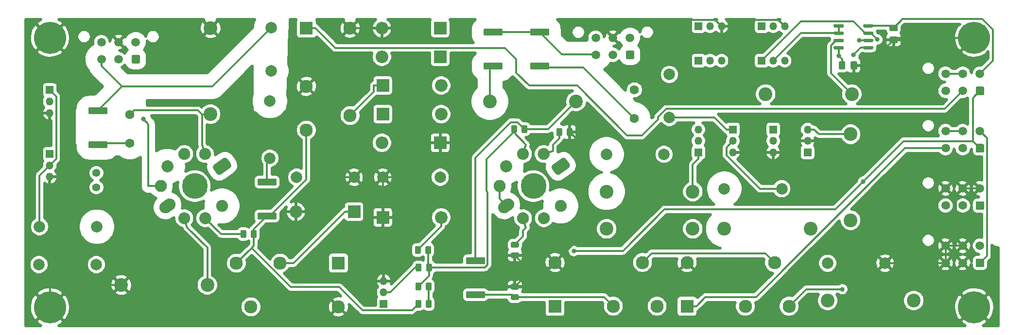
<source format=gbr>
%TF.GenerationSoftware,KiCad,Pcbnew,(5.1.10)-1*%
%TF.CreationDate,2021-11-22T13:13:25+01:00*%
%TF.ProjectId,Amplificatore,416d706c-6966-4696-9361-746f72652e6b,rev?*%
%TF.SameCoordinates,Original*%
%TF.FileFunction,Copper,L1,Top*%
%TF.FilePolarity,Positive*%
%FSLAX46Y46*%
G04 Gerber Fmt 4.6, Leading zero omitted, Abs format (unit mm)*
G04 Created by KiCad (PCBNEW (5.1.10)-1) date 2021-11-22 13:13:25*
%MOMM*%
%LPD*%
G01*
G04 APERTURE LIST*
%TA.AperFunction,ComponentPad*%
%ADD10O,2.100000X2.100000*%
%TD*%
%TA.AperFunction,WasherPad*%
%ADD11C,4.500000*%
%TD*%
%TA.AperFunction,ComponentPad*%
%ADD12C,1.500000*%
%TD*%
%TA.AperFunction,ComponentPad*%
%ADD13C,2.400000*%
%TD*%
%TA.AperFunction,ComponentPad*%
%ADD14C,3.600000*%
%TD*%
%TA.AperFunction,ConnectorPad*%
%ADD15C,5.600000*%
%TD*%
%TA.AperFunction,ComponentPad*%
%ADD16R,1.350000X1.350000*%
%TD*%
%TA.AperFunction,ComponentPad*%
%ADD17O,1.350000X1.350000*%
%TD*%
%TA.AperFunction,ComponentPad*%
%ADD18C,2.000000*%
%TD*%
%TA.AperFunction,ComponentPad*%
%ADD19C,1.600000*%
%TD*%
%TA.AperFunction,ComponentPad*%
%ADD20R,2.300000X2.300000*%
%TD*%
%TA.AperFunction,ComponentPad*%
%ADD21C,2.300000*%
%TD*%
%TA.AperFunction,ComponentPad*%
%ADD22R,2.200000X2.200000*%
%TD*%
%TA.AperFunction,ComponentPad*%
%ADD23O,2.200000X2.200000*%
%TD*%
%TA.AperFunction,ComponentPad*%
%ADD24C,1.400000*%
%TD*%
%TA.AperFunction,ViaPad*%
%ADD25C,0.800000*%
%TD*%
%TA.AperFunction,Conductor*%
%ADD26C,0.300000*%
%TD*%
%TA.AperFunction,Conductor*%
%ADD27C,0.500000*%
%TD*%
%TA.AperFunction,Conductor*%
%ADD28C,0.100000*%
%TD*%
G04 APERTURE END LIST*
%TO.P,R20,2*%
%TO.N,Net-(K3-Pad2)*%
%TA.AperFunction,SMDPad,CuDef*%
G36*
G01*
X134539999Y-86730000D02*
X135440001Y-86730000D01*
G75*
G02*
X135690000Y-86979999I0J-249999D01*
G01*
X135690000Y-87505001D01*
G75*
G02*
X135440001Y-87755000I-249999J0D01*
G01*
X134539999Y-87755000D01*
G75*
G02*
X134290000Y-87505001I0J249999D01*
G01*
X134290000Y-86979999D01*
G75*
G02*
X134539999Y-86730000I249999J0D01*
G01*
G37*
%TD.AperFunction*%
%TO.P,R20,1*%
%TO.N,GND*%
%TA.AperFunction,SMDPad,CuDef*%
G36*
G01*
X134539999Y-84905000D02*
X135440001Y-84905000D01*
G75*
G02*
X135690000Y-85154999I0J-249999D01*
G01*
X135690000Y-85680001D01*
G75*
G02*
X135440001Y-85930000I-249999J0D01*
G01*
X134539999Y-85930000D01*
G75*
G02*
X134290000Y-85680001I0J249999D01*
G01*
X134290000Y-85154999D01*
G75*
G02*
X134539999Y-84905000I249999J0D01*
G01*
G37*
%TD.AperFunction*%
%TD*%
%TO.P,R18,2*%
%TO.N,Net-(C13-Pad2)*%
%TA.AperFunction,SMDPad,CuDef*%
G36*
G01*
X118594000Y-78571999D02*
X118594000Y-79472001D01*
G75*
G02*
X118344001Y-79722000I-249999J0D01*
G01*
X117818999Y-79722000D01*
G75*
G02*
X117569000Y-79472001I0J249999D01*
G01*
X117569000Y-78571999D01*
G75*
G02*
X117818999Y-78322000I249999J0D01*
G01*
X118344001Y-78322000D01*
G75*
G02*
X118594000Y-78571999I0J-249999D01*
G01*
G37*
%TD.AperFunction*%
%TO.P,R18,1*%
%TO.N,Net-(R13-Pad2)*%
%TA.AperFunction,SMDPad,CuDef*%
G36*
G01*
X120419000Y-78571999D02*
X120419000Y-79472001D01*
G75*
G02*
X120169001Y-79722000I-249999J0D01*
G01*
X119643999Y-79722000D01*
G75*
G02*
X119394000Y-79472001I0J249999D01*
G01*
X119394000Y-78571999D01*
G75*
G02*
X119643999Y-78322000I249999J0D01*
G01*
X120169001Y-78322000D01*
G75*
G02*
X120419000Y-78571999I0J-249999D01*
G01*
G37*
%TD.AperFunction*%
%TD*%
%TO.P,R14,2*%
%TO.N,Net-(R13-Pad2)*%
%TA.AperFunction,SMDPad,CuDef*%
G36*
G01*
X119544000Y-82520001D02*
X119544000Y-81619999D01*
G75*
G02*
X119793999Y-81370000I249999J0D01*
G01*
X120319001Y-81370000D01*
G75*
G02*
X120569000Y-81619999I0J-249999D01*
G01*
X120569000Y-82520001D01*
G75*
G02*
X120319001Y-82770000I-249999J0D01*
G01*
X119793999Y-82770000D01*
G75*
G02*
X119544000Y-82520001I0J249999D01*
G01*
G37*
%TD.AperFunction*%
%TO.P,R14,1*%
%TO.N,Net-(J2-Pad2)*%
%TA.AperFunction,SMDPad,CuDef*%
G36*
G01*
X117719000Y-82520001D02*
X117719000Y-81619999D01*
G75*
G02*
X117968999Y-81370000I249999J0D01*
G01*
X118494001Y-81370000D01*
G75*
G02*
X118744000Y-81619999I0J-249999D01*
G01*
X118744000Y-82520001D01*
G75*
G02*
X118494001Y-82770000I-249999J0D01*
G01*
X117968999Y-82770000D01*
G75*
G02*
X117719000Y-82520001I0J249999D01*
G01*
G37*
%TD.AperFunction*%
%TD*%
%TO.P,R13,2*%
%TO.N,Net-(R13-Pad2)*%
%TA.AperFunction,SMDPad,CuDef*%
G36*
G01*
X118698000Y-84921999D02*
X118698000Y-85822001D01*
G75*
G02*
X118448001Y-86072000I-249999J0D01*
G01*
X117922999Y-86072000D01*
G75*
G02*
X117673000Y-85822001I0J249999D01*
G01*
X117673000Y-84921999D01*
G75*
G02*
X117922999Y-84672000I249999J0D01*
G01*
X118448001Y-84672000D01*
G75*
G02*
X118698000Y-84921999I0J-249999D01*
G01*
G37*
%TD.AperFunction*%
%TO.P,R13,1*%
%TO.N,Net-(R12-Pad1)*%
%TA.AperFunction,SMDPad,CuDef*%
G36*
G01*
X120523000Y-84921999D02*
X120523000Y-85822001D01*
G75*
G02*
X120273001Y-86072000I-249999J0D01*
G01*
X119747999Y-86072000D01*
G75*
G02*
X119498000Y-85822001I0J249999D01*
G01*
X119498000Y-84921999D01*
G75*
G02*
X119747999Y-84672000I249999J0D01*
G01*
X120273001Y-84672000D01*
G75*
G02*
X120523000Y-84921999I0J-249999D01*
G01*
G37*
%TD.AperFunction*%
%TD*%
%TO.P,R12,2*%
%TO.N,Net-(K1-Pad3)*%
%TA.AperFunction,SMDPad,CuDef*%
G36*
G01*
X118698000Y-87969999D02*
X118698000Y-88870001D01*
G75*
G02*
X118448001Y-89120000I-249999J0D01*
G01*
X117922999Y-89120000D01*
G75*
G02*
X117673000Y-88870001I0J249999D01*
G01*
X117673000Y-87969999D01*
G75*
G02*
X117922999Y-87720000I249999J0D01*
G01*
X118448001Y-87720000D01*
G75*
G02*
X118698000Y-87969999I0J-249999D01*
G01*
G37*
%TD.AperFunction*%
%TO.P,R12,1*%
%TO.N,Net-(R12-Pad1)*%
%TA.AperFunction,SMDPad,CuDef*%
G36*
G01*
X120523000Y-87969999D02*
X120523000Y-88870001D01*
G75*
G02*
X120273001Y-89120000I-249999J0D01*
G01*
X119747999Y-89120000D01*
G75*
G02*
X119498000Y-88870001I0J249999D01*
G01*
X119498000Y-87969999D01*
G75*
G02*
X119747999Y-87720000I249999J0D01*
G01*
X120273001Y-87720000D01*
G75*
G02*
X120523000Y-87969999I0J-249999D01*
G01*
G37*
%TD.AperFunction*%
%TD*%
%TO.P,R10,1*%
%TO.N,Net-(K1-Pad3)*%
%TA.AperFunction,SMDPad,CuDef*%
G36*
G01*
X90042500Y-75777999D02*
X90042500Y-76678001D01*
G75*
G02*
X89792501Y-76928000I-249999J0D01*
G01*
X89267499Y-76928000D01*
G75*
G02*
X89017500Y-76678001I0J249999D01*
G01*
X89017500Y-75777999D01*
G75*
G02*
X89267499Y-75528000I249999J0D01*
G01*
X89792501Y-75528000D01*
G75*
G02*
X90042500Y-75777999I0J-249999D01*
G01*
G37*
%TD.AperFunction*%
%TO.P,R10,2*%
%TO.N,Net-(R10-Pad2)*%
%TA.AperFunction,SMDPad,CuDef*%
G36*
G01*
X88217500Y-75777999D02*
X88217500Y-76678001D01*
G75*
G02*
X87967501Y-76928000I-249999J0D01*
G01*
X87442499Y-76928000D01*
G75*
G02*
X87192500Y-76678001I0J249999D01*
G01*
X87192500Y-75777999D01*
G75*
G02*
X87442499Y-75528000I249999J0D01*
G01*
X87967501Y-75528000D01*
G75*
G02*
X88217500Y-75777999I0J-249999D01*
G01*
G37*
%TD.AperFunction*%
%TD*%
%TO.P,R15,2*%
%TO.N,Net-(R13-Pad2)*%
%TA.AperFunction,SMDPad,CuDef*%
G36*
G01*
X135358000Y-57489999D02*
X135358000Y-58390001D01*
G75*
G02*
X135108001Y-58640000I-249999J0D01*
G01*
X134582999Y-58640000D01*
G75*
G02*
X134333000Y-58390001I0J249999D01*
G01*
X134333000Y-57489999D01*
G75*
G02*
X134582999Y-57240000I249999J0D01*
G01*
X135108001Y-57240000D01*
G75*
G02*
X135358000Y-57489999I0J-249999D01*
G01*
G37*
%TD.AperFunction*%
%TO.P,R15,1*%
%TO.N,Net-(C14-Pad1)*%
%TA.AperFunction,SMDPad,CuDef*%
G36*
G01*
X137183000Y-57489999D02*
X137183000Y-58390001D01*
G75*
G02*
X136933001Y-58640000I-249999J0D01*
G01*
X136407999Y-58640000D01*
G75*
G02*
X136158000Y-58390001I0J249999D01*
G01*
X136158000Y-57489999D01*
G75*
G02*
X136407999Y-57240000I249999J0D01*
G01*
X136933001Y-57240000D01*
G75*
G02*
X137183000Y-57489999I0J-249999D01*
G01*
G37*
%TD.AperFunction*%
%TD*%
%TO.P,U2,1*%
%TO.N,/HVCC2_D*%
%TA.AperFunction,ComponentPad*%
G36*
G01*
X142140532Y-70712825D02*
X142140532Y-70712825D01*
G75*
G02*
X143607175Y-70480532I849468J-617175D01*
G01*
X143607175Y-70480532D01*
G75*
G02*
X143839468Y-71947175I-617175J-849468D01*
G01*
X143839468Y-71947175D01*
G75*
G02*
X142372825Y-72179468I-849468J617175D01*
G01*
X142372825Y-72179468D01*
G75*
G02*
X142140532Y-70712825I617175J849468D01*
G01*
G37*
%TD.AperFunction*%
%TO.P,U2,2*%
%TO.N,/FILTRO_IN*%
%TA.AperFunction,ComponentPad*%
G36*
G01*
X139735532Y-72481391D02*
X139735532Y-72481391D01*
G75*
G02*
X141058609Y-73155532I324468J-998609D01*
G01*
X141058609Y-73155532D01*
G75*
G02*
X140384468Y-74478609I-998609J-324468D01*
G01*
X140384468Y-74478609D01*
G75*
G02*
X139061391Y-73804468I-324468J998609D01*
G01*
X139061391Y-73804468D01*
G75*
G02*
X139735532Y-72481391I998609J324468D01*
G01*
G37*
%TD.AperFunction*%
%TO.P,U2,3*%
%TO.N,Net-(R23-Pad1)*%
%TA.AperFunction,ComponentPad*%
G36*
G01*
X136734468Y-72481391D02*
X136734468Y-72481391D01*
G75*
G02*
X137408609Y-73804468I-324468J-998609D01*
G01*
X137408609Y-73804468D01*
G75*
G02*
X136085532Y-74478609I-998609J324468D01*
G01*
X136085532Y-74478609D01*
G75*
G02*
X135411391Y-73155532I324468J998609D01*
G01*
X135411391Y-73155532D01*
G75*
G02*
X136734468Y-72481391I998609J-324468D01*
G01*
G37*
%TD.AperFunction*%
%TO.P,U2,4*%
%TO.N,/FIL2+*%
%TA.AperFunction,ComponentPad*%
G36*
G01*
X134693526Y-70448322D02*
X134693526Y-70448322D01*
G75*
G02*
X134461233Y-71914965I-849468J-617175D01*
G01*
X133733117Y-72443971D01*
G75*
G02*
X132266474Y-72211678I-617175J849468D01*
G01*
X132266474Y-72211678D01*
G75*
G02*
X132498767Y-70745035I849468J617175D01*
G01*
X133226883Y-70216029D01*
G75*
G02*
X134693526Y-70448322I617175J-849468D01*
G01*
G37*
%TD.AperFunction*%
D10*
%TO.P,U2,5*%
X132340000Y-67880000D03*
%TO.P,U2,6*%
%TO.N,/HVCC2_A*%
%TA.AperFunction,ComponentPad*%
G36*
G01*
X132630532Y-63802825D02*
X132630532Y-63802825D01*
G75*
G02*
X134097175Y-63570532I849468J-617175D01*
G01*
X134097175Y-63570532D01*
G75*
G02*
X134329468Y-65037175I-617175J-849468D01*
G01*
X134329468Y-65037175D01*
G75*
G02*
X132862825Y-65269468I-849468J617175D01*
G01*
X132862825Y-65269468D01*
G75*
G02*
X132630532Y-63802825I617175J849468D01*
G01*
G37*
%TD.AperFunction*%
%TO.P,U2,7*%
%TO.N,Net-(R13-Pad2)*%
%TA.AperFunction,ComponentPad*%
G36*
G01*
X136085532Y-61271391D02*
X136085532Y-61271391D01*
G75*
G02*
X137408609Y-61945532I324468J-998609D01*
G01*
X137408609Y-61945532D01*
G75*
G02*
X136734468Y-63268609I-998609J-324468D01*
G01*
X136734468Y-63268609D01*
G75*
G02*
X135411391Y-62594468I-324468J998609D01*
G01*
X135411391Y-62594468D01*
G75*
G02*
X136085532Y-61271391I998609J324468D01*
G01*
G37*
%TD.AperFunction*%
%TO.P,U2,8*%
%TO.N,Net-(R16-Pad1)*%
%TA.AperFunction,ComponentPad*%
G36*
G01*
X140344468Y-61271391D02*
X140344468Y-61271391D01*
G75*
G02*
X141018609Y-62594468I-324468J-998609D01*
G01*
X141018609Y-62594468D01*
G75*
G02*
X139695532Y-63268609I-998609J324468D01*
G01*
X139695532Y-63268609D01*
G75*
G02*
X139021391Y-61945532I324468J998609D01*
G01*
X139021391Y-61945532D01*
G75*
G02*
X140344468Y-61271391I998609J-324468D01*
G01*
G37*
%TD.AperFunction*%
%TO.P,U2,9*%
%TO.N,/FIL2-*%
%TA.AperFunction,ComponentPad*%
G36*
G01*
X143894938Y-63113588D02*
X144512113Y-63963056D01*
G75*
G02*
X144395966Y-64696377I-424734J-308587D01*
G01*
X142818383Y-65842559D01*
G75*
G02*
X142085062Y-65726412I-308587J424734D01*
G01*
X141467887Y-64876944D01*
G75*
G02*
X141584034Y-64143623I424734J308587D01*
G01*
X143161617Y-62997441D01*
G75*
G02*
X143894938Y-63113588I308587J-424734D01*
G01*
G37*
%TD.AperFunction*%
D11*
%TO.P,U2,*%
%TO.N,*%
X138240000Y-67880000D03*
%TD*%
%TO.P,U1,1*%
%TO.N,/HVCC1_C*%
%TA.AperFunction,ComponentPad*%
G36*
G01*
X83140532Y-70712825D02*
X83140532Y-70712825D01*
G75*
G02*
X84607175Y-70480532I849468J-617175D01*
G01*
X84607175Y-70480532D01*
G75*
G02*
X84839468Y-71947175I-617175J-849468D01*
G01*
X84839468Y-71947175D01*
G75*
G02*
X83372825Y-72179468I-849468J617175D01*
G01*
X83372825Y-72179468D01*
G75*
G02*
X83140532Y-70712825I617175J849468D01*
G01*
G37*
%TD.AperFunction*%
%TO.P,U1,2*%
%TO.N,Net-(R10-Pad2)*%
%TA.AperFunction,ComponentPad*%
G36*
G01*
X80735532Y-72481391D02*
X80735532Y-72481391D01*
G75*
G02*
X82058609Y-73155532I324468J-998609D01*
G01*
X82058609Y-73155532D01*
G75*
G02*
X81384468Y-74478609I-998609J-324468D01*
G01*
X81384468Y-74478609D01*
G75*
G02*
X80061391Y-73804468I-324468J998609D01*
G01*
X80061391Y-73804468D01*
G75*
G02*
X80735532Y-72481391I998609J324468D01*
G01*
G37*
%TD.AperFunction*%
%TO.P,U1,3*%
%TO.N,Net-(C10-Pad2)*%
%TA.AperFunction,ComponentPad*%
G36*
G01*
X77734468Y-72481391D02*
X77734468Y-72481391D01*
G75*
G02*
X78408609Y-73804468I-324468J-998609D01*
G01*
X78408609Y-73804468D01*
G75*
G02*
X77085532Y-74478609I-998609J324468D01*
G01*
X77085532Y-74478609D01*
G75*
G02*
X76411391Y-73155532I324468J998609D01*
G01*
X76411391Y-73155532D01*
G75*
G02*
X77734468Y-72481391I998609J-324468D01*
G01*
G37*
%TD.AperFunction*%
%TO.P,U1,4*%
%TO.N,/FIL1+*%
%TA.AperFunction,ComponentPad*%
G36*
G01*
X75693526Y-70448322D02*
X75693526Y-70448322D01*
G75*
G02*
X75461233Y-71914965I-849468J-617175D01*
G01*
X74733117Y-72443971D01*
G75*
G02*
X73266474Y-72211678I-617175J849468D01*
G01*
X73266474Y-72211678D01*
G75*
G02*
X73498767Y-70745035I849468J617175D01*
G01*
X74226883Y-70216029D01*
G75*
G02*
X75693526Y-70448322I617175J-849468D01*
G01*
G37*
%TD.AperFunction*%
D10*
%TO.P,U1,5*%
X73340000Y-67880000D03*
%TO.P,U1,6*%
%TO.N,/HVCC1_B*%
%TA.AperFunction,ComponentPad*%
G36*
G01*
X73630532Y-63802825D02*
X73630532Y-63802825D01*
G75*
G02*
X75097175Y-63570532I849468J-617175D01*
G01*
X75097175Y-63570532D01*
G75*
G02*
X75329468Y-65037175I-617175J-849468D01*
G01*
X75329468Y-65037175D01*
G75*
G02*
X73862825Y-65269468I-849468J617175D01*
G01*
X73862825Y-65269468D01*
G75*
G02*
X73630532Y-63802825I617175J849468D01*
G01*
G37*
%TD.AperFunction*%
%TO.P,U1,7*%
%TO.N,Net-(R2-Pad2)*%
%TA.AperFunction,ComponentPad*%
G36*
G01*
X77085532Y-61271391D02*
X77085532Y-61271391D01*
G75*
G02*
X78408609Y-61945532I324468J-998609D01*
G01*
X78408609Y-61945532D01*
G75*
G02*
X77734468Y-63268609I-998609J-324468D01*
G01*
X77734468Y-63268609D01*
G75*
G02*
X76411391Y-62594468I-324468J998609D01*
G01*
X76411391Y-62594468D01*
G75*
G02*
X77085532Y-61271391I998609J324468D01*
G01*
G37*
%TD.AperFunction*%
%TO.P,U1,8*%
%TO.N,Net-(C3-Pad1)*%
%TA.AperFunction,ComponentPad*%
G36*
G01*
X81344468Y-61271391D02*
X81344468Y-61271391D01*
G75*
G02*
X82018609Y-62594468I-324468J-998609D01*
G01*
X82018609Y-62594468D01*
G75*
G02*
X80695532Y-63268609I-998609J324468D01*
G01*
X80695532Y-63268609D01*
G75*
G02*
X80021391Y-61945532I324468J998609D01*
G01*
X80021391Y-61945532D01*
G75*
G02*
X81344468Y-61271391I998609J-324468D01*
G01*
G37*
%TD.AperFunction*%
%TO.P,U1,9*%
%TO.N,/FIL1-*%
%TA.AperFunction,ComponentPad*%
G36*
G01*
X84894938Y-63113588D02*
X85512113Y-63963056D01*
G75*
G02*
X85395966Y-64696377I-424734J-308587D01*
G01*
X83818383Y-65842559D01*
G75*
G02*
X83085062Y-65726412I-308587J424734D01*
G01*
X82467887Y-64876944D01*
G75*
G02*
X82584034Y-64143623I424734J308587D01*
G01*
X84161617Y-62997441D01*
G75*
G02*
X84894938Y-63113588I308587J-424734D01*
G01*
G37*
%TD.AperFunction*%
D11*
%TO.P,U1,*%
%TO.N,*%
X79240000Y-67880000D03*
%TD*%
D12*
%TO.P,J21,6*%
%TO.N,N/C*%
X149062000Y-41986000D03*
%TO.P,J21,5*%
%TO.N,GND*%
X152062000Y-41986000D03*
%TO.P,J21,4*%
%TO.N,/FIL2+*%
X155062000Y-41986000D03*
%TO.P,J21,3*%
%TO.N,/HVCC2*%
X149062000Y-44986000D03*
%TO.P,J21,2*%
%TO.N,N/C*%
X152062000Y-44986000D03*
%TO.P,J21,1*%
%TO.N,/FIL2-*%
%TA.AperFunction,ComponentPad*%
G36*
G01*
X155812000Y-44486000D02*
X155812000Y-45486000D01*
G75*
G02*
X155562000Y-45736000I-250000J0D01*
G01*
X154562000Y-45736000D01*
G75*
G02*
X154312000Y-45486000I0J250000D01*
G01*
X154312000Y-44486000D01*
G75*
G02*
X154562000Y-44236000I250000J0D01*
G01*
X155562000Y-44236000D01*
G75*
G02*
X155812000Y-44486000I0J-250000D01*
G01*
G37*
%TD.AperFunction*%
%TD*%
%TO.P,J20,6*%
%TO.N,GND*%
X210022000Y-78270000D03*
%TO.P,J20,5*%
X213022000Y-78270000D03*
%TO.P,J20,4*%
%TO.N,/VEE*%
X216022000Y-78270000D03*
%TO.P,J20,3*%
%TO.N,GND*%
X210022000Y-81270000D03*
%TO.P,J20,2*%
X213022000Y-81270000D03*
%TO.P,J20,1*%
%TO.N,/VDD*%
%TA.AperFunction,ComponentPad*%
G36*
G01*
X216772000Y-80770000D02*
X216772000Y-81770000D01*
G75*
G02*
X216522000Y-82020000I-250000J0D01*
G01*
X215522000Y-82020000D01*
G75*
G02*
X215272000Y-81770000I0J250000D01*
G01*
X215272000Y-80770000D01*
G75*
G02*
X215522000Y-80520000I250000J0D01*
G01*
X216522000Y-80520000D01*
G75*
G02*
X216772000Y-80770000I0J-250000D01*
G01*
G37*
%TD.AperFunction*%
%TD*%
%TO.P,J10,6*%
%TO.N,N/C*%
X62956000Y-42748000D03*
%TO.P,J10,5*%
%TO.N,GND*%
X65956000Y-42748000D03*
%TO.P,J10,4*%
%TO.N,/FIL1-*%
X68956000Y-42748000D03*
%TO.P,J10,3*%
%TO.N,/HVCC1*%
X62956000Y-45748000D03*
%TO.P,J10,2*%
%TO.N,N/C*%
X65956000Y-45748000D03*
%TO.P,J10,1*%
%TO.N,/FIL1+*%
%TA.AperFunction,ComponentPad*%
G36*
G01*
X69706000Y-45248000D02*
X69706000Y-46248000D01*
G75*
G02*
X69456000Y-46498000I-250000J0D01*
G01*
X68456000Y-46498000D01*
G75*
G02*
X68206000Y-46248000I0J250000D01*
G01*
X68206000Y-45248000D01*
G75*
G02*
X68456000Y-44998000I250000J0D01*
G01*
X69456000Y-44998000D01*
G75*
G02*
X69706000Y-45248000I0J-250000D01*
G01*
G37*
%TD.AperFunction*%
%TD*%
D13*
%TO.P,C30,1*%
%TO.N,Net-(C30-Pad1)*%
X193490000Y-73830000D03*
%TO.P,C30,2*%
%TO.N,Net-(C30-Pad2)*%
X193490000Y-58830000D03*
%TD*%
%TO.P,C28,1*%
%TO.N,Net-(C28-Pad1)*%
X204490000Y-87830000D03*
%TO.P,C28,2*%
%TO.N,Net-(C28-Pad2)*%
X189490000Y-87830000D03*
%TD*%
%TO.P,C27,1*%
%TO.N,Net-(C27-Pad1)*%
X178684000Y-51830000D03*
%TO.P,C27,2*%
%TO.N,Net-(C27-Pad2)*%
X193684000Y-51830000D03*
%TD*%
%TO.P,C24,1*%
%TO.N,/VDD*%
%TA.AperFunction,SMDPad,CuDef*%
G36*
G01*
X200515000Y-39705000D02*
X201465000Y-39705000D01*
G75*
G02*
X201715000Y-39955000I0J-250000D01*
G01*
X201715000Y-40630000D01*
G75*
G02*
X201465000Y-40880000I-250000J0D01*
G01*
X200515000Y-40880000D01*
G75*
G02*
X200265000Y-40630000I0J250000D01*
G01*
X200265000Y-39955000D01*
G75*
G02*
X200515000Y-39705000I250000J0D01*
G01*
G37*
%TD.AperFunction*%
%TO.P,C24,2*%
%TO.N,GND*%
%TA.AperFunction,SMDPad,CuDef*%
G36*
G01*
X200515000Y-41780000D02*
X201465000Y-41780000D01*
G75*
G02*
X201715000Y-42030000I0J-250000D01*
G01*
X201715000Y-42705000D01*
G75*
G02*
X201465000Y-42955000I-250000J0D01*
G01*
X200515000Y-42955000D01*
G75*
G02*
X200265000Y-42705000I0J250000D01*
G01*
X200265000Y-42030000D01*
G75*
G02*
X200515000Y-41780000I250000J0D01*
G01*
G37*
%TD.AperFunction*%
%TD*%
%TO.P,C23,1*%
%TO.N,/VEE*%
%TA.AperFunction,SMDPad,CuDef*%
G36*
G01*
X191403000Y-47305000D02*
X191403000Y-46355000D01*
G75*
G02*
X191653000Y-46105000I250000J0D01*
G01*
X192328000Y-46105000D01*
G75*
G02*
X192578000Y-46355000I0J-250000D01*
G01*
X192578000Y-47305000D01*
G75*
G02*
X192328000Y-47555000I-250000J0D01*
G01*
X191653000Y-47555000D01*
G75*
G02*
X191403000Y-47305000I0J250000D01*
G01*
G37*
%TD.AperFunction*%
%TO.P,C23,2*%
%TO.N,GND*%
%TA.AperFunction,SMDPad,CuDef*%
G36*
G01*
X193478000Y-47305000D02*
X193478000Y-46355000D01*
G75*
G02*
X193728000Y-46105000I250000J0D01*
G01*
X194403000Y-46105000D01*
G75*
G02*
X194653000Y-46355000I0J-250000D01*
G01*
X194653000Y-47305000D01*
G75*
G02*
X194403000Y-47555000I-250000J0D01*
G01*
X193728000Y-47555000D01*
G75*
G02*
X193478000Y-47305000I0J250000D01*
G01*
G37*
%TD.AperFunction*%
%TD*%
D14*
%TO.P,J19,1*%
%TO.N,GND*%
X215000000Y-42000000D03*
D15*
X215000000Y-42000000D03*
%TD*%
%TO.P,J18,1*%
%TO.N,GND*%
X215000000Y-89000000D03*
D14*
X215000000Y-89000000D03*
%TD*%
%TO.P,J17,1*%
%TO.N,GND*%
X54000000Y-89000000D03*
D15*
X54000000Y-89000000D03*
%TD*%
D14*
%TO.P,J16,1*%
%TO.N,GND*%
X54000000Y-42000000D03*
D15*
X54000000Y-42000000D03*
%TD*%
%TO.P,U3,1*%
%TO.N,Net-(J14-Pad2)*%
%TA.AperFunction,SMDPad,CuDef*%
G36*
G01*
X190540000Y-40075000D02*
X190540000Y-39775000D01*
G75*
G02*
X190690000Y-39625000I150000J0D01*
G01*
X192140000Y-39625000D01*
G75*
G02*
X192290000Y-39775000I0J-150000D01*
G01*
X192290000Y-40075000D01*
G75*
G02*
X192140000Y-40225000I-150000J0D01*
G01*
X190690000Y-40225000D01*
G75*
G02*
X190540000Y-40075000I0J150000D01*
G01*
G37*
%TD.AperFunction*%
%TO.P,U3,2*%
%TA.AperFunction,SMDPad,CuDef*%
G36*
G01*
X190540000Y-41345000D02*
X190540000Y-41045000D01*
G75*
G02*
X190690000Y-40895000I150000J0D01*
G01*
X192140000Y-40895000D01*
G75*
G02*
X192290000Y-41045000I0J-150000D01*
G01*
X192290000Y-41345000D01*
G75*
G02*
X192140000Y-41495000I-150000J0D01*
G01*
X190690000Y-41495000D01*
G75*
G02*
X190540000Y-41345000I0J150000D01*
G01*
G37*
%TD.AperFunction*%
%TO.P,U3,3*%
%TO.N,Net-(C27-Pad2)*%
%TA.AperFunction,SMDPad,CuDef*%
G36*
G01*
X190540000Y-42615000D02*
X190540000Y-42315000D01*
G75*
G02*
X190690000Y-42165000I150000J0D01*
G01*
X192140000Y-42165000D01*
G75*
G02*
X192290000Y-42315000I0J-150000D01*
G01*
X192290000Y-42615000D01*
G75*
G02*
X192140000Y-42765000I-150000J0D01*
G01*
X190690000Y-42765000D01*
G75*
G02*
X190540000Y-42615000I0J150000D01*
G01*
G37*
%TD.AperFunction*%
%TO.P,U3,4*%
%TO.N,/VEE*%
%TA.AperFunction,SMDPad,CuDef*%
G36*
G01*
X190540000Y-43885000D02*
X190540000Y-43585000D01*
G75*
G02*
X190690000Y-43435000I150000J0D01*
G01*
X192140000Y-43435000D01*
G75*
G02*
X192290000Y-43585000I0J-150000D01*
G01*
X192290000Y-43885000D01*
G75*
G02*
X192140000Y-44035000I-150000J0D01*
G01*
X190690000Y-44035000D01*
G75*
G02*
X190540000Y-43885000I0J150000D01*
G01*
G37*
%TD.AperFunction*%
%TO.P,U3,5*%
%TO.N,Net-(R30-Pad2)*%
%TA.AperFunction,SMDPad,CuDef*%
G36*
G01*
X195690000Y-43885000D02*
X195690000Y-43585000D01*
G75*
G02*
X195840000Y-43435000I150000J0D01*
G01*
X197290000Y-43435000D01*
G75*
G02*
X197440000Y-43585000I0J-150000D01*
G01*
X197440000Y-43885000D01*
G75*
G02*
X197290000Y-44035000I-150000J0D01*
G01*
X195840000Y-44035000D01*
G75*
G02*
X195690000Y-43885000I0J150000D01*
G01*
G37*
%TD.AperFunction*%
%TO.P,U3,6*%
%TO.N,Net-(R29-Pad1)*%
%TA.AperFunction,SMDPad,CuDef*%
G36*
G01*
X195690000Y-42615000D02*
X195690000Y-42315000D01*
G75*
G02*
X195840000Y-42165000I150000J0D01*
G01*
X197290000Y-42165000D01*
G75*
G02*
X197440000Y-42315000I0J-150000D01*
G01*
X197440000Y-42615000D01*
G75*
G02*
X197290000Y-42765000I-150000J0D01*
G01*
X195840000Y-42765000D01*
G75*
G02*
X195690000Y-42615000I0J150000D01*
G01*
G37*
%TD.AperFunction*%
%TO.P,U3,7*%
%TO.N,Net-(J15-Pad1)*%
%TA.AperFunction,SMDPad,CuDef*%
G36*
G01*
X195690000Y-41345000D02*
X195690000Y-41045000D01*
G75*
G02*
X195840000Y-40895000I150000J0D01*
G01*
X197290000Y-40895000D01*
G75*
G02*
X197440000Y-41045000I0J-150000D01*
G01*
X197440000Y-41345000D01*
G75*
G02*
X197290000Y-41495000I-150000J0D01*
G01*
X195840000Y-41495000D01*
G75*
G02*
X195690000Y-41345000I0J150000D01*
G01*
G37*
%TD.AperFunction*%
%TO.P,U3,8*%
%TO.N,/VDD*%
%TA.AperFunction,SMDPad,CuDef*%
G36*
G01*
X195690000Y-40075000D02*
X195690000Y-39775000D01*
G75*
G02*
X195840000Y-39625000I150000J0D01*
G01*
X197290000Y-39625000D01*
G75*
G02*
X197440000Y-39775000I0J-150000D01*
G01*
X197440000Y-40075000D01*
G75*
G02*
X197290000Y-40225000I-150000J0D01*
G01*
X195840000Y-40225000D01*
G75*
G02*
X195690000Y-40075000I0J150000D01*
G01*
G37*
%TD.AperFunction*%
%TD*%
D16*
%TO.P,J15,1*%
%TO.N,Net-(J15-Pad1)*%
X178000000Y-46000000D03*
D17*
%TO.P,J15,2*%
%TO.N,Net-(J14-Pad2)*%
X180000000Y-46000000D03*
%TO.P,J15,3*%
%TO.N,Net-(J15-Pad3)*%
X182000000Y-46000000D03*
%TD*%
D16*
%TO.P,J14,1*%
%TO.N,Net-(C27-Pad1)*%
X178000000Y-40000000D03*
D17*
%TO.P,J14,2*%
%TO.N,Net-(J14-Pad2)*%
X180000000Y-40000000D03*
%TO.P,J14,3*%
%TO.N,GND*%
X182000000Y-40000000D03*
%TD*%
D12*
%TO.P,J13,6*%
%TO.N,GND*%
X210022000Y-68270000D03*
%TO.P,J13,5*%
X213022000Y-68270000D03*
%TO.P,J13,4*%
X216022000Y-68270000D03*
%TO.P,J13,3*%
%TO.N,Net-(J13-Pad3)*%
X210022000Y-71270000D03*
%TO.P,J13,2*%
%TO.N,Net-(J13-Pad2)*%
X213022000Y-71270000D03*
%TO.P,J13,1*%
%TO.N,Net-(J13-Pad1)*%
%TA.AperFunction,ComponentPad*%
G36*
G01*
X216772000Y-70770000D02*
X216772000Y-71770000D01*
G75*
G02*
X216522000Y-72020000I-250000J0D01*
G01*
X215522000Y-72020000D01*
G75*
G02*
X215272000Y-71770000I0J250000D01*
G01*
X215272000Y-70770000D01*
G75*
G02*
X215522000Y-70520000I250000J0D01*
G01*
X216522000Y-70520000D01*
G75*
G02*
X216772000Y-70770000I0J-250000D01*
G01*
G37*
%TD.AperFunction*%
%TD*%
%TO.P,J12,6*%
%TO.N,/VDD*%
X210022000Y-48270000D03*
%TO.P,J12,5*%
X213022000Y-48270000D03*
%TO.P,J12,4*%
X216022000Y-48270000D03*
%TO.P,J12,3*%
%TO.N,/SR_SW*%
X210022000Y-51270000D03*
%TO.P,J12,2*%
%TO.N,/LEAD_SW*%
X213022000Y-51270000D03*
%TO.P,J12,1*%
%TO.N,/RITHM-SW*%
%TA.AperFunction,ComponentPad*%
G36*
G01*
X216772000Y-50770000D02*
X216772000Y-51770000D01*
G75*
G02*
X216522000Y-52020000I-250000J0D01*
G01*
X215522000Y-52020000D01*
G75*
G02*
X215272000Y-51770000I0J250000D01*
G01*
X215272000Y-50770000D01*
G75*
G02*
X215522000Y-50520000I250000J0D01*
G01*
X216522000Y-50520000D01*
G75*
G02*
X216772000Y-50770000I0J-250000D01*
G01*
G37*
%TD.AperFunction*%
%TD*%
%TO.P,J11,6*%
%TO.N,/VDD*%
X210022000Y-58270000D03*
%TO.P,J11,5*%
X213022000Y-58270000D03*
%TO.P,J11,4*%
X216022000Y-58270000D03*
%TO.P,J11,3*%
%TO.N,/SR_SW*%
X210022000Y-61270000D03*
%TO.P,J11,2*%
%TO.N,/LEAD_SW*%
X213022000Y-61270000D03*
%TO.P,J11,1*%
%TO.N,/RITHM-SW*%
%TA.AperFunction,ComponentPad*%
G36*
G01*
X216772000Y-60770000D02*
X216772000Y-61770000D01*
G75*
G02*
X216522000Y-62020000I-250000J0D01*
G01*
X215522000Y-62020000D01*
G75*
G02*
X215272000Y-61770000I0J250000D01*
G01*
X215272000Y-60770000D01*
G75*
G02*
X215522000Y-60520000I250000J0D01*
G01*
X216522000Y-60520000D01*
G75*
G02*
X216772000Y-60770000I0J-250000D01*
G01*
G37*
%TD.AperFunction*%
%TD*%
%TO.P,R24,1*%
%TO.N,/HVCC2*%
%TA.AperFunction,SMDPad,CuDef*%
G36*
G01*
X137889000Y-40395000D02*
X140739000Y-40395000D01*
G75*
G02*
X140989000Y-40645000I0J-250000D01*
G01*
X140989000Y-41370000D01*
G75*
G02*
X140739000Y-41620000I-250000J0D01*
G01*
X137889000Y-41620000D01*
G75*
G02*
X137639000Y-41370000I0J250000D01*
G01*
X137639000Y-40645000D01*
G75*
G02*
X137889000Y-40395000I250000J0D01*
G01*
G37*
%TD.AperFunction*%
%TO.P,R24,2*%
%TO.N,/HVCC2_D*%
%TA.AperFunction,SMDPad,CuDef*%
G36*
G01*
X137889000Y-46320000D02*
X140739000Y-46320000D01*
G75*
G02*
X140989000Y-46570000I0J-250000D01*
G01*
X140989000Y-47295000D01*
G75*
G02*
X140739000Y-47545000I-250000J0D01*
G01*
X137889000Y-47545000D01*
G75*
G02*
X137639000Y-47295000I0J250000D01*
G01*
X137639000Y-46570000D01*
G75*
G02*
X137889000Y-46320000I250000J0D01*
G01*
G37*
%TD.AperFunction*%
%TD*%
%TO.P,R23,1*%
%TO.N,Net-(R23-Pad1)*%
%TA.AperFunction,SMDPad,CuDef*%
G36*
G01*
X134545999Y-77597000D02*
X135446001Y-77597000D01*
G75*
G02*
X135696000Y-77846999I0J-249999D01*
G01*
X135696000Y-78372001D01*
G75*
G02*
X135446001Y-78622000I-249999J0D01*
G01*
X134545999Y-78622000D01*
G75*
G02*
X134296000Y-78372001I0J249999D01*
G01*
X134296000Y-77846999D01*
G75*
G02*
X134545999Y-77597000I249999J0D01*
G01*
G37*
%TD.AperFunction*%
%TO.P,R23,2*%
%TO.N,GND*%
%TA.AperFunction,SMDPad,CuDef*%
G36*
G01*
X134545999Y-79422000D02*
X135446001Y-79422000D01*
G75*
G02*
X135696000Y-79671999I0J-249999D01*
G01*
X135696000Y-80197001D01*
G75*
G02*
X135446001Y-80447000I-249999J0D01*
G01*
X134545999Y-80447000D01*
G75*
G02*
X134296000Y-80197001I0J249999D01*
G01*
X134296000Y-79671999D01*
G75*
G02*
X134545999Y-79422000I249999J0D01*
G01*
G37*
%TD.AperFunction*%
%TD*%
D16*
%TO.P,J9,1*%
%TO.N,Net-(J7-Pad2)*%
X167000000Y-40000000D03*
D17*
%TO.P,J9,2*%
%TO.N,Net-(C27-Pad1)*%
X169000000Y-40000000D03*
%TO.P,J9,3*%
%TO.N,GND*%
X171000000Y-40000000D03*
%TD*%
D16*
%TO.P,J8,1*%
%TO.N,Net-(J8-Pad1)*%
X180000000Y-58000000D03*
D17*
%TO.P,J8,2*%
X180000000Y-60000000D03*
%TO.P,J8,3*%
%TO.N,GND*%
X180000000Y-62000000D03*
%TD*%
D16*
%TO.P,J7,1*%
%TO.N,Net-(C19-Pad1)*%
X167000000Y-46000000D03*
D17*
%TO.P,J7,2*%
%TO.N,Net-(J7-Pad2)*%
X169000000Y-46000000D03*
%TO.P,J7,3*%
%TO.N,Net-(C22-Pad2)*%
X171000000Y-46000000D03*
%TD*%
D16*
%TO.P,J6,1*%
%TO.N,Net-(C20-Pad1)*%
X173000000Y-58000000D03*
D17*
%TO.P,J6,2*%
%TO.N,Net-(C18-Pad1)*%
X173000000Y-60000000D03*
%TO.P,J6,3*%
%TO.N,GND*%
X173000000Y-62000000D03*
%TD*%
D16*
%TO.P,J5,1*%
%TO.N,Net-(C16-Pad1)*%
X166990000Y-62000000D03*
D17*
%TO.P,J5,2*%
%TO.N,Net-(C17-Pad1)*%
X166990000Y-60000000D03*
%TO.P,J5,3*%
%TO.N,Net-(J5-Pad3)*%
X166990000Y-58000000D03*
%TD*%
D18*
%TO.P,C22,2*%
%TO.N,Net-(C22-Pad2)*%
X189490000Y-81330000D03*
%TO.P,C22,1*%
%TO.N,GND*%
X199490000Y-81330000D03*
%TD*%
D13*
%TO.P,C21,1*%
%TO.N,/HVCC2_E*%
X171490000Y-75330000D03*
%TO.P,C21,2*%
%TO.N,Net-(C21-Pad2)*%
X186490000Y-75330000D03*
%TD*%
D18*
%TO.P,C20,1*%
%TO.N,Net-(C20-Pad1)*%
X161920000Y-55908000D03*
%TO.P,C20,2*%
%TO.N,Net-(C19-Pad1)*%
X161920000Y-48408000D03*
%TD*%
D19*
%TO.P,C19,2*%
%TO.N,/HVCC2_D*%
X155824000Y-56082000D03*
%TO.P,C19,1*%
%TO.N,Net-(C19-Pad1)*%
X155824000Y-51082000D03*
%TD*%
D18*
%TO.P,C18,1*%
%TO.N,Net-(C18-Pad1)*%
X181490000Y-68330000D03*
%TO.P,C18,2*%
%TO.N,/HVCC2_E*%
X171490000Y-68330000D03*
%TD*%
%TO.P,C17,1*%
%TO.N,Net-(C17-Pad1)*%
X160990000Y-62330000D03*
%TO.P,C17,2*%
%TO.N,/HVCC2_D*%
X150990000Y-62330000D03*
%TD*%
D13*
%TO.P,C16,1*%
%TO.N,Net-(C16-Pad1)*%
X165990000Y-68830000D03*
%TO.P,C16,2*%
%TO.N,/HVCC2_D*%
X150990000Y-68830000D03*
%TD*%
D17*
%TO.P,J4,3*%
%TO.N,GND*%
X53970000Y-66258000D03*
%TO.P,J4,2*%
%TO.N,/Mute*%
X53970000Y-64258000D03*
D16*
%TO.P,J4,1*%
%TO.N,Net-(C1-Pad2)*%
X53970000Y-62258000D03*
%TD*%
D20*
%TO.P,K4,1*%
%TO.N,/SR_SW*%
X164990000Y-88830000D03*
D21*
%TO.P,K4,2*%
%TO.N,Net-(C15-Pad2)*%
X175150000Y-88830000D03*
%TO.P,K4,3*%
%TO.N,Net-(K4-Pad3)*%
X182770000Y-88830000D03*
%TO.P,K4,4*%
%TO.N,Net-(K3-Pad4)*%
X180230000Y-81210000D03*
%TO.P,K4,5*%
%TO.N,GND*%
X164990000Y-81210000D03*
%TD*%
D20*
%TO.P,K3,1*%
%TO.N,/SR_SW*%
X141990000Y-88830000D03*
D21*
%TO.P,K3,2*%
%TO.N,Net-(K3-Pad2)*%
X152150000Y-88830000D03*
%TO.P,K3,3*%
%TO.N,Net-(C28-Pad2)*%
X159770000Y-88830000D03*
%TO.P,K3,4*%
%TO.N,Net-(K3-Pad4)*%
X157230000Y-81210000D03*
%TO.P,K3,5*%
%TO.N,GND*%
X141990000Y-81210000D03*
%TD*%
D16*
%TO.P,J3,1*%
%TO.N,Net-(J3-Pad1)*%
X185990000Y-62000000D03*
D17*
%TO.P,J3,2*%
%TO.N,GND*%
X185990000Y-60000000D03*
%TO.P,J3,3*%
%TO.N,Net-(C30-Pad2)*%
X185990000Y-58000000D03*
%TD*%
D13*
%TO.P,C15,2*%
%TO.N,Net-(C15-Pad2)*%
X165990000Y-75330000D03*
%TO.P,C15,1*%
%TO.N,/FILTRO_IN*%
X150990000Y-75330000D03*
%TD*%
%TO.P,R19,1*%
%TO.N,Net-(C14-Pad1)*%
%TA.AperFunction,SMDPad,CuDef*%
G36*
G01*
X126713000Y-80273000D02*
X129563000Y-80273000D01*
G75*
G02*
X129813000Y-80523000I0J-250000D01*
G01*
X129813000Y-81248000D01*
G75*
G02*
X129563000Y-81498000I-250000J0D01*
G01*
X126713000Y-81498000D01*
G75*
G02*
X126463000Y-81248000I0J250000D01*
G01*
X126463000Y-80523000D01*
G75*
G02*
X126713000Y-80273000I250000J0D01*
G01*
G37*
%TD.AperFunction*%
%TO.P,R19,2*%
%TO.N,Net-(K3-Pad2)*%
%TA.AperFunction,SMDPad,CuDef*%
G36*
G01*
X126713000Y-86198000D02*
X129563000Y-86198000D01*
G75*
G02*
X129813000Y-86448000I0J-250000D01*
G01*
X129813000Y-87173000D01*
G75*
G02*
X129563000Y-87423000I-250000J0D01*
G01*
X126713000Y-87423000D01*
G75*
G02*
X126463000Y-87173000I0J250000D01*
G01*
X126463000Y-86448000D01*
G75*
G02*
X126713000Y-86198000I250000J0D01*
G01*
G37*
%TD.AperFunction*%
%TD*%
D20*
%TO.P,K2,1*%
%TO.N,/RITHM-SW*%
X104262000Y-81308000D03*
D21*
%TO.P,K2,2*%
%TO.N,Net-(C13-Pad2)*%
X94102000Y-81308000D03*
%TO.P,K2,3*%
%TO.N,Net-(K1-Pad3)*%
X86482000Y-81308000D03*
%TO.P,K2,4*%
%TO.N,N/C*%
X89022000Y-88928000D03*
%TO.P,K2,5*%
%TO.N,GND*%
X104262000Y-88928000D03*
%TD*%
D22*
%TO.P,D7,1*%
%TO.N,Net-(C13-Pad2)*%
X106990000Y-72330000D03*
D23*
%TO.P,D7,2*%
%TO.N,GND*%
X96830000Y-72330000D03*
%TD*%
D22*
%TO.P,D6,1*%
%TO.N,GND*%
X111990000Y-73330000D03*
D23*
%TO.P,D6,2*%
%TO.N,Net-(C13-Pad2)*%
X122150000Y-73330000D03*
%TD*%
D13*
%TO.P,C14,1*%
%TO.N,Net-(C14-Pad1)*%
X145664000Y-53114000D03*
%TO.P,C14,2*%
%TO.N,/HVCC2_A*%
X130664000Y-53114000D03*
%TD*%
D18*
%TO.P,C13,1*%
%TO.N,GND*%
X111990000Y-66330000D03*
%TO.P,C13,2*%
%TO.N,Net-(C13-Pad2)*%
X121990000Y-66330000D03*
%TD*%
%TO.P,R17,2*%
%TO.N,/HVCC2_A*%
%TA.AperFunction,SMDPad,CuDef*%
G36*
G01*
X129761000Y-46320000D02*
X132611000Y-46320000D01*
G75*
G02*
X132861000Y-46570000I0J-250000D01*
G01*
X132861000Y-47295000D01*
G75*
G02*
X132611000Y-47545000I-250000J0D01*
G01*
X129761000Y-47545000D01*
G75*
G02*
X129511000Y-47295000I0J250000D01*
G01*
X129511000Y-46570000D01*
G75*
G02*
X129761000Y-46320000I250000J0D01*
G01*
G37*
%TD.AperFunction*%
%TO.P,R17,1*%
%TO.N,/HVCC2*%
%TA.AperFunction,SMDPad,CuDef*%
G36*
G01*
X129761000Y-40395000D02*
X132611000Y-40395000D01*
G75*
G02*
X132861000Y-40645000I0J-250000D01*
G01*
X132861000Y-41370000D01*
G75*
G02*
X132611000Y-41620000I-250000J0D01*
G01*
X129761000Y-41620000D01*
G75*
G02*
X129511000Y-41370000I0J250000D01*
G01*
X129511000Y-40645000D01*
G75*
G02*
X129761000Y-40395000I250000J0D01*
G01*
G37*
%TD.AperFunction*%
%TD*%
%TO.P,R16,2*%
%TO.N,GND*%
%TA.AperFunction,SMDPad,CuDef*%
G36*
G01*
X144032000Y-58898001D02*
X144032000Y-57997999D01*
G75*
G02*
X144281999Y-57748000I249999J0D01*
G01*
X144807001Y-57748000D01*
G75*
G02*
X145057000Y-57997999I0J-249999D01*
G01*
X145057000Y-58898001D01*
G75*
G02*
X144807001Y-59148000I-249999J0D01*
G01*
X144281999Y-59148000D01*
G75*
G02*
X144032000Y-58898001I0J249999D01*
G01*
G37*
%TD.AperFunction*%
%TO.P,R16,1*%
%TO.N,Net-(R16-Pad1)*%
%TA.AperFunction,SMDPad,CuDef*%
G36*
G01*
X142207000Y-58898001D02*
X142207000Y-57997999D01*
G75*
G02*
X142456999Y-57748000I249999J0D01*
G01*
X142982001Y-57748000D01*
G75*
G02*
X143232000Y-57997999I0J-249999D01*
G01*
X143232000Y-58898001D01*
G75*
G02*
X142982001Y-59148000I-249999J0D01*
G01*
X142456999Y-59148000D01*
G75*
G02*
X142207000Y-58898001I0J249999D01*
G01*
G37*
%TD.AperFunction*%
%TD*%
D16*
%TO.P,J2,1*%
%TO.N,Net-(C12-Pad2)*%
X112136000Y-88420000D03*
D17*
%TO.P,J2,2*%
%TO.N,Net-(J2-Pad2)*%
X112136000Y-86420000D03*
%TO.P,J2,3*%
%TO.N,GND*%
X112136000Y-84420000D03*
%TD*%
D22*
%TO.P,D5,1*%
%TO.N,Net-(D1-Pad2)*%
X121990000Y-40330000D03*
D23*
%TO.P,D5,2*%
%TO.N,GND*%
X111830000Y-40330000D03*
%TD*%
D22*
%TO.P,D4,1*%
%TO.N,Net-(D1-Pad2)*%
X121990000Y-45330000D03*
D23*
%TO.P,D4,2*%
%TO.N,Net-(C12-Pad2)*%
X111830000Y-45330000D03*
%TD*%
D22*
%TO.P,D3,1*%
%TO.N,GND*%
X121990000Y-60330000D03*
D23*
%TO.P,D3,2*%
%TO.N,Net-(D2-Pad1)*%
X111830000Y-60330000D03*
%TD*%
D22*
%TO.P,D2,1*%
%TO.N,Net-(D2-Pad1)*%
X111990000Y-55330000D03*
D23*
%TO.P,D2,2*%
%TO.N,Net-(D1-Pad2)*%
X122150000Y-55330000D03*
%TD*%
D22*
%TO.P,D1,1*%
%TO.N,Net-(C12-Pad2)*%
X111990000Y-50330000D03*
D23*
%TO.P,D1,2*%
%TO.N,Net-(D1-Pad2)*%
X122150000Y-50330000D03*
%TD*%
D18*
%TO.P,C12,1*%
%TO.N,GND*%
X106990000Y-66330000D03*
%TO.P,C12,2*%
%TO.N,Net-(C12-Pad2)*%
X96990000Y-66330000D03*
%TD*%
%TO.P,R11,2*%
%TO.N,Net-(K1-Pad3)*%
%TA.AperFunction,SMDPad,CuDef*%
G36*
G01*
X90391000Y-72482000D02*
X93241000Y-72482000D01*
G75*
G02*
X93491000Y-72732000I0J-250000D01*
G01*
X93491000Y-73457000D01*
G75*
G02*
X93241000Y-73707000I-250000J0D01*
G01*
X90391000Y-73707000D01*
G75*
G02*
X90141000Y-73457000I0J250000D01*
G01*
X90141000Y-72732000D01*
G75*
G02*
X90391000Y-72482000I250000J0D01*
G01*
G37*
%TD.AperFunction*%
%TO.P,R11,1*%
%TO.N,Net-(C11-Pad1)*%
%TA.AperFunction,SMDPad,CuDef*%
G36*
G01*
X90391000Y-66557000D02*
X93241000Y-66557000D01*
G75*
G02*
X93491000Y-66807000I0J-250000D01*
G01*
X93491000Y-67532000D01*
G75*
G02*
X93241000Y-67782000I-250000J0D01*
G01*
X90391000Y-67782000D01*
G75*
G02*
X90141000Y-67532000I0J250000D01*
G01*
X90141000Y-66807000D01*
G75*
G02*
X90391000Y-66557000I250000J0D01*
G01*
G37*
%TD.AperFunction*%
%TD*%
D21*
%TO.P,K1,5*%
%TO.N,GND*%
X106294000Y-40330000D03*
%TO.P,K1,4*%
%TO.N,Net-(C12-Pad2)*%
X106294000Y-55570000D03*
%TO.P,K1,3*%
%TO.N,Net-(K1-Pad3)*%
X98674000Y-58110000D03*
%TO.P,K1,2*%
%TO.N,GND*%
X98674000Y-50490000D03*
D20*
%TO.P,K1,1*%
%TO.N,/LEAD_SW*%
X98674000Y-40330000D03*
%TD*%
D16*
%TO.P,J1,1*%
%TO.N,/Mute*%
X53970000Y-51114000D03*
D17*
%TO.P,J1,2*%
%TO.N,Net-(C7-Pad1)*%
X53970000Y-53114000D03*
%TO.P,J1,3*%
%TO.N,GND*%
X53970000Y-55114000D03*
%TD*%
D18*
%TO.P,C11,2*%
%TO.N,/HVCC1_C*%
X92324000Y-53020000D03*
%TO.P,C11,1*%
%TO.N,Net-(C11-Pad1)*%
X92324000Y-63020000D03*
%TD*%
D13*
%TO.P,C10,1*%
%TO.N,GND*%
X66416000Y-85118000D03*
%TO.P,C10,2*%
%TO.N,Net-(C10-Pad2)*%
X81416000Y-85118000D03*
%TD*%
D18*
%TO.P,C9,1*%
%TO.N,/HVCC1_C*%
X92578000Y-47780000D03*
%TO.P,C9,2*%
%TO.N,/HVCC1*%
X92578000Y-40280000D03*
%TD*%
%TO.P,C7,1*%
%TO.N,Net-(C7-Pad1)*%
X62098000Y-81562000D03*
%TO.P,C7,2*%
%TO.N,/Mute*%
X52098000Y-81562000D03*
%TD*%
%TO.P,C5,1*%
%TO.N,/Mute*%
X52192000Y-74958000D03*
%TO.P,C5,2*%
%TO.N,/HVCC1_B*%
X62192000Y-74958000D03*
%TD*%
%TO.P,R4,2*%
%TO.N,/HVCC1_B*%
%TA.AperFunction,SMDPad,CuDef*%
G36*
G01*
X60927000Y-60036000D02*
X63777000Y-60036000D01*
G75*
G02*
X64027000Y-60286000I0J-250000D01*
G01*
X64027000Y-61011000D01*
G75*
G02*
X63777000Y-61261000I-250000J0D01*
G01*
X60927000Y-61261000D01*
G75*
G02*
X60677000Y-61011000I0J250000D01*
G01*
X60677000Y-60286000D01*
G75*
G02*
X60927000Y-60036000I250000J0D01*
G01*
G37*
%TD.AperFunction*%
%TO.P,R4,1*%
%TO.N,/HVCC1*%
%TA.AperFunction,SMDPad,CuDef*%
G36*
G01*
X60927000Y-54111000D02*
X63777000Y-54111000D01*
G75*
G02*
X64027000Y-54361000I0J-250000D01*
G01*
X64027000Y-55086000D01*
G75*
G02*
X63777000Y-55336000I-250000J0D01*
G01*
X60927000Y-55336000D01*
G75*
G02*
X60677000Y-55086000I0J250000D01*
G01*
X60677000Y-54361000D01*
G75*
G02*
X60927000Y-54111000I250000J0D01*
G01*
G37*
%TD.AperFunction*%
%TD*%
D19*
%TO.P,C3,1*%
%TO.N,Net-(C3-Pad1)*%
X67940000Y-55400000D03*
%TO.P,C3,2*%
%TO.N,/HVCC1_B*%
X67940000Y-60400000D03*
%TD*%
D24*
%TO.P,C1,1*%
%TO.N,Net-(C1-Pad1)*%
X62098000Y-68100000D03*
%TO.P,C1,2*%
%TO.N,Net-(C1-Pad2)*%
X62098000Y-65600000D03*
%TD*%
D13*
%TO.P,C4,1*%
%TO.N,GND*%
X81990000Y-40330000D03*
%TO.P,C4,2*%
%TO.N,Net-(C3-Pad1)*%
X81990000Y-55330000D03*
%TD*%
D25*
%TO.N,GND*%
X193978600Y-48433100D03*
%TO.N,/VEE*%
X191427500Y-45195100D03*
%TO.N,/RITHM-SW*%
X145284100Y-79194200D03*
X195698400Y-67069900D03*
%TO.N,Net-(R29-Pad1)*%
X194975300Y-42465000D03*
%TO.N,Net-(R30-Pad2)*%
X194014600Y-44986500D03*
%TO.N,Net-(J15-Pad1)*%
X198164400Y-42297200D03*
%TO.N,Net-(K4-Pad3)*%
X192065500Y-85859000D03*
%TO.N,/FIL1+*%
X70236200Y-56206100D03*
%TD*%
D26*
%TO.N,GND*%
X193978600Y-48433100D02*
X193978600Y-46916900D01*
X193978600Y-46916900D02*
X194065500Y-46830000D01*
X171000000Y-40000000D02*
X172125300Y-40000000D01*
X182000000Y-40000000D02*
X180874600Y-38874600D01*
X180874600Y-38874600D02*
X173250700Y-38874600D01*
X173250700Y-38874600D02*
X172125300Y-40000000D01*
X111990000Y-66330000D02*
X114439700Y-66330000D01*
X114439700Y-66330000D02*
X120439700Y-60330000D01*
X121990000Y-60330000D02*
X120439700Y-60330000D01*
X111990000Y-66330000D02*
X111990000Y-73330000D01*
X141990000Y-81210000D02*
X146273800Y-76926200D01*
X146273800Y-76926200D02*
X146273800Y-60177300D01*
X146273800Y-60177300D02*
X144544500Y-58448000D01*
X137093800Y-82032300D02*
X141167700Y-82032300D01*
X141167700Y-82032300D02*
X141990000Y-81210000D01*
X137093800Y-82032300D02*
X134996000Y-79934500D01*
X134990000Y-85417500D02*
X137093800Y-83313700D01*
X137093800Y-83313700D02*
X137093800Y-82032300D01*
X211803200Y-69488800D02*
X213022000Y-68270000D01*
X211803200Y-78270000D02*
X211803200Y-69488800D01*
X211803200Y-69488800D02*
X211240800Y-69488800D01*
X211240800Y-69488800D02*
X210022000Y-68270000D01*
X211803200Y-78270000D02*
X210022000Y-78270000D01*
X213022000Y-78270000D02*
X211803200Y-78270000D01*
X200990000Y-42367500D02*
X196527500Y-46830000D01*
X196527500Y-46830000D02*
X194065500Y-46830000D01*
X215000000Y-42000000D02*
X201357500Y-42000000D01*
X201357500Y-42000000D02*
X200990000Y-42367500D01*
X210022000Y-78270000D02*
X210022000Y-81270000D01*
X180000000Y-62000000D02*
X181125300Y-62000000D01*
X181125300Y-62000000D02*
X183125300Y-60000000D01*
X183125300Y-60000000D02*
X185990000Y-60000000D01*
X173000000Y-62000000D02*
X180000000Y-62000000D01*
X104380300Y-66330000D02*
X98380300Y-72330000D01*
X106990000Y-66330000D02*
X104380300Y-66330000D01*
X98674000Y-50490000D02*
X104380300Y-56196300D01*
X104380300Y-56196300D02*
X104380300Y-66330000D01*
X111990000Y-73330000D02*
X111990000Y-74880300D01*
X111990000Y-74880300D02*
X112136000Y-75026300D01*
X112136000Y-75026300D02*
X112136000Y-84420000D01*
X96830000Y-72330000D02*
X98380300Y-72330000D01*
X54000000Y-85118000D02*
X54000000Y-67413300D01*
X54000000Y-67413300D02*
X53970000Y-67383300D01*
X54000000Y-89000000D02*
X54000000Y-85118000D01*
X66416000Y-85118000D02*
X54000000Y-85118000D01*
X53970000Y-66258000D02*
X53970000Y-67383300D01*
X171000000Y-40000000D02*
X169874600Y-38874600D01*
X169874600Y-38874600D02*
X155173400Y-38874600D01*
X155173400Y-38874600D02*
X152062000Y-41986000D01*
X106294000Y-40330000D02*
X110279700Y-40330000D01*
X111830000Y-40330000D02*
X110279700Y-40330000D01*
X210022000Y-81270000D02*
X209962000Y-81330000D01*
X209962000Y-81330000D02*
X199490000Y-81330000D01*
X216022000Y-68270000D02*
X213022000Y-68270000D01*
%TO.N,Net-(C3-Pad1)*%
X80494100Y-55400000D02*
X79749900Y-54655800D01*
X79749900Y-54655800D02*
X68684200Y-54655800D01*
X68684200Y-54655800D02*
X67940000Y-55400000D01*
X80494100Y-55400000D02*
X81920000Y-55400000D01*
X81920000Y-55400000D02*
X81990000Y-55330000D01*
X80494100Y-55400000D02*
X80494100Y-60651000D01*
X80494100Y-60651000D02*
X80494000Y-60651000D01*
X81020000Y-62270000D02*
X80494000Y-60651000D01*
%TO.N,Net-(C10-Pad2)*%
X77410000Y-73480000D02*
X77936000Y-75099000D01*
X81416000Y-85118000D02*
X81416000Y-78579000D01*
X81416000Y-78579000D02*
X77936000Y-75099000D01*
%TO.N,Net-(C11-Pad1)*%
X92324000Y-63020000D02*
X91816000Y-63528000D01*
X91816000Y-63528000D02*
X91816000Y-67169500D01*
%TO.N,Net-(R10-Pad2)*%
X81060000Y-73480000D02*
X83808000Y-76228000D01*
X83808000Y-76228000D02*
X87705000Y-76228000D01*
%TO.N,Net-(C12-Pad2)*%
X111990000Y-50330000D02*
X110439700Y-50330000D01*
X110439700Y-50330000D02*
X110439700Y-51424300D01*
X110439700Y-51424300D02*
X106294000Y-55570000D01*
%TO.N,Net-(J2-Pad2)*%
X112136000Y-86420000D02*
X113261300Y-86420000D01*
X113261300Y-86420000D02*
X117611300Y-82070000D01*
X117611300Y-82070000D02*
X118231500Y-82070000D01*
%TO.N,Net-(R12-Pad1)*%
X120010500Y-88420000D02*
X120010500Y-85372000D01*
%TO.N,Net-(R16-Pad1)*%
X140020000Y-62270000D02*
X141639000Y-61744000D01*
X141639000Y-61744000D02*
X141639000Y-60651000D01*
X141639000Y-60651000D02*
X142719500Y-59570500D01*
X142719500Y-59570500D02*
X142719500Y-58448000D01*
%TO.N,Net-(C13-Pad2)*%
X106990000Y-72330000D02*
X105439700Y-72330000D01*
X105439700Y-72330000D02*
X96461700Y-81308000D01*
X96461700Y-81308000D02*
X94102000Y-81308000D01*
X122150000Y-73330000D02*
X122150000Y-74880300D01*
X122150000Y-74880300D02*
X118081500Y-78948800D01*
X118081500Y-78948800D02*
X118081500Y-79022000D01*
%TO.N,Net-(C14-Pad1)*%
X128138000Y-80885500D02*
X128138000Y-62910200D01*
X128138000Y-62910200D02*
X134302700Y-56745500D01*
X134302700Y-56745500D02*
X135476000Y-56745500D01*
X135476000Y-56745500D02*
X136670500Y-57940000D01*
X145664000Y-53114000D02*
X140838000Y-57940000D01*
X140838000Y-57940000D02*
X136670500Y-57940000D01*
%TO.N,Net-(K3-Pad4)*%
X157230000Y-81210000D02*
X158831300Y-79608700D01*
X158831300Y-79608700D02*
X178628700Y-79608700D01*
X178628700Y-79608700D02*
X180230000Y-81210000D01*
%TO.N,Net-(K3-Pad2)*%
X152150000Y-88830000D02*
X150549600Y-87229600D01*
X150549600Y-87229600D02*
X135002900Y-87229600D01*
X135002900Y-87229600D02*
X134990000Y-87242500D01*
X128138000Y-86810500D02*
X134558000Y-86810500D01*
X134558000Y-86810500D02*
X134990000Y-87242500D01*
%TO.N,/Mute*%
X53970000Y-51114000D02*
X55095400Y-52239400D01*
X55095400Y-52239400D02*
X55095400Y-63132600D01*
X55095400Y-63132600D02*
X53970000Y-64258000D01*
X52192000Y-74958000D02*
X52192000Y-66036000D01*
X52192000Y-66036000D02*
X53970000Y-64258000D01*
%TO.N,Net-(C16-Pad1)*%
X166990000Y-62000000D02*
X166990000Y-63125300D01*
X165990000Y-68830000D02*
X165990000Y-64125300D01*
X165990000Y-64125300D02*
X166990000Y-63125300D01*
%TO.N,Net-(C18-Pad1)*%
X181490000Y-68330000D02*
X177703600Y-68330000D01*
X177703600Y-68330000D02*
X171857200Y-62483600D01*
X171857200Y-62483600D02*
X171857200Y-61142800D01*
X171857200Y-61142800D02*
X173000000Y-60000000D01*
%TO.N,Net-(C20-Pad1)*%
X173000000Y-58000000D02*
X171874700Y-58000000D01*
X161920000Y-55908000D02*
X169782700Y-55908000D01*
X169782700Y-55908000D02*
X171874700Y-58000000D01*
%TO.N,Net-(R23-Pad1)*%
X136410000Y-73480000D02*
X136936000Y-75099000D01*
X136936000Y-75099000D02*
X136935900Y-75099000D01*
X136935900Y-75099000D02*
X136410000Y-75624900D01*
X136410000Y-75624900D02*
X136410000Y-76695500D01*
X136410000Y-76695500D02*
X134996000Y-78109500D01*
%TO.N,/VEE*%
X191415000Y-43735000D02*
X191427500Y-43747500D01*
X191427500Y-43747500D02*
X191427500Y-45195100D01*
X191427500Y-45195100D02*
X191990500Y-45758100D01*
X191990500Y-45758100D02*
X191990500Y-46830000D01*
%TO.N,/VDD*%
X216022000Y-58270000D02*
X217234700Y-59482700D01*
X217234700Y-59482700D02*
X217234700Y-80057300D01*
X217234700Y-80057300D02*
X216022000Y-81270000D01*
X216022000Y-48270000D02*
X218300100Y-45991900D01*
X218300100Y-45991900D02*
X218300100Y-40621400D01*
X218300100Y-40621400D02*
X216425400Y-38746700D01*
X216425400Y-38746700D02*
X202535800Y-38746700D01*
X202535800Y-38746700D02*
X200990000Y-40292500D01*
X196565000Y-39925000D02*
X200622500Y-39925000D01*
X200622500Y-39925000D02*
X200990000Y-40292500D01*
X213022000Y-48270000D02*
X210022000Y-48270000D01*
X213022000Y-58270000D02*
X210022000Y-58270000D01*
%TO.N,/SR_SW*%
X164990000Y-88830000D02*
X166590300Y-88830000D01*
X166590300Y-88830000D02*
X168190600Y-87229700D01*
X168190600Y-87229700D02*
X177011400Y-87229700D01*
X177011400Y-87229700D02*
X202971100Y-61270000D01*
X202971100Y-61270000D02*
X210022000Y-61270000D01*
%TO.N,/LEAD_SW*%
X98674000Y-40330000D02*
X100274300Y-40330000D01*
X213022000Y-51270000D02*
X209885700Y-54406300D01*
X209885700Y-54406300D02*
X161356000Y-54406300D01*
X161356000Y-54406300D02*
X159958800Y-55803500D01*
X159958800Y-55803500D02*
X159958800Y-56207200D01*
X159958800Y-56207200D02*
X157119700Y-59046300D01*
X157119700Y-59046300D02*
X154532200Y-59046300D01*
X154532200Y-59046300D02*
X145848000Y-50362100D01*
X145848000Y-50362100D02*
X137513200Y-50362100D01*
X137513200Y-50362100D02*
X135250000Y-48098900D01*
X135250000Y-48098900D02*
X135250000Y-45765200D01*
X135250000Y-45765200D02*
X133264400Y-43779600D01*
X133264400Y-43779600D02*
X103723900Y-43779600D01*
X103723900Y-43779600D02*
X100274300Y-40330000D01*
%TO.N,/RITHM-SW*%
X195698400Y-67069900D02*
X190830700Y-71937600D01*
X190830700Y-71937600D02*
X161082200Y-71937600D01*
X161082200Y-71937600D02*
X153825600Y-79194200D01*
X153825600Y-79194200D02*
X145284100Y-79194200D01*
X214803200Y-60051200D02*
X216022000Y-61270000D01*
X195698400Y-67069900D02*
X202717100Y-60051200D01*
X202717100Y-60051200D02*
X214803200Y-60051200D01*
X214803200Y-60051200D02*
X214803200Y-52488800D01*
X214803200Y-52488800D02*
X216022000Y-51270000D01*
%TO.N,Net-(J14-Pad2)*%
X180000000Y-46000000D02*
X184805000Y-41195000D01*
X184805000Y-41195000D02*
X191415000Y-41195000D01*
X191415000Y-41195000D02*
X191415000Y-39925000D01*
%TO.N,Net-(R29-Pad1)*%
X196565000Y-42465000D02*
X194975300Y-42465000D01*
%TO.N,Net-(R30-Pad2)*%
X196565000Y-43735000D02*
X195266100Y-43735000D01*
X195266100Y-43735000D02*
X194014600Y-44986500D01*
%TO.N,Net-(C27-Pad2)*%
X191415000Y-42465000D02*
X190957400Y-42465000D01*
X190957400Y-42465000D02*
X190066100Y-43356300D01*
X190066100Y-43356300D02*
X190066100Y-48212100D01*
X190066100Y-48212100D02*
X193684000Y-51830000D01*
%TO.N,Net-(J15-Pad1)*%
X196565000Y-41195000D02*
X197062200Y-41195000D01*
X197062200Y-41195000D02*
X198164400Y-42297200D01*
X178000000Y-46000000D02*
X184826000Y-39174000D01*
X184826000Y-39174000D02*
X193990000Y-39174000D01*
X193990000Y-39174000D02*
X196011000Y-41195000D01*
X196011000Y-41195000D02*
X196565000Y-41195000D01*
%TO.N,Net-(C30-Pad2)*%
X185990000Y-58000000D02*
X187115300Y-58000000D01*
X187115300Y-58000000D02*
X187945300Y-58830000D01*
X187945300Y-58830000D02*
X193490000Y-58830000D01*
%TO.N,Net-(K1-Pad3)*%
X98674000Y-58110000D02*
X98674000Y-66725600D01*
X98674000Y-66725600D02*
X92305100Y-73094500D01*
X92305100Y-73094500D02*
X91816000Y-73094500D01*
X89129400Y-78660600D02*
X86482000Y-81308000D01*
X89530000Y-76228000D02*
X89530000Y-78260000D01*
X89530000Y-78260000D02*
X89129400Y-78660600D01*
X89129400Y-78660600D02*
X95967400Y-85498700D01*
X95967400Y-85498700D02*
X104389800Y-85498700D01*
X104389800Y-85498700D02*
X108436500Y-89545400D01*
X108436500Y-89545400D02*
X117060100Y-89545400D01*
X117060100Y-89545400D02*
X118185500Y-88420000D01*
X91816000Y-73094500D02*
X89530000Y-75380500D01*
X89530000Y-75380500D02*
X89530000Y-76228000D01*
%TO.N,Net-(K4-Pad3)*%
X182770000Y-88830000D02*
X185741000Y-85859000D01*
X185741000Y-85859000D02*
X192065500Y-85859000D01*
%TO.N,/HVCC1_B*%
X67940000Y-60400000D02*
X62600500Y-60400000D01*
X62600500Y-60400000D02*
X62352000Y-60648500D01*
%TO.N,/HVCC2_A*%
X131186000Y-46932500D02*
X130664000Y-47454500D01*
X130664000Y-47454500D02*
X130664000Y-53114000D01*
%TO.N,/HVCC2_D*%
X139314000Y-46932500D02*
X139568200Y-47186700D01*
X139568200Y-47186700D02*
X146928700Y-47186700D01*
X146928700Y-47186700D02*
X155824000Y-56082000D01*
%TO.N,/HVCC1*%
X66559100Y-50516400D02*
X62352000Y-54723500D01*
X92578000Y-40280000D02*
X82341600Y-50516400D01*
X82341600Y-50516400D02*
X66559100Y-50516400D01*
X66559100Y-50516400D02*
X62956000Y-46913300D01*
X62956000Y-46913300D02*
X62956000Y-45748000D01*
%TO.N,/HVCC2*%
X139314000Y-41007500D02*
X143192900Y-44886400D01*
X143192900Y-44886400D02*
X148962400Y-44886400D01*
X148962400Y-44886400D02*
X149062000Y-44986000D01*
X131186000Y-41007500D02*
X139314000Y-41007500D01*
%TO.N,/FIL1+*%
X73340000Y-67880000D02*
X71139700Y-67880000D01*
X70236200Y-56206100D02*
X71139700Y-57109600D01*
X71139700Y-57109600D02*
X71139700Y-67880000D01*
%TO.N,/FIL2+*%
X132340000Y-67880000D02*
X132340000Y-70080300D01*
X132340000Y-70080300D02*
X133480000Y-71220300D01*
X133480000Y-71220300D02*
X133480000Y-71330000D01*
%TO.N,Net-(R13-Pad2)*%
X120056500Y-82070000D02*
X129769000Y-82070000D01*
X129769000Y-82070000D02*
X130264700Y-81574300D01*
X130264700Y-81574300D02*
X130264700Y-68919500D01*
X130264700Y-68919500D02*
X130078000Y-68732800D01*
X130078000Y-68732800D02*
X130078000Y-63188500D01*
X130078000Y-63188500D02*
X134705900Y-58560600D01*
X134705900Y-58560600D02*
X134845500Y-58560600D01*
X134845500Y-58560600D02*
X134845500Y-57940000D01*
X136936000Y-60651000D02*
X136935900Y-60651000D01*
X136935900Y-60651000D02*
X134845500Y-58560600D01*
X118185500Y-85372000D02*
X120056500Y-83501000D01*
X120056500Y-83501000D02*
X120056500Y-82070000D01*
X136410000Y-62270000D02*
X136936000Y-60651000D01*
X120056500Y-82070000D02*
X119906500Y-81920000D01*
X119906500Y-81920000D02*
X119906500Y-79022000D01*
%TD*%
D27*
%TO.N,GND*%
X52128546Y-38953719D02*
X51901778Y-39105241D01*
X51608767Y-39603110D01*
X54000000Y-41994343D01*
X56391233Y-39603110D01*
X56098222Y-39105241D01*
X55576093Y-38800000D01*
X80817381Y-38800000D01*
X80735614Y-39069957D01*
X81990000Y-40324343D01*
X83244386Y-39069957D01*
X83162619Y-38800000D01*
X89673262Y-38800000D01*
X89452896Y-39332010D01*
X89328000Y-39959903D01*
X89328000Y-40135887D01*
X81347488Y-48116400D01*
X67553213Y-48116400D01*
X66558739Y-47121926D01*
X66666517Y-47077283D01*
X66912194Y-46913126D01*
X67049787Y-46775533D01*
X67064593Y-46824340D01*
X67203767Y-47084715D01*
X67391063Y-47312937D01*
X67619285Y-47500233D01*
X67879660Y-47639407D01*
X68162185Y-47725110D01*
X68456000Y-47754048D01*
X69456000Y-47754048D01*
X69749815Y-47725110D01*
X70032340Y-47639407D01*
X70292715Y-47500233D01*
X70520937Y-47312937D01*
X70708233Y-47084715D01*
X70847407Y-46824340D01*
X70933110Y-46541815D01*
X70962048Y-46248000D01*
X70962048Y-45248000D01*
X70933110Y-44954185D01*
X70847407Y-44671660D01*
X70708233Y-44411285D01*
X70520937Y-44183063D01*
X70426701Y-44105726D01*
X70509501Y-44022926D01*
X70728377Y-43695355D01*
X70879141Y-43331378D01*
X70956000Y-42944983D01*
X70956000Y-42561334D01*
X70985062Y-42604828D01*
X71159172Y-42778938D01*
X71363903Y-42915735D01*
X71591389Y-43009963D01*
X71832886Y-43058000D01*
X72079114Y-43058000D01*
X72320611Y-43009963D01*
X72548097Y-42915735D01*
X72752828Y-42778938D01*
X72926938Y-42604828D01*
X73063735Y-42400097D01*
X73157963Y-42172611D01*
X73206000Y-41931114D01*
X73206000Y-41684886D01*
X73187135Y-41590043D01*
X80735614Y-41590043D01*
X80836787Y-41924068D01*
X81169933Y-42118419D01*
X81534594Y-42244042D01*
X81916755Y-42296109D01*
X82301731Y-42272620D01*
X82674728Y-42174477D01*
X83021410Y-42005453D01*
X83143213Y-41924068D01*
X83244386Y-41590043D01*
X81990000Y-40335657D01*
X80735614Y-41590043D01*
X73187135Y-41590043D01*
X73157963Y-41443389D01*
X73063735Y-41215903D01*
X72926938Y-41011172D01*
X72752828Y-40837062D01*
X72548097Y-40700265D01*
X72320611Y-40606037D01*
X72079114Y-40558000D01*
X71832886Y-40558000D01*
X71591389Y-40606037D01*
X71363903Y-40700265D01*
X71159172Y-40837062D01*
X70985062Y-41011172D01*
X70848265Y-41215903D01*
X70754037Y-41443389D01*
X70706000Y-41684886D01*
X70706000Y-41767155D01*
X70509501Y-41473074D01*
X70230926Y-41194499D01*
X69903355Y-40975623D01*
X69539378Y-40824859D01*
X69152983Y-40748000D01*
X68759017Y-40748000D01*
X68372622Y-40824859D01*
X68008645Y-40975623D01*
X67681074Y-41194499D01*
X67402499Y-41473074D01*
X67183623Y-41800645D01*
X67160420Y-41856663D01*
X66896304Y-41813353D01*
X65961657Y-42748000D01*
X66896304Y-43682647D01*
X67160420Y-43639337D01*
X67183623Y-43695355D01*
X67402499Y-44022926D01*
X67485299Y-44105726D01*
X67391063Y-44183063D01*
X67203767Y-44411285D01*
X67064593Y-44671660D01*
X67049787Y-44720467D01*
X66912194Y-44582874D01*
X66666517Y-44418717D01*
X66393534Y-44305644D01*
X66110484Y-44249342D01*
X66196995Y-44244011D01*
X66484222Y-44168250D01*
X66751149Y-44037909D01*
X66843430Y-43976249D01*
X66890647Y-43688304D01*
X65956000Y-42753657D01*
X65941858Y-42767799D01*
X65936201Y-42762142D01*
X65950343Y-42748000D01*
X65015696Y-41813353D01*
X64727751Y-41860570D01*
X64578222Y-42117241D01*
X64481641Y-42398152D01*
X64454947Y-42594971D01*
X64398356Y-42310466D01*
X64285283Y-42037483D01*
X64131744Y-41807696D01*
X65021353Y-41807696D01*
X65956000Y-42742343D01*
X66890647Y-41807696D01*
X66843430Y-41519751D01*
X66586759Y-41370222D01*
X66305848Y-41273641D01*
X66011493Y-41233719D01*
X65715005Y-41251989D01*
X65427778Y-41327750D01*
X65160851Y-41458091D01*
X65068570Y-41519751D01*
X65021353Y-41807696D01*
X64131744Y-41807696D01*
X64121126Y-41791806D01*
X63912194Y-41582874D01*
X63666517Y-41418717D01*
X63393534Y-41305644D01*
X63103737Y-41248000D01*
X62808263Y-41248000D01*
X62518466Y-41305644D01*
X62245483Y-41418717D01*
X61999806Y-41582874D01*
X61790874Y-41791806D01*
X61626717Y-42037483D01*
X61513644Y-42310466D01*
X61456000Y-42600263D01*
X61456000Y-42895737D01*
X61499273Y-43113284D01*
X61043611Y-43417748D01*
X60625748Y-43835611D01*
X60297434Y-44326967D01*
X60071288Y-44872932D01*
X59956000Y-45452526D01*
X59956000Y-46043474D01*
X60071288Y-46623068D01*
X60297434Y-47169033D01*
X60625748Y-47660389D01*
X60695921Y-47730562D01*
X60702673Y-47752819D01*
X60727961Y-47836183D01*
X60950818Y-48253120D01*
X61137014Y-48480000D01*
X61250733Y-48618567D01*
X61342312Y-48693724D01*
X63164987Y-50516400D01*
X61831274Y-51850114D01*
X60927000Y-51850114D01*
X60437150Y-51898360D01*
X59966126Y-52041244D01*
X59532026Y-52273275D01*
X59151535Y-52585535D01*
X58839275Y-52966026D01*
X58607244Y-53400126D01*
X58464360Y-53871150D01*
X58432139Y-54198300D01*
X58426062Y-54204172D01*
X58402195Y-54237435D01*
X58346887Y-54329616D01*
X58325913Y-54373910D01*
X58315307Y-54413446D01*
X58296046Y-54519207D01*
X58292000Y-54564000D01*
X58292000Y-60434000D01*
X58296804Y-60482772D01*
X58319640Y-60597577D01*
X58333866Y-60644476D01*
X58356969Y-60687698D01*
X58416114Y-60776215D01*
X58416114Y-61011000D01*
X58464360Y-61500850D01*
X58607244Y-61971874D01*
X58839275Y-62405974D01*
X59151535Y-62786465D01*
X59532026Y-63098725D01*
X59966126Y-63330756D01*
X60437150Y-63473640D01*
X60927000Y-63521886D01*
X63777000Y-63521886D01*
X64266850Y-63473640D01*
X64737874Y-63330756D01*
X65171974Y-63098725D01*
X65535973Y-62800000D01*
X66041998Y-62800000D01*
X66495283Y-63102875D01*
X67050348Y-63332791D01*
X67639601Y-63450000D01*
X68240399Y-63450000D01*
X68829652Y-63332791D01*
X69384717Y-63102875D01*
X69739701Y-62865683D01*
X69739701Y-67811213D01*
X69732926Y-67880000D01*
X69759957Y-68154448D01*
X69840010Y-68418349D01*
X69970010Y-68661562D01*
X70144961Y-68874739D01*
X70358138Y-69049690D01*
X70601351Y-69179690D01*
X70865252Y-69259743D01*
X71070923Y-69280000D01*
X71139700Y-69286774D01*
X71208477Y-69280000D01*
X71509263Y-69280000D01*
X71553473Y-69346165D01*
X71873835Y-69666527D01*
X72250541Y-69918234D01*
X72447818Y-69999949D01*
X72418831Y-70025707D01*
X72145384Y-70386940D01*
X71947663Y-70794580D01*
X71833269Y-71232961D01*
X71806596Y-71685234D01*
X71868671Y-72134023D01*
X72017106Y-72562076D01*
X72246199Y-72952947D01*
X72547146Y-73291614D01*
X72908379Y-73565061D01*
X73316019Y-73762782D01*
X73754400Y-73877176D01*
X74206673Y-73903849D01*
X74655462Y-73841774D01*
X75083515Y-73693339D01*
X75376439Y-73521653D01*
X75610000Y-73351961D01*
X75610000Y-73657284D01*
X75679173Y-74005041D01*
X75814861Y-74332620D01*
X76011849Y-74627433D01*
X76262567Y-74878151D01*
X76557380Y-75075139D01*
X76884959Y-75210827D01*
X77035770Y-75240825D01*
X77077334Y-75368757D01*
X77100487Y-75445081D01*
X77125595Y-75492056D01*
X77146944Y-75540866D01*
X77167286Y-75570054D01*
X77184057Y-75601431D01*
X77217855Y-75642614D01*
X77248309Y-75686312D01*
X77305784Y-75741576D01*
X80516001Y-78951794D01*
X80516000Y-83380128D01*
X80492329Y-83389933D01*
X80172948Y-83603336D01*
X79901336Y-83874948D01*
X79687933Y-84194329D01*
X79540938Y-84549206D01*
X79466000Y-84925942D01*
X79466000Y-85310058D01*
X79540938Y-85686794D01*
X79687933Y-86041671D01*
X79901336Y-86361052D01*
X80172948Y-86632664D01*
X80492329Y-86846067D01*
X80847206Y-86993062D01*
X81223942Y-87068000D01*
X81608058Y-87068000D01*
X81984794Y-86993062D01*
X82339671Y-86846067D01*
X82659052Y-86632664D01*
X82930664Y-86361052D01*
X83144067Y-86041671D01*
X83291062Y-85686794D01*
X83366000Y-85310058D01*
X83366000Y-84925942D01*
X83291062Y-84549206D01*
X83144067Y-84194329D01*
X82930664Y-83874948D01*
X82659052Y-83603336D01*
X82339671Y-83389933D01*
X82316000Y-83380128D01*
X82316000Y-78623203D01*
X82320354Y-78578999D01*
X82311013Y-78484163D01*
X82302977Y-78402569D01*
X82251514Y-78232919D01*
X82167943Y-78076568D01*
X82055475Y-77939525D01*
X82021140Y-77911347D01*
X78772688Y-74662896D01*
X78808151Y-74627433D01*
X79005139Y-74332620D01*
X79140827Y-74005041D01*
X79210000Y-73657284D01*
X79210000Y-73302716D01*
X79140827Y-72954959D01*
X79005139Y-72627380D01*
X78808151Y-72332567D01*
X78557433Y-72081849D01*
X78262620Y-71884861D01*
X77935041Y-71749173D01*
X77587284Y-71680000D01*
X77232716Y-71680000D01*
X77051306Y-71716085D01*
X77126731Y-71427040D01*
X77153404Y-70974766D01*
X77091329Y-70525978D01*
X76942893Y-70097924D01*
X76713801Y-69707053D01*
X76412854Y-69368386D01*
X76051621Y-69094939D01*
X75643981Y-68897218D01*
X75431160Y-68841683D01*
X75551613Y-68550885D01*
X75640000Y-68106530D01*
X75640000Y-67653470D01*
X75613893Y-67522220D01*
X76043136Y-67344422D01*
X76325256Y-67155915D01*
X76240000Y-67584526D01*
X76240000Y-68175474D01*
X76355288Y-68755068D01*
X76581434Y-69301033D01*
X76909748Y-69792389D01*
X77327611Y-70210252D01*
X77818967Y-70538566D01*
X78364932Y-70764712D01*
X78944526Y-70880000D01*
X79535474Y-70880000D01*
X80115068Y-70764712D01*
X80661033Y-70538566D01*
X80801436Y-70444752D01*
X80690000Y-71004978D01*
X80690000Y-71655022D01*
X80702114Y-71715924D01*
X80534959Y-71749173D01*
X80207380Y-71884861D01*
X79912567Y-72081849D01*
X79661849Y-72332567D01*
X79464861Y-72627380D01*
X79329173Y-72954959D01*
X79260000Y-73302716D01*
X79260000Y-73657284D01*
X79329173Y-74005041D01*
X79464861Y-74332620D01*
X79661849Y-74627433D01*
X79912567Y-74878151D01*
X80207380Y-75075139D01*
X80534959Y-75210827D01*
X80882716Y-75280000D01*
X81237284Y-75280000D01*
X81529152Y-75221944D01*
X83140343Y-76833135D01*
X83168525Y-76867475D01*
X83305568Y-76979943D01*
X83461919Y-77063514D01*
X83598264Y-77104874D01*
X83631569Y-77114977D01*
X83808000Y-77132354D01*
X83852207Y-77128000D01*
X86550508Y-77128000D01*
X86608014Y-77235586D01*
X86732828Y-77387672D01*
X86884914Y-77512486D01*
X87058428Y-77605231D01*
X87246701Y-77662344D01*
X87442499Y-77681628D01*
X87967501Y-77681628D01*
X88163299Y-77662344D01*
X88351572Y-77605231D01*
X88525086Y-77512486D01*
X88617500Y-77436644D01*
X88630001Y-77446903D01*
X88630001Y-77887207D01*
X88524268Y-77992940D01*
X88524262Y-77992945D01*
X88524257Y-77992950D01*
X88489930Y-78021121D01*
X88461754Y-78055453D01*
X87036194Y-79481013D01*
X86669134Y-79408000D01*
X86294866Y-79408000D01*
X85927791Y-79481016D01*
X85582013Y-79624242D01*
X85270821Y-79832174D01*
X85006174Y-80096821D01*
X84798242Y-80408013D01*
X84655016Y-80753791D01*
X84582000Y-81120866D01*
X84582000Y-81495134D01*
X84655016Y-81862209D01*
X84798242Y-82207987D01*
X85006174Y-82519179D01*
X85270821Y-82783826D01*
X85582013Y-82991758D01*
X85927791Y-83134984D01*
X86294866Y-83208000D01*
X86669134Y-83208000D01*
X87036209Y-83134984D01*
X87381987Y-82991758D01*
X87693179Y-82783826D01*
X87957826Y-82519179D01*
X88165758Y-82207987D01*
X88308984Y-81862209D01*
X88382000Y-81495134D01*
X88382000Y-81120866D01*
X88308987Y-80753806D01*
X89129396Y-79933397D01*
X95299739Y-86103830D01*
X95327925Y-86138175D01*
X95409452Y-86205082D01*
X95464962Y-86250639D01*
X95464968Y-86250643D01*
X95519237Y-86279650D01*
X95621312Y-86334211D01*
X95621315Y-86334212D01*
X95621319Y-86334214D01*
X95790969Y-86385677D01*
X95908559Y-86397259D01*
X95967393Y-86403054D01*
X96011602Y-86398700D01*
X104017008Y-86398700D01*
X104677248Y-87058940D01*
X104333273Y-87012093D01*
X103958129Y-87035002D01*
X103594662Y-87130658D01*
X103256841Y-87295385D01*
X103138318Y-87374579D01*
X103043141Y-87703484D01*
X104262000Y-88922343D01*
X104276142Y-88908201D01*
X104281799Y-88913858D01*
X104267657Y-88928000D01*
X105486516Y-90146859D01*
X105815421Y-90051682D01*
X106004792Y-89727033D01*
X106127188Y-89371678D01*
X106177907Y-88999273D01*
X106154998Y-88624129D01*
X106123767Y-88505460D01*
X107768847Y-90150540D01*
X107797025Y-90184875D01*
X107831360Y-90213053D01*
X107831362Y-90213055D01*
X107861913Y-90238127D01*
X107934068Y-90297343D01*
X108090419Y-90380914D01*
X108260069Y-90432377D01*
X108436499Y-90449754D01*
X108480706Y-90445400D01*
X117015894Y-90445400D01*
X117060100Y-90449754D01*
X117104306Y-90445400D01*
X117104307Y-90445400D01*
X117236531Y-90432377D01*
X117406181Y-90380914D01*
X117562532Y-90297343D01*
X117699575Y-90184875D01*
X117727757Y-90150535D01*
X118004664Y-89873628D01*
X118448001Y-89873628D01*
X118643799Y-89854344D01*
X118832072Y-89797231D01*
X119005586Y-89704486D01*
X119098000Y-89628644D01*
X119190414Y-89704486D01*
X119363928Y-89797231D01*
X119552201Y-89854344D01*
X119747999Y-89873628D01*
X120273001Y-89873628D01*
X120468799Y-89854344D01*
X120657072Y-89797231D01*
X120830586Y-89704486D01*
X120982672Y-89579672D01*
X121107486Y-89427586D01*
X121200231Y-89254072D01*
X121257344Y-89065799D01*
X121276628Y-88870001D01*
X121276628Y-87969999D01*
X121257344Y-87774201D01*
X121200231Y-87585928D01*
X121107486Y-87412414D01*
X120982672Y-87260328D01*
X120910500Y-87201098D01*
X120910500Y-86590902D01*
X120982672Y-86531672D01*
X121051339Y-86448000D01*
X125709372Y-86448000D01*
X125709372Y-87173000D01*
X125728656Y-87368798D01*
X125785769Y-87557072D01*
X125878514Y-87730586D01*
X126003328Y-87882672D01*
X126155414Y-88007486D01*
X126328928Y-88100231D01*
X126517202Y-88157344D01*
X126713000Y-88176628D01*
X129563000Y-88176628D01*
X129758798Y-88157344D01*
X129947072Y-88100231D01*
X130120586Y-88007486D01*
X130272672Y-87882672D01*
X130397486Y-87730586D01*
X130408222Y-87710500D01*
X133558599Y-87710500D01*
X133612769Y-87889072D01*
X133705514Y-88062586D01*
X133830328Y-88214672D01*
X133982414Y-88339486D01*
X134155928Y-88432231D01*
X134344201Y-88489344D01*
X134539999Y-88508628D01*
X135440001Y-88508628D01*
X135635799Y-88489344D01*
X135824072Y-88432231D01*
X135997586Y-88339486D01*
X136149672Y-88214672D01*
X136219489Y-88129600D01*
X140086372Y-88129600D01*
X140086372Y-89980000D01*
X140100853Y-90127026D01*
X140143739Y-90268401D01*
X140213381Y-90398693D01*
X140307105Y-90512895D01*
X140421307Y-90606619D01*
X140551599Y-90676261D01*
X140692974Y-90719147D01*
X140840000Y-90733628D01*
X143140000Y-90733628D01*
X143287026Y-90719147D01*
X143428401Y-90676261D01*
X143558693Y-90606619D01*
X143672895Y-90512895D01*
X143766619Y-90398693D01*
X143836261Y-90268401D01*
X143879147Y-90127026D01*
X143893628Y-89980000D01*
X143893628Y-88129600D01*
X150176808Y-88129600D01*
X150323013Y-88275805D01*
X150250000Y-88642866D01*
X150250000Y-89017134D01*
X150323016Y-89384209D01*
X150466242Y-89729987D01*
X150674174Y-90041179D01*
X150938821Y-90305826D01*
X151250013Y-90513758D01*
X151595791Y-90656984D01*
X151962866Y-90730000D01*
X152337134Y-90730000D01*
X152704209Y-90656984D01*
X153049987Y-90513758D01*
X153361179Y-90305826D01*
X153625826Y-90041179D01*
X153833758Y-89729987D01*
X153976984Y-89384209D01*
X154050000Y-89017134D01*
X154050000Y-88642866D01*
X157870000Y-88642866D01*
X157870000Y-89017134D01*
X157943016Y-89384209D01*
X158086242Y-89729987D01*
X158294174Y-90041179D01*
X158558821Y-90305826D01*
X158870013Y-90513758D01*
X159215791Y-90656984D01*
X159582866Y-90730000D01*
X159957134Y-90730000D01*
X160324209Y-90656984D01*
X160669987Y-90513758D01*
X160981179Y-90305826D01*
X161245826Y-90041179D01*
X161453758Y-89729987D01*
X161596984Y-89384209D01*
X161670000Y-89017134D01*
X161670000Y-88642866D01*
X161596984Y-88275791D01*
X161453758Y-87930013D01*
X161245826Y-87618821D01*
X160981179Y-87354174D01*
X160669987Y-87146242D01*
X160324209Y-87003016D01*
X159957134Y-86930000D01*
X159582866Y-86930000D01*
X159215791Y-87003016D01*
X158870013Y-87146242D01*
X158558821Y-87354174D01*
X158294174Y-87618821D01*
X158086242Y-87930013D01*
X157943016Y-88275791D01*
X157870000Y-88642866D01*
X154050000Y-88642866D01*
X153976984Y-88275791D01*
X153833758Y-87930013D01*
X153625826Y-87618821D01*
X153361179Y-87354174D01*
X153049987Y-87146242D01*
X152704209Y-87003016D01*
X152337134Y-86930000D01*
X151962866Y-86930000D01*
X151595805Y-87003013D01*
X151217257Y-86624465D01*
X151189075Y-86590125D01*
X151052032Y-86477657D01*
X150895681Y-86394086D01*
X150726031Y-86342623D01*
X150593807Y-86329600D01*
X150593806Y-86329600D01*
X150549600Y-86325246D01*
X150505394Y-86329600D01*
X136335897Y-86329600D01*
X136393689Y-86221478D01*
X136437033Y-86078594D01*
X136451668Y-85930000D01*
X136448000Y-85611000D01*
X136258500Y-85421500D01*
X134994000Y-85421500D01*
X134994000Y-85441500D01*
X134986000Y-85441500D01*
X134986000Y-85421500D01*
X133721500Y-85421500D01*
X133532000Y-85611000D01*
X133528556Y-85910500D01*
X130408222Y-85910500D01*
X130397486Y-85890414D01*
X130272672Y-85738328D01*
X130120586Y-85613514D01*
X129947072Y-85520769D01*
X129758798Y-85463656D01*
X129563000Y-85444372D01*
X126713000Y-85444372D01*
X126517202Y-85463656D01*
X126328928Y-85520769D01*
X126155414Y-85613514D01*
X126003328Y-85738328D01*
X125878514Y-85890414D01*
X125785769Y-86063928D01*
X125728656Y-86252202D01*
X125709372Y-86448000D01*
X121051339Y-86448000D01*
X121107486Y-86379586D01*
X121200231Y-86206072D01*
X121257344Y-86017799D01*
X121276628Y-85822001D01*
X121276628Y-84921999D01*
X121274954Y-84905000D01*
X133528332Y-84905000D01*
X133532000Y-85224000D01*
X133721500Y-85413500D01*
X134986000Y-85413500D01*
X134986000Y-84336500D01*
X134994000Y-84336500D01*
X134994000Y-85413500D01*
X136258500Y-85413500D01*
X136448000Y-85224000D01*
X136451668Y-84905000D01*
X136437033Y-84756406D01*
X136393689Y-84613522D01*
X136323304Y-84481840D01*
X136228581Y-84366419D01*
X136113160Y-84271696D01*
X135981478Y-84201311D01*
X135838594Y-84157967D01*
X135690000Y-84143332D01*
X135183500Y-84147000D01*
X134994000Y-84336500D01*
X134986000Y-84336500D01*
X134796500Y-84147000D01*
X134290000Y-84143332D01*
X134141406Y-84157967D01*
X133998522Y-84201311D01*
X133866840Y-84271696D01*
X133751419Y-84366419D01*
X133656696Y-84481840D01*
X133586311Y-84613522D01*
X133542967Y-84756406D01*
X133528332Y-84905000D01*
X121274954Y-84905000D01*
X121257344Y-84726201D01*
X121200231Y-84537928D01*
X121107486Y-84364414D01*
X120982672Y-84212328D01*
X120830586Y-84087514D01*
X120767230Y-84053650D01*
X120808443Y-84003432D01*
X120843601Y-83937656D01*
X120892014Y-83847082D01*
X120943477Y-83677431D01*
X120960854Y-83501000D01*
X120956500Y-83456793D01*
X120956500Y-83288902D01*
X121028672Y-83229672D01*
X121153486Y-83077586D01*
X121210992Y-82970000D01*
X129724794Y-82970000D01*
X129769000Y-82974354D01*
X129813206Y-82970000D01*
X129813207Y-82970000D01*
X129945431Y-82956977D01*
X130115081Y-82905514D01*
X130271432Y-82821943D01*
X130408475Y-82709475D01*
X130436658Y-82675134D01*
X130677275Y-82434516D01*
X140771141Y-82434516D01*
X140866318Y-82763421D01*
X141190967Y-82952792D01*
X141546322Y-83075188D01*
X141918727Y-83125907D01*
X142293871Y-83102998D01*
X142657338Y-83007342D01*
X142995159Y-82842615D01*
X143113682Y-82763421D01*
X143208859Y-82434516D01*
X141990000Y-81215657D01*
X140771141Y-82434516D01*
X130677275Y-82434516D01*
X130869831Y-82241960D01*
X130904175Y-82213775D01*
X131016643Y-82076732D01*
X131077999Y-81961943D01*
X131100214Y-81920382D01*
X131151677Y-81750731D01*
X131169054Y-81574300D01*
X131164700Y-81530093D01*
X131164700Y-80447000D01*
X133534332Y-80447000D01*
X133548967Y-80595594D01*
X133592311Y-80738478D01*
X133662696Y-80870160D01*
X133757419Y-80985581D01*
X133872840Y-81080304D01*
X134004522Y-81150689D01*
X134147406Y-81194033D01*
X134296000Y-81208668D01*
X134802500Y-81205000D01*
X134992000Y-81015500D01*
X134992000Y-79938500D01*
X135000000Y-79938500D01*
X135000000Y-81015500D01*
X135189500Y-81205000D01*
X135696000Y-81208668D01*
X135844594Y-81194033D01*
X135987478Y-81150689D01*
X136009857Y-81138727D01*
X140074093Y-81138727D01*
X140097002Y-81513871D01*
X140192658Y-81877338D01*
X140357385Y-82215159D01*
X140436579Y-82333682D01*
X140765484Y-82428859D01*
X141984343Y-81210000D01*
X141995657Y-81210000D01*
X143214516Y-82428859D01*
X143543421Y-82333682D01*
X143732792Y-82009033D01*
X143855188Y-81653678D01*
X143905907Y-81281273D01*
X143882998Y-80906129D01*
X143787342Y-80542662D01*
X143622615Y-80204841D01*
X143543421Y-80086318D01*
X143214516Y-79991141D01*
X141995657Y-81210000D01*
X141984343Y-81210000D01*
X140765484Y-79991141D01*
X140436579Y-80086318D01*
X140247208Y-80410967D01*
X140124812Y-80766322D01*
X140074093Y-81138727D01*
X136009857Y-81138727D01*
X136119160Y-81080304D01*
X136234581Y-80985581D01*
X136329304Y-80870160D01*
X136399689Y-80738478D01*
X136443033Y-80595594D01*
X136457668Y-80447000D01*
X136454000Y-80128000D01*
X136311484Y-79985484D01*
X140771141Y-79985484D01*
X141990000Y-81204343D01*
X143208859Y-79985484D01*
X143113682Y-79656579D01*
X142789033Y-79467208D01*
X142433678Y-79344812D01*
X142061273Y-79294093D01*
X141686129Y-79317002D01*
X141322662Y-79412658D01*
X140984841Y-79577385D01*
X140866318Y-79656579D01*
X140771141Y-79985484D01*
X136311484Y-79985484D01*
X136264500Y-79938500D01*
X135000000Y-79938500D01*
X134992000Y-79938500D01*
X133727500Y-79938500D01*
X133538000Y-80128000D01*
X133534332Y-80447000D01*
X131164700Y-80447000D01*
X131164700Y-72813896D01*
X131246199Y-72952947D01*
X131547146Y-73291614D01*
X131908379Y-73565061D01*
X132316019Y-73762782D01*
X132754400Y-73877176D01*
X133206673Y-73903849D01*
X133655462Y-73841774D01*
X134083515Y-73693339D01*
X134376439Y-73521653D01*
X134610000Y-73351961D01*
X134610000Y-73657284D01*
X134679173Y-74005041D01*
X134814861Y-74332620D01*
X135011849Y-74627433D01*
X135262567Y-74878151D01*
X135557380Y-75075139D01*
X135661504Y-75118269D01*
X135658057Y-75122469D01*
X135574486Y-75278820D01*
X135540006Y-75392486D01*
X135523023Y-75448470D01*
X135505646Y-75624900D01*
X135510000Y-75669107D01*
X135510001Y-76322707D01*
X134989336Y-76843372D01*
X134545999Y-76843372D01*
X134350201Y-76862656D01*
X134161928Y-76919769D01*
X133988414Y-77012514D01*
X133836328Y-77137328D01*
X133711514Y-77289414D01*
X133618769Y-77462928D01*
X133561656Y-77651201D01*
X133542372Y-77846999D01*
X133542372Y-78372001D01*
X133561656Y-78567799D01*
X133618769Y-78756072D01*
X133711514Y-78929586D01*
X133715522Y-78934470D01*
X133662696Y-78998840D01*
X133592311Y-79130522D01*
X133548967Y-79273406D01*
X133534332Y-79422000D01*
X133538000Y-79741000D01*
X133727500Y-79930500D01*
X134992000Y-79930500D01*
X134992000Y-79910500D01*
X135000000Y-79910500D01*
X135000000Y-79930500D01*
X136264500Y-79930500D01*
X136454000Y-79741000D01*
X136457668Y-79422000D01*
X136443033Y-79273406D01*
X136399689Y-79130522D01*
X136329304Y-78998840D01*
X136276478Y-78934470D01*
X136280486Y-78929586D01*
X136373231Y-78756072D01*
X136430344Y-78567799D01*
X136449628Y-78372001D01*
X136449628Y-77928665D01*
X137015140Y-77363153D01*
X137049475Y-77334975D01*
X137161943Y-77197932D01*
X137245514Y-77041581D01*
X137296977Y-76871931D01*
X137310000Y-76739707D01*
X137314354Y-76695500D01*
X137310000Y-76651294D01*
X137310000Y-75997691D01*
X137515685Y-75792006D01*
X137523313Y-75786690D01*
X137547965Y-75761052D01*
X137575475Y-75738475D01*
X137609278Y-75697285D01*
X137646190Y-75658897D01*
X137665368Y-75628939D01*
X137687943Y-75601432D01*
X137713056Y-75554448D01*
X137741775Y-75509588D01*
X137754743Y-75476458D01*
X137771514Y-75445081D01*
X137786978Y-75394103D01*
X137806394Y-75344499D01*
X137812649Y-75309479D01*
X137822977Y-75275431D01*
X137828199Y-75222411D01*
X137837564Y-75169976D01*
X137836866Y-75134411D01*
X137840354Y-75099000D01*
X137835132Y-75045976D01*
X137834087Y-74992727D01*
X137826465Y-74957982D01*
X137822977Y-74922569D01*
X137807513Y-74871590D01*
X137805617Y-74862949D01*
X137794674Y-74829268D01*
X137771514Y-74752919D01*
X137767320Y-74745072D01*
X137748485Y-74687099D01*
X137808151Y-74627433D01*
X138005139Y-74332620D01*
X138140827Y-74005041D01*
X138210000Y-73657284D01*
X138210000Y-73302716D01*
X138140827Y-72954959D01*
X138005139Y-72627380D01*
X137808151Y-72332567D01*
X137557433Y-72081849D01*
X137262620Y-71884861D01*
X136935041Y-71749173D01*
X136587284Y-71680000D01*
X136232716Y-71680000D01*
X136051306Y-71716085D01*
X136126731Y-71427040D01*
X136153404Y-70974766D01*
X136091329Y-70525978D01*
X135942893Y-70097924D01*
X135713801Y-69707053D01*
X135412854Y-69368386D01*
X135051621Y-69094939D01*
X134643981Y-68897218D01*
X134431160Y-68841683D01*
X134551613Y-68550885D01*
X134640000Y-68106530D01*
X134640000Y-67653470D01*
X134613893Y-67522220D01*
X135043136Y-67344422D01*
X135325256Y-67155915D01*
X135240000Y-67584526D01*
X135240000Y-68175474D01*
X135355288Y-68755068D01*
X135581434Y-69301033D01*
X135909748Y-69792389D01*
X136327611Y-70210252D01*
X136818967Y-70538566D01*
X137364932Y-70764712D01*
X137944526Y-70880000D01*
X138535474Y-70880000D01*
X139115068Y-70764712D01*
X139661033Y-70538566D01*
X139801436Y-70444752D01*
X139690000Y-71004978D01*
X139690000Y-71655022D01*
X139702114Y-71715924D01*
X139534959Y-71749173D01*
X139207380Y-71884861D01*
X138912567Y-72081849D01*
X138661849Y-72332567D01*
X138464861Y-72627380D01*
X138329173Y-72954959D01*
X138260000Y-73302716D01*
X138260000Y-73657284D01*
X138329173Y-74005041D01*
X138464861Y-74332620D01*
X138661849Y-74627433D01*
X138912567Y-74878151D01*
X139207380Y-75075139D01*
X139534959Y-75210827D01*
X139882716Y-75280000D01*
X140237284Y-75280000D01*
X140585041Y-75210827D01*
X140761000Y-75137942D01*
X149040000Y-75137942D01*
X149040000Y-75522058D01*
X149114938Y-75898794D01*
X149261933Y-76253671D01*
X149475336Y-76573052D01*
X149746948Y-76844664D01*
X150066329Y-77058067D01*
X150421206Y-77205062D01*
X150797942Y-77280000D01*
X151182058Y-77280000D01*
X151558794Y-77205062D01*
X151913671Y-77058067D01*
X152233052Y-76844664D01*
X152504664Y-76573052D01*
X152718067Y-76253671D01*
X152865062Y-75898794D01*
X152940000Y-75522058D01*
X152940000Y-75137942D01*
X152865062Y-74761206D01*
X152718067Y-74406329D01*
X152504664Y-74086948D01*
X152233052Y-73815336D01*
X151913671Y-73601933D01*
X151558794Y-73454938D01*
X151182058Y-73380000D01*
X150797942Y-73380000D01*
X150421206Y-73454938D01*
X150066329Y-73601933D01*
X149746948Y-73815336D01*
X149475336Y-74086948D01*
X149261933Y-74406329D01*
X149114938Y-74761206D01*
X149040000Y-75137942D01*
X140761000Y-75137942D01*
X140912620Y-75075139D01*
X141207433Y-74878151D01*
X141458151Y-74627433D01*
X141646579Y-74345431D01*
X142027426Y-74503183D01*
X142664978Y-74630000D01*
X143315022Y-74630000D01*
X143952574Y-74503183D01*
X144553136Y-74254422D01*
X145093627Y-73893277D01*
X145553277Y-73433627D01*
X145914422Y-72893136D01*
X146163183Y-72292574D01*
X146290000Y-71655022D01*
X146290000Y-71004978D01*
X146163183Y-70367426D01*
X145914422Y-69766864D01*
X145553277Y-69226373D01*
X145093627Y-68766723D01*
X144679790Y-68490205D01*
X147540000Y-68490205D01*
X147540000Y-69169795D01*
X147672582Y-69836328D01*
X147932650Y-70464188D01*
X148310210Y-71029247D01*
X148790753Y-71509790D01*
X149355812Y-71887350D01*
X149983672Y-72147418D01*
X150650205Y-72280000D01*
X151329795Y-72280000D01*
X151996328Y-72147418D01*
X152624188Y-71887350D01*
X153189247Y-71509790D01*
X153669790Y-71029247D01*
X154047350Y-70464188D01*
X154307418Y-69836328D01*
X154440000Y-69169795D01*
X154440000Y-68490205D01*
X154307418Y-67823672D01*
X154047350Y-67195812D01*
X153669790Y-66630753D01*
X153189247Y-66150210D01*
X152624188Y-65772650D01*
X151996328Y-65512582D01*
X151822679Y-65478041D01*
X151937990Y-65455104D01*
X152529452Y-65210112D01*
X153061754Y-64854440D01*
X153514440Y-64401754D01*
X153870112Y-63869452D01*
X154115104Y-63277990D01*
X154240000Y-62650097D01*
X154240000Y-62157640D01*
X159240000Y-62157640D01*
X159240000Y-62502360D01*
X159307251Y-62840456D01*
X159439170Y-63158936D01*
X159630686Y-63445560D01*
X159874440Y-63689314D01*
X160161064Y-63880830D01*
X160479544Y-64012749D01*
X160817640Y-64080000D01*
X161162360Y-64080000D01*
X161500456Y-64012749D01*
X161818936Y-63880830D01*
X162105560Y-63689314D01*
X162349314Y-63445560D01*
X162540830Y-63158936D01*
X162672749Y-62840456D01*
X162740000Y-62502360D01*
X162740000Y-62157640D01*
X162672749Y-61819544D01*
X162540830Y-61501064D01*
X162349314Y-61214440D01*
X162105560Y-60970686D01*
X161818936Y-60779170D01*
X161500456Y-60647251D01*
X161162360Y-60580000D01*
X160817640Y-60580000D01*
X160479544Y-60647251D01*
X160161064Y-60779170D01*
X159874440Y-60970686D01*
X159630686Y-61214440D01*
X159439170Y-61501064D01*
X159307251Y-61819544D01*
X159240000Y-62157640D01*
X154240000Y-62157640D01*
X154240000Y-62009903D01*
X154115104Y-61382010D01*
X153870112Y-60790548D01*
X153514440Y-60258246D01*
X153061754Y-59805560D01*
X152529452Y-59449888D01*
X151937990Y-59204896D01*
X151310097Y-59080000D01*
X150669903Y-59080000D01*
X150042010Y-59204896D01*
X149450548Y-59449888D01*
X148918246Y-59805560D01*
X148465560Y-60258246D01*
X148109888Y-60790548D01*
X147864896Y-61382010D01*
X147740000Y-62009903D01*
X147740000Y-62650097D01*
X147864896Y-63277990D01*
X148109888Y-63869452D01*
X148465560Y-64401754D01*
X148918246Y-64854440D01*
X149450548Y-65210112D01*
X150042010Y-65455104D01*
X150157321Y-65478041D01*
X149983672Y-65512582D01*
X149355812Y-65772650D01*
X148790753Y-66150210D01*
X148310210Y-66630753D01*
X147932650Y-67195812D01*
X147672582Y-67823672D01*
X147540000Y-68490205D01*
X144679790Y-68490205D01*
X144553136Y-68405578D01*
X143952574Y-68156817D01*
X143315022Y-68030000D01*
X142664978Y-68030000D01*
X142027426Y-68156817D01*
X141426864Y-68405578D01*
X141158571Y-68584846D01*
X141240000Y-68175474D01*
X141240000Y-67584526D01*
X141124712Y-67004932D01*
X140898566Y-66458967D01*
X140570252Y-65967611D01*
X140152389Y-65549748D01*
X139661033Y-65221434D01*
X139115068Y-64995288D01*
X138535474Y-64880000D01*
X137944526Y-64880000D01*
X137364932Y-64995288D01*
X136818967Y-65221434D01*
X136664737Y-65324487D01*
X136780000Y-64745022D01*
X136780000Y-64094978D01*
X136767886Y-64034076D01*
X136935041Y-64000827D01*
X137262620Y-63865139D01*
X137557433Y-63668151D01*
X137808151Y-63417433D01*
X138005139Y-63122620D01*
X138140827Y-62795041D01*
X138210000Y-62447284D01*
X138210000Y-62092716D01*
X138140827Y-61744959D01*
X138005139Y-61417380D01*
X137808151Y-61122567D01*
X137748485Y-61062901D01*
X137767320Y-61004928D01*
X137771514Y-60997081D01*
X137794674Y-60920732D01*
X137805617Y-60887051D01*
X137807513Y-60878410D01*
X137822977Y-60827431D01*
X137826465Y-60792018D01*
X137834087Y-60757273D01*
X137835132Y-60704024D01*
X137840354Y-60651000D01*
X137836866Y-60615589D01*
X137837564Y-60580024D01*
X137828199Y-60527589D01*
X137822977Y-60474569D01*
X137812649Y-60440521D01*
X137806394Y-60405501D01*
X137786978Y-60355897D01*
X137771514Y-60304919D01*
X137754743Y-60273542D01*
X137741775Y-60240412D01*
X137713056Y-60195552D01*
X137687943Y-60148568D01*
X137665368Y-60121061D01*
X137646190Y-60091103D01*
X137609278Y-60052715D01*
X137575475Y-60011525D01*
X137547965Y-59988948D01*
X137523313Y-59963310D01*
X137515691Y-59957998D01*
X136949678Y-59391985D01*
X137128799Y-59374344D01*
X137317072Y-59317231D01*
X137490586Y-59224486D01*
X137642672Y-59099672D01*
X137767486Y-58947586D01*
X137824992Y-58840000D01*
X140793794Y-58840000D01*
X140838000Y-58844354D01*
X140882206Y-58840000D01*
X140882207Y-58840000D01*
X141014431Y-58826977D01*
X141184081Y-58775514D01*
X141340432Y-58691943D01*
X141453372Y-58599256D01*
X141453372Y-58898001D01*
X141472656Y-59093799D01*
X141529769Y-59282072D01*
X141601304Y-59415904D01*
X141033861Y-59983347D01*
X140999526Y-60011525D01*
X140971348Y-60045860D01*
X140971345Y-60045863D01*
X140887057Y-60148569D01*
X140803487Y-60304919D01*
X140752023Y-60474570D01*
X140737796Y-60619015D01*
X140545041Y-60539173D01*
X140197284Y-60470000D01*
X139842716Y-60470000D01*
X139494959Y-60539173D01*
X139167380Y-60674861D01*
X138872567Y-60871849D01*
X138621849Y-61122567D01*
X138424861Y-61417380D01*
X138289173Y-61744959D01*
X138220000Y-62092716D01*
X138220000Y-62447284D01*
X138289173Y-62795041D01*
X138424861Y-63122620D01*
X138621849Y-63417433D01*
X138872567Y-63668151D01*
X139167380Y-63865139D01*
X139494959Y-64000827D01*
X139842716Y-64070000D01*
X140190841Y-64070000D01*
X140133501Y-64289740D01*
X140112946Y-64638281D01*
X140160784Y-64984135D01*
X140275175Y-65314011D01*
X140451723Y-65615231D01*
X141068898Y-66464699D01*
X141300820Y-66725689D01*
X141579202Y-66936418D01*
X141893346Y-67088789D01*
X142231179Y-67176945D01*
X142579720Y-67197500D01*
X142925574Y-67149662D01*
X143255450Y-67035271D01*
X143556670Y-66858723D01*
X145134253Y-65712541D01*
X145395243Y-65480619D01*
X145605972Y-65202238D01*
X145758343Y-64888094D01*
X145846499Y-64550260D01*
X145867054Y-64201719D01*
X145819216Y-63855865D01*
X145704825Y-63525989D01*
X145528277Y-63224769D01*
X144911102Y-62375301D01*
X144679180Y-62114311D01*
X144400798Y-61903582D01*
X144086654Y-61751211D01*
X143748821Y-61663055D01*
X143400280Y-61642500D01*
X143054426Y-61690338D01*
X142724550Y-61804729D01*
X142525725Y-61921262D01*
X142525977Y-61920431D01*
X142531200Y-61867403D01*
X142540563Y-61814978D01*
X142539000Y-61735277D01*
X142539000Y-61023792D01*
X143324636Y-60238156D01*
X143358975Y-60209975D01*
X143471443Y-60072932D01*
X143508288Y-60004000D01*
X143555014Y-59916582D01*
X143598599Y-59772900D01*
X143608840Y-59781304D01*
X143740522Y-59851689D01*
X143883406Y-59895033D01*
X144032000Y-59909668D01*
X144351000Y-59906000D01*
X144540500Y-59716500D01*
X144540500Y-58452000D01*
X144548500Y-58452000D01*
X144548500Y-59716500D01*
X144738000Y-59906000D01*
X145057000Y-59909668D01*
X145205594Y-59895033D01*
X145348478Y-59851689D01*
X145480160Y-59781304D01*
X145595581Y-59686581D01*
X145690304Y-59571160D01*
X145760689Y-59439478D01*
X145804033Y-59296594D01*
X145818668Y-59148000D01*
X145815000Y-58641500D01*
X145625500Y-58452000D01*
X144548500Y-58452000D01*
X144540500Y-58452000D01*
X144520500Y-58452000D01*
X144520500Y-58444000D01*
X144540500Y-58444000D01*
X144540500Y-57179500D01*
X144548500Y-57179500D01*
X144548500Y-58444000D01*
X145625500Y-58444000D01*
X145815000Y-58254500D01*
X145818668Y-57748000D01*
X145804033Y-57599406D01*
X145760689Y-57456522D01*
X145690304Y-57324840D01*
X145595581Y-57209419D01*
X145480160Y-57114696D01*
X145348478Y-57044311D01*
X145205594Y-57000967D01*
X145057000Y-56986332D01*
X144738000Y-56990000D01*
X144548500Y-57179500D01*
X144540500Y-57179500D01*
X144351000Y-56990000D01*
X144032000Y-56986332D01*
X143883406Y-57000967D01*
X143740522Y-57044311D01*
X143608840Y-57114696D01*
X143544470Y-57167522D01*
X143539586Y-57163514D01*
X143366072Y-57070769D01*
X143177799Y-57013656D01*
X143049748Y-57001044D01*
X145071535Y-54979257D01*
X145095206Y-54989062D01*
X145471942Y-55064000D01*
X145856058Y-55064000D01*
X146232794Y-54989062D01*
X146587671Y-54842067D01*
X146907052Y-54628664D01*
X147178664Y-54357052D01*
X147392067Y-54037671D01*
X147539062Y-53682794D01*
X147598266Y-53385158D01*
X153864543Y-59651435D01*
X153892725Y-59685775D01*
X154029768Y-59798243D01*
X154186119Y-59881814D01*
X154355769Y-59933277D01*
X154487993Y-59946300D01*
X154488002Y-59946300D01*
X154532199Y-59950653D01*
X154576396Y-59946300D01*
X157075494Y-59946300D01*
X157119700Y-59950654D01*
X157163906Y-59946300D01*
X157163907Y-59946300D01*
X157296131Y-59933277D01*
X157465781Y-59881814D01*
X157622132Y-59798243D01*
X157759175Y-59685775D01*
X157787357Y-59651435D01*
X160502425Y-56936367D01*
X160560686Y-57023560D01*
X160804440Y-57267314D01*
X161091064Y-57458830D01*
X161409544Y-57590749D01*
X161747640Y-57658000D01*
X162092360Y-57658000D01*
X162430456Y-57590749D01*
X162748936Y-57458830D01*
X163035560Y-57267314D01*
X163279314Y-57023560D01*
X163423347Y-56808000D01*
X166209021Y-56808000D01*
X166081615Y-56893130D01*
X165883130Y-57091615D01*
X165727181Y-57325009D01*
X165619762Y-57584343D01*
X165565000Y-57859650D01*
X165565000Y-58140350D01*
X165619762Y-58415657D01*
X165727181Y-58674991D01*
X165883130Y-58908385D01*
X165974745Y-59000000D01*
X165883130Y-59091615D01*
X165727181Y-59325009D01*
X165619762Y-59584343D01*
X165565000Y-59859650D01*
X165565000Y-60140350D01*
X165619762Y-60415657D01*
X165727181Y-60674991D01*
X165797172Y-60779740D01*
X165782105Y-60792105D01*
X165688381Y-60906307D01*
X165618739Y-61036599D01*
X165575853Y-61177974D01*
X165561372Y-61325000D01*
X165561372Y-62675000D01*
X165575853Y-62822026D01*
X165618739Y-62963401D01*
X165688381Y-63093693D01*
X165715622Y-63126886D01*
X165384861Y-63457647D01*
X165350526Y-63485825D01*
X165322348Y-63520160D01*
X165322345Y-63520163D01*
X165238057Y-63622869D01*
X165154487Y-63779219D01*
X165103023Y-63948870D01*
X165085646Y-64125300D01*
X165090001Y-64169516D01*
X165090000Y-67092128D01*
X165066329Y-67101933D01*
X164746948Y-67315336D01*
X164475336Y-67586948D01*
X164261933Y-67906329D01*
X164114938Y-68261206D01*
X164040000Y-68637942D01*
X164040000Y-69022058D01*
X164114938Y-69398794D01*
X164261933Y-69753671D01*
X164475336Y-70073052D01*
X164746948Y-70344664D01*
X165066329Y-70558067D01*
X165421206Y-70705062D01*
X165797942Y-70780000D01*
X166182058Y-70780000D01*
X166558794Y-70705062D01*
X166913671Y-70558067D01*
X167233052Y-70344664D01*
X167504664Y-70073052D01*
X167718067Y-69753671D01*
X167865062Y-69398794D01*
X167940000Y-69022058D01*
X167940000Y-68637942D01*
X167865062Y-68261206D01*
X167718067Y-67906329D01*
X167504664Y-67586948D01*
X167233052Y-67315336D01*
X166913671Y-67101933D01*
X166890000Y-67092128D01*
X166890000Y-64498092D01*
X167595135Y-63792957D01*
X167629475Y-63764775D01*
X167741943Y-63627732D01*
X167796326Y-63525989D01*
X167825514Y-63471382D01*
X167846003Y-63403840D01*
X167953401Y-63371261D01*
X168083693Y-63301619D01*
X168197895Y-63207895D01*
X168291619Y-63093693D01*
X168361261Y-62963401D01*
X168404147Y-62822026D01*
X168418628Y-62675000D01*
X168418628Y-61325000D01*
X168404147Y-61177974D01*
X168361261Y-61036599D01*
X168291619Y-60906307D01*
X168197895Y-60792105D01*
X168182828Y-60779740D01*
X168252819Y-60674991D01*
X168360238Y-60415657D01*
X168415000Y-60140350D01*
X168415000Y-59859650D01*
X168360238Y-59584343D01*
X168252819Y-59325009D01*
X168096870Y-59091615D01*
X168005255Y-59000000D01*
X168096870Y-58908385D01*
X168252819Y-58674991D01*
X168360238Y-58415657D01*
X168415000Y-58140350D01*
X168415000Y-57859650D01*
X168360238Y-57584343D01*
X168252819Y-57325009D01*
X168096870Y-57091615D01*
X167898385Y-56893130D01*
X167770979Y-56808000D01*
X169409908Y-56808000D01*
X171207043Y-58605135D01*
X171235225Y-58639475D01*
X171372268Y-58751943D01*
X171528619Y-58835514D01*
X171596160Y-58856002D01*
X171628739Y-58963401D01*
X171698381Y-59093693D01*
X171792105Y-59207895D01*
X171807172Y-59220260D01*
X171737181Y-59325009D01*
X171629762Y-59584343D01*
X171575000Y-59859650D01*
X171575000Y-60140350D01*
X171576967Y-60150241D01*
X171252061Y-60475147D01*
X171217726Y-60503325D01*
X171189548Y-60537660D01*
X171189545Y-60537663D01*
X171105257Y-60640369D01*
X171021687Y-60796719D01*
X170970223Y-60966370D01*
X170952846Y-61142800D01*
X170957201Y-61187016D01*
X170957200Y-62439393D01*
X170952846Y-62483600D01*
X170964240Y-62599283D01*
X170970223Y-62660030D01*
X171021686Y-62829680D01*
X171105257Y-62986031D01*
X171217725Y-63123075D01*
X171252065Y-63151257D01*
X177035947Y-68935140D01*
X177064125Y-68969475D01*
X177098460Y-68997653D01*
X177098462Y-68997655D01*
X177170610Y-69056865D01*
X177201168Y-69081943D01*
X177357519Y-69165514D01*
X177527169Y-69216977D01*
X177659393Y-69230000D01*
X177659395Y-69230000D01*
X177703599Y-69234354D01*
X177747803Y-69230000D01*
X179986653Y-69230000D01*
X180130686Y-69445560D01*
X180374440Y-69689314D01*
X180661064Y-69880830D01*
X180979544Y-70012749D01*
X181317640Y-70080000D01*
X181662360Y-70080000D01*
X182000456Y-70012749D01*
X182318936Y-69880830D01*
X182605560Y-69689314D01*
X182849314Y-69445560D01*
X183040830Y-69158936D01*
X183172749Y-68840456D01*
X183240000Y-68502360D01*
X183240000Y-68157640D01*
X183172749Y-67819544D01*
X183040830Y-67501064D01*
X182849314Y-67214440D01*
X182605560Y-66970686D01*
X182318936Y-66779170D01*
X182000456Y-66647251D01*
X181662360Y-66580000D01*
X181317640Y-66580000D01*
X180979544Y-66647251D01*
X180661064Y-66779170D01*
X180374440Y-66970686D01*
X180130686Y-67214440D01*
X179986653Y-67430000D01*
X178076393Y-67430000D01*
X173816861Y-63170469D01*
X173975656Y-63049565D01*
X174161669Y-62839057D01*
X174303040Y-62596304D01*
X174394336Y-62330636D01*
X174414726Y-62228120D01*
X178585274Y-62228120D01*
X178605664Y-62330636D01*
X178696960Y-62596304D01*
X178838331Y-62839057D01*
X179024344Y-63049565D01*
X179247851Y-63219739D01*
X179500263Y-63343039D01*
X179771879Y-63414727D01*
X179996000Y-63243495D01*
X179996000Y-62004000D01*
X180004000Y-62004000D01*
X180004000Y-63243495D01*
X180228121Y-63414727D01*
X180499737Y-63343039D01*
X180752149Y-63219739D01*
X180975656Y-63049565D01*
X181161669Y-62839057D01*
X181303040Y-62596304D01*
X181394336Y-62330636D01*
X181414726Y-62228120D01*
X181243494Y-62004000D01*
X180004000Y-62004000D01*
X179996000Y-62004000D01*
X178756506Y-62004000D01*
X178585274Y-62228120D01*
X174414726Y-62228120D01*
X174243494Y-62004000D01*
X173004000Y-62004000D01*
X173004000Y-62024000D01*
X172996000Y-62024000D01*
X172996000Y-62004000D01*
X172976000Y-62004000D01*
X172976000Y-61996000D01*
X172996000Y-61996000D01*
X172996000Y-61976000D01*
X173004000Y-61976000D01*
X173004000Y-61996000D01*
X174243494Y-61996000D01*
X174414726Y-61771880D01*
X174394336Y-61669364D01*
X174303040Y-61403696D01*
X174161669Y-61160943D01*
X174017484Y-60997771D01*
X174106870Y-60908385D01*
X174262819Y-60674991D01*
X174370238Y-60415657D01*
X174425000Y-60140350D01*
X174425000Y-59859650D01*
X174370238Y-59584343D01*
X174262819Y-59325009D01*
X174192828Y-59220260D01*
X174207895Y-59207895D01*
X174301619Y-59093693D01*
X174371261Y-58963401D01*
X174414147Y-58822026D01*
X174428628Y-58675000D01*
X174428628Y-57325000D01*
X178571372Y-57325000D01*
X178571372Y-58675000D01*
X178585853Y-58822026D01*
X178628739Y-58963401D01*
X178698381Y-59093693D01*
X178792105Y-59207895D01*
X178807172Y-59220260D01*
X178737181Y-59325009D01*
X178629762Y-59584343D01*
X178575000Y-59859650D01*
X178575000Y-60140350D01*
X178629762Y-60415657D01*
X178737181Y-60674991D01*
X178893130Y-60908385D01*
X178982516Y-60997771D01*
X178838331Y-61160943D01*
X178696960Y-61403696D01*
X178605664Y-61669364D01*
X178585274Y-61771880D01*
X178756506Y-61996000D01*
X179996000Y-61996000D01*
X179996000Y-61976000D01*
X180004000Y-61976000D01*
X180004000Y-61996000D01*
X181243494Y-61996000D01*
X181414726Y-61771880D01*
X181394336Y-61669364D01*
X181303040Y-61403696D01*
X181257211Y-61325000D01*
X184561372Y-61325000D01*
X184561372Y-62675000D01*
X184575853Y-62822026D01*
X184618739Y-62963401D01*
X184688381Y-63093693D01*
X184782105Y-63207895D01*
X184896307Y-63301619D01*
X185026599Y-63371261D01*
X185167974Y-63414147D01*
X185315000Y-63428628D01*
X186665000Y-63428628D01*
X186812026Y-63414147D01*
X186953401Y-63371261D01*
X187083693Y-63301619D01*
X187197895Y-63207895D01*
X187291619Y-63093693D01*
X187361261Y-62963401D01*
X187404147Y-62822026D01*
X187418628Y-62675000D01*
X187418628Y-61325000D01*
X187404147Y-61177974D01*
X187361261Y-61036599D01*
X187291619Y-60906307D01*
X187197895Y-60792105D01*
X187185119Y-60781620D01*
X187293040Y-60596304D01*
X187384336Y-60330636D01*
X187404726Y-60228120D01*
X187233494Y-60004000D01*
X185994000Y-60004000D01*
X185994000Y-60024000D01*
X185986000Y-60024000D01*
X185986000Y-60004000D01*
X184746506Y-60004000D01*
X184575274Y-60228120D01*
X184595664Y-60330636D01*
X184686960Y-60596304D01*
X184794881Y-60781620D01*
X184782105Y-60792105D01*
X184688381Y-60906307D01*
X184618739Y-61036599D01*
X184575853Y-61177974D01*
X184561372Y-61325000D01*
X181257211Y-61325000D01*
X181161669Y-61160943D01*
X181017484Y-60997771D01*
X181106870Y-60908385D01*
X181262819Y-60674991D01*
X181370238Y-60415657D01*
X181425000Y-60140350D01*
X181425000Y-59859650D01*
X181370238Y-59584343D01*
X181262819Y-59325009D01*
X181192828Y-59220260D01*
X181207895Y-59207895D01*
X181301619Y-59093693D01*
X181371261Y-58963401D01*
X181414147Y-58822026D01*
X181428628Y-58675000D01*
X181428628Y-57859650D01*
X184565000Y-57859650D01*
X184565000Y-58140350D01*
X184619762Y-58415657D01*
X184727181Y-58674991D01*
X184883130Y-58908385D01*
X184972516Y-58997771D01*
X184828331Y-59160943D01*
X184686960Y-59403696D01*
X184595664Y-59669364D01*
X184575274Y-59771880D01*
X184746506Y-59996000D01*
X185986000Y-59996000D01*
X185986000Y-59976000D01*
X185994000Y-59976000D01*
X185994000Y-59996000D01*
X187233494Y-59996000D01*
X187404726Y-59771880D01*
X187384336Y-59669364D01*
X187319502Y-59480699D01*
X187442868Y-59581943D01*
X187599219Y-59665514D01*
X187768869Y-59716977D01*
X187901093Y-59730000D01*
X187901095Y-59730000D01*
X187945299Y-59734354D01*
X187989503Y-59730000D01*
X191752128Y-59730000D01*
X191761933Y-59753671D01*
X191975336Y-60073052D01*
X192246948Y-60344664D01*
X192566329Y-60558067D01*
X192921206Y-60705062D01*
X193297942Y-60780000D01*
X193682058Y-60780000D01*
X194058794Y-60705062D01*
X194413671Y-60558067D01*
X194733052Y-60344664D01*
X195004664Y-60073052D01*
X195218067Y-59753671D01*
X195365062Y-59398794D01*
X195440000Y-59022058D01*
X195440000Y-58637942D01*
X195365062Y-58261206D01*
X195218067Y-57906329D01*
X195004664Y-57586948D01*
X194733052Y-57315336D01*
X194570745Y-57206886D01*
X205772000Y-57206886D01*
X205772000Y-57453114D01*
X205820037Y-57694611D01*
X205914265Y-57922097D01*
X206051062Y-58126828D01*
X206225172Y-58300938D01*
X206429903Y-58437735D01*
X206657389Y-58531963D01*
X206898886Y-58580000D01*
X207145114Y-58580000D01*
X207386611Y-58531963D01*
X207614097Y-58437735D01*
X207818828Y-58300938D01*
X207992938Y-58126828D01*
X208129735Y-57922097D01*
X208223963Y-57694611D01*
X208272000Y-57453114D01*
X208272000Y-57206886D01*
X208223963Y-56965389D01*
X208129735Y-56737903D01*
X207992938Y-56533172D01*
X207818828Y-56359062D01*
X207614097Y-56222265D01*
X207386611Y-56128037D01*
X207145114Y-56080000D01*
X206898886Y-56080000D01*
X206657389Y-56128037D01*
X206429903Y-56222265D01*
X206225172Y-56359062D01*
X206051062Y-56533172D01*
X205914265Y-56737903D01*
X205820037Y-56965389D01*
X205772000Y-57206886D01*
X194570745Y-57206886D01*
X194413671Y-57101933D01*
X194058794Y-56954938D01*
X193682058Y-56880000D01*
X193297942Y-56880000D01*
X192921206Y-56954938D01*
X192566329Y-57101933D01*
X192246948Y-57315336D01*
X191975336Y-57586948D01*
X191761933Y-57906329D01*
X191752128Y-57930000D01*
X188318092Y-57930000D01*
X187782955Y-57394863D01*
X187754775Y-57360525D01*
X187617732Y-57248057D01*
X187461381Y-57164486D01*
X187291731Y-57113023D01*
X187159507Y-57100000D01*
X187159506Y-57100000D01*
X187115300Y-57095646D01*
X187100535Y-57097100D01*
X187096870Y-57091615D01*
X186898385Y-56893130D01*
X186664991Y-56737181D01*
X186405657Y-56629762D01*
X186130350Y-56575000D01*
X185849650Y-56575000D01*
X185574343Y-56629762D01*
X185315009Y-56737181D01*
X185081615Y-56893130D01*
X184883130Y-57091615D01*
X184727181Y-57325009D01*
X184619762Y-57584343D01*
X184565000Y-57859650D01*
X181428628Y-57859650D01*
X181428628Y-57325000D01*
X181414147Y-57177974D01*
X181371261Y-57036599D01*
X181301619Y-56906307D01*
X181207895Y-56792105D01*
X181093693Y-56698381D01*
X180963401Y-56628739D01*
X180822026Y-56585853D01*
X180675000Y-56571372D01*
X179325000Y-56571372D01*
X179177974Y-56585853D01*
X179036599Y-56628739D01*
X178906307Y-56698381D01*
X178792105Y-56792105D01*
X178698381Y-56906307D01*
X178628739Y-57036599D01*
X178585853Y-57177974D01*
X178571372Y-57325000D01*
X174428628Y-57325000D01*
X174414147Y-57177974D01*
X174371261Y-57036599D01*
X174301619Y-56906307D01*
X174207895Y-56792105D01*
X174093693Y-56698381D01*
X173963401Y-56628739D01*
X173822026Y-56585853D01*
X173675000Y-56571372D01*
X172325000Y-56571372D01*
X172177974Y-56585853D01*
X172036599Y-56628739D01*
X171906307Y-56698381D01*
X171873114Y-56725622D01*
X170453792Y-55306300D01*
X209841494Y-55306300D01*
X209885700Y-55310654D01*
X209929906Y-55306300D01*
X209929907Y-55306300D01*
X210062131Y-55293277D01*
X210231781Y-55241814D01*
X210388132Y-55158243D01*
X210525175Y-55045775D01*
X210553357Y-55011435D01*
X212807978Y-52756815D01*
X212874263Y-52770000D01*
X213169737Y-52770000D01*
X213459534Y-52712356D01*
X213732517Y-52599283D01*
X213898915Y-52488099D01*
X213898846Y-52488800D01*
X213903201Y-52533017D01*
X213903200Y-57054765D01*
X213732517Y-56940717D01*
X213459534Y-56827644D01*
X213169737Y-56770000D01*
X212874263Y-56770000D01*
X212584466Y-56827644D01*
X212311483Y-56940717D01*
X212065806Y-57104874D01*
X211856874Y-57313806D01*
X211819326Y-57370000D01*
X211224674Y-57370000D01*
X211187126Y-57313806D01*
X210978194Y-57104874D01*
X210732517Y-56940717D01*
X210459534Y-56827644D01*
X210169737Y-56770000D01*
X209874263Y-56770000D01*
X209584466Y-56827644D01*
X209311483Y-56940717D01*
X209065806Y-57104874D01*
X208856874Y-57313806D01*
X208692717Y-57559483D01*
X208579644Y-57832466D01*
X208522000Y-58122263D01*
X208522000Y-58417737D01*
X208579644Y-58707534D01*
X208692717Y-58980517D01*
X208806764Y-59151200D01*
X202761307Y-59151200D01*
X202717100Y-59146846D01*
X202672893Y-59151200D01*
X202573971Y-59160943D01*
X202540669Y-59164223D01*
X202371018Y-59215686D01*
X202282839Y-59262819D01*
X202214668Y-59299257D01*
X202077625Y-59411725D01*
X202049443Y-59446065D01*
X195573242Y-65922266D01*
X195362957Y-65964094D01*
X195153671Y-66050784D01*
X194965318Y-66176637D01*
X194805137Y-66336818D01*
X194679284Y-66525171D01*
X194592594Y-66734457D01*
X194550766Y-66944742D01*
X190457908Y-71037600D01*
X173287635Y-71037600D01*
X173561754Y-70854440D01*
X174014440Y-70401754D01*
X174370112Y-69869452D01*
X174615104Y-69277990D01*
X174740000Y-68650097D01*
X174740000Y-68009903D01*
X174615104Y-67382010D01*
X174370112Y-66790548D01*
X174014440Y-66258246D01*
X173561754Y-65805560D01*
X173029452Y-65449888D01*
X172437990Y-65204896D01*
X171810097Y-65080000D01*
X171169903Y-65080000D01*
X170542010Y-65204896D01*
X169950548Y-65449888D01*
X169418246Y-65805560D01*
X168965560Y-66258246D01*
X168609888Y-66790548D01*
X168364896Y-67382010D01*
X168240000Y-68009903D01*
X168240000Y-68650097D01*
X168364896Y-69277990D01*
X168609888Y-69869452D01*
X168965560Y-70401754D01*
X169418246Y-70854440D01*
X169692365Y-71037600D01*
X161126403Y-71037600D01*
X161082199Y-71033246D01*
X161037995Y-71037600D01*
X161037993Y-71037600D01*
X160905769Y-71050623D01*
X160736119Y-71102086D01*
X160579768Y-71185657D01*
X160525736Y-71230000D01*
X160477062Y-71269945D01*
X160477060Y-71269947D01*
X160442725Y-71298125D01*
X160414547Y-71332460D01*
X153452808Y-78294200D01*
X146007099Y-78294200D01*
X145828829Y-78175084D01*
X145619543Y-78088394D01*
X145397365Y-78044200D01*
X145170835Y-78044200D01*
X144948657Y-78088394D01*
X144739371Y-78175084D01*
X144551018Y-78300937D01*
X144390837Y-78461118D01*
X144264984Y-78649471D01*
X144178294Y-78858757D01*
X144134100Y-79080935D01*
X144134100Y-79307465D01*
X144178294Y-79529643D01*
X144264984Y-79738929D01*
X144390837Y-79927282D01*
X144551018Y-80087463D01*
X144739371Y-80213316D01*
X144948657Y-80300006D01*
X145170835Y-80344200D01*
X145397365Y-80344200D01*
X145619543Y-80300006D01*
X145828829Y-80213316D01*
X146007099Y-80094200D01*
X153781394Y-80094200D01*
X153825600Y-80098554D01*
X153869806Y-80094200D01*
X153869807Y-80094200D01*
X154002031Y-80081177D01*
X154171681Y-80029714D01*
X154328032Y-79946143D01*
X154465075Y-79833675D01*
X154493257Y-79799335D01*
X159154650Y-75137942D01*
X164040000Y-75137942D01*
X164040000Y-75522058D01*
X164114938Y-75898794D01*
X164261933Y-76253671D01*
X164475336Y-76573052D01*
X164746948Y-76844664D01*
X165066329Y-77058067D01*
X165421206Y-77205062D01*
X165797942Y-77280000D01*
X166182058Y-77280000D01*
X166558794Y-77205062D01*
X166913671Y-77058067D01*
X167233052Y-76844664D01*
X167504664Y-76573052D01*
X167718067Y-76253671D01*
X167865062Y-75898794D01*
X167940000Y-75522058D01*
X167940000Y-75137942D01*
X167865062Y-74761206D01*
X167718067Y-74406329D01*
X167504664Y-74086948D01*
X167233052Y-73815336D01*
X166913671Y-73601933D01*
X166558794Y-73454938D01*
X166182058Y-73380000D01*
X165797942Y-73380000D01*
X165421206Y-73454938D01*
X165066329Y-73601933D01*
X164746948Y-73815336D01*
X164475336Y-74086948D01*
X164261933Y-74406329D01*
X164114938Y-74761206D01*
X164040000Y-75137942D01*
X159154650Y-75137942D01*
X161454993Y-72837600D01*
X169103363Y-72837600D01*
X168810210Y-73130753D01*
X168432650Y-73695812D01*
X168172582Y-74323672D01*
X168040000Y-74990205D01*
X168040000Y-75669795D01*
X168172582Y-76336328D01*
X168432650Y-76964188D01*
X168810210Y-77529247D01*
X169290753Y-78009790D01*
X169855812Y-78387350D01*
X170483672Y-78647418D01*
X170791757Y-78708700D01*
X158875503Y-78708700D01*
X158831299Y-78704346D01*
X158787095Y-78708700D01*
X158787093Y-78708700D01*
X158654869Y-78721723D01*
X158485219Y-78773186D01*
X158328868Y-78856757D01*
X158328866Y-78856758D01*
X158328867Y-78856758D01*
X158226162Y-78941045D01*
X158226160Y-78941047D01*
X158191825Y-78969225D01*
X158163647Y-79003560D01*
X157784194Y-79383013D01*
X157417134Y-79310000D01*
X157042866Y-79310000D01*
X156675791Y-79383016D01*
X156330013Y-79526242D01*
X156018821Y-79734174D01*
X155754174Y-79998821D01*
X155546242Y-80310013D01*
X155403016Y-80655791D01*
X155330000Y-81022866D01*
X155330000Y-81397134D01*
X155403016Y-81764209D01*
X155546242Y-82109987D01*
X155754174Y-82421179D01*
X156018821Y-82685826D01*
X156330013Y-82893758D01*
X156675791Y-83036984D01*
X157042866Y-83110000D01*
X157417134Y-83110000D01*
X157784209Y-83036984D01*
X158129987Y-82893758D01*
X158441179Y-82685826D01*
X158692489Y-82434516D01*
X163771141Y-82434516D01*
X163866318Y-82763421D01*
X164190967Y-82952792D01*
X164546322Y-83075188D01*
X164918727Y-83125907D01*
X165293871Y-83102998D01*
X165657338Y-83007342D01*
X165995159Y-82842615D01*
X166113682Y-82763421D01*
X166208859Y-82434516D01*
X164990000Y-81215657D01*
X163771141Y-82434516D01*
X158692489Y-82434516D01*
X158705826Y-82421179D01*
X158913758Y-82109987D01*
X159056984Y-81764209D01*
X159130000Y-81397134D01*
X159130000Y-81022866D01*
X159056987Y-80655806D01*
X159204093Y-80508700D01*
X163213546Y-80508700D01*
X163124812Y-80766322D01*
X163074093Y-81138727D01*
X163097002Y-81513871D01*
X163192658Y-81877338D01*
X163357385Y-82215159D01*
X163436579Y-82333682D01*
X163765484Y-82428859D01*
X164984343Y-81210000D01*
X164970201Y-81195858D01*
X164975858Y-81190201D01*
X164990000Y-81204343D01*
X165004142Y-81190201D01*
X165009799Y-81195858D01*
X164995657Y-81210000D01*
X166214516Y-82428859D01*
X166543421Y-82333682D01*
X166732792Y-82009033D01*
X166855188Y-81653678D01*
X166905907Y-81281273D01*
X166882998Y-80906129D01*
X166787342Y-80542662D01*
X166770782Y-80508700D01*
X178255908Y-80508700D01*
X178403013Y-80655805D01*
X178330000Y-81022866D01*
X178330000Y-81397134D01*
X178403016Y-81764209D01*
X178546242Y-82109987D01*
X178754174Y-82421179D01*
X179018821Y-82685826D01*
X179330013Y-82893758D01*
X179675791Y-83036984D01*
X179888928Y-83079380D01*
X176638608Y-86329700D01*
X168234806Y-86329700D01*
X168190600Y-86325346D01*
X168146393Y-86329700D01*
X168014169Y-86342723D01*
X167844519Y-86394186D01*
X167713122Y-86464419D01*
X167688168Y-86477757D01*
X167585462Y-86562045D01*
X167585460Y-86562047D01*
X167551125Y-86590225D01*
X167522947Y-86624560D01*
X166808272Y-87339235D01*
X166766619Y-87261307D01*
X166672895Y-87147105D01*
X166558693Y-87053381D01*
X166428401Y-86983739D01*
X166287026Y-86940853D01*
X166140000Y-86926372D01*
X163840000Y-86926372D01*
X163692974Y-86940853D01*
X163551599Y-86983739D01*
X163421307Y-87053381D01*
X163307105Y-87147105D01*
X163213381Y-87261307D01*
X163143739Y-87391599D01*
X163100853Y-87532974D01*
X163086372Y-87680000D01*
X163086372Y-89980000D01*
X163100853Y-90127026D01*
X163143739Y-90268401D01*
X163213381Y-90398693D01*
X163307105Y-90512895D01*
X163421307Y-90606619D01*
X163551599Y-90676261D01*
X163692974Y-90719147D01*
X163840000Y-90733628D01*
X166140000Y-90733628D01*
X166287026Y-90719147D01*
X166428401Y-90676261D01*
X166558693Y-90606619D01*
X166672895Y-90512895D01*
X166766619Y-90398693D01*
X166836261Y-90268401D01*
X166879147Y-90127026D01*
X166893628Y-89980000D01*
X166893628Y-89678483D01*
X166936381Y-89665514D01*
X167092732Y-89581943D01*
X167229775Y-89469475D01*
X167257957Y-89435135D01*
X168563393Y-88129700D01*
X173383529Y-88129700D01*
X173323016Y-88275791D01*
X173250000Y-88642866D01*
X173250000Y-89017134D01*
X173323016Y-89384209D01*
X173466242Y-89729987D01*
X173674174Y-90041179D01*
X173938821Y-90305826D01*
X174250013Y-90513758D01*
X174595791Y-90656984D01*
X174962866Y-90730000D01*
X175337134Y-90730000D01*
X175704209Y-90656984D01*
X176049987Y-90513758D01*
X176361179Y-90305826D01*
X176625826Y-90041179D01*
X176833758Y-89729987D01*
X176976984Y-89384209D01*
X177050000Y-89017134D01*
X177050000Y-88642866D01*
X180870000Y-88642866D01*
X180870000Y-89017134D01*
X180943016Y-89384209D01*
X181086242Y-89729987D01*
X181294174Y-90041179D01*
X181558821Y-90305826D01*
X181870013Y-90513758D01*
X182215791Y-90656984D01*
X182582866Y-90730000D01*
X182957134Y-90730000D01*
X183324209Y-90656984D01*
X183669987Y-90513758D01*
X183981179Y-90305826D01*
X184245826Y-90041179D01*
X184453758Y-89729987D01*
X184596984Y-89384209D01*
X184670000Y-89017134D01*
X184670000Y-88642866D01*
X184596987Y-88275805D01*
X186113792Y-86759000D01*
X187860375Y-86759000D01*
X187761933Y-86906329D01*
X187614938Y-87261206D01*
X187540000Y-87637942D01*
X187540000Y-88022058D01*
X187614938Y-88398794D01*
X187761933Y-88753671D01*
X187975336Y-89073052D01*
X188246948Y-89344664D01*
X188566329Y-89558067D01*
X188921206Y-89705062D01*
X189297942Y-89780000D01*
X189682058Y-89780000D01*
X190058794Y-89705062D01*
X190413671Y-89558067D01*
X190733052Y-89344664D01*
X191004664Y-89073052D01*
X191218067Y-88753671D01*
X191365062Y-88398794D01*
X191440000Y-88022058D01*
X191440000Y-87637942D01*
X202540000Y-87637942D01*
X202540000Y-88022058D01*
X202614938Y-88398794D01*
X202761933Y-88753671D01*
X202975336Y-89073052D01*
X203246948Y-89344664D01*
X203566329Y-89558067D01*
X203921206Y-89705062D01*
X204297942Y-89780000D01*
X204682058Y-89780000D01*
X205058794Y-89705062D01*
X205413671Y-89558067D01*
X205733052Y-89344664D01*
X206004664Y-89073052D01*
X206144592Y-88863634D01*
X211427386Y-88863634D01*
X211469429Y-89563237D01*
X211647150Y-90241194D01*
X211953719Y-90871454D01*
X212105241Y-91098222D01*
X212603110Y-91391233D01*
X214994343Y-89000000D01*
X215005657Y-89000000D01*
X217396890Y-91391233D01*
X217894759Y-91098222D01*
X218248480Y-90493166D01*
X218477364Y-89830728D01*
X218572614Y-89136366D01*
X218530571Y-88436763D01*
X218352850Y-87758806D01*
X218046281Y-87128546D01*
X217894759Y-86901778D01*
X217396890Y-86608767D01*
X215005657Y-89000000D01*
X214994343Y-89000000D01*
X212603110Y-86608767D01*
X212105241Y-86901778D01*
X211751520Y-87506834D01*
X211522636Y-88169272D01*
X211427386Y-88863634D01*
X206144592Y-88863634D01*
X206218067Y-88753671D01*
X206365062Y-88398794D01*
X206440000Y-88022058D01*
X206440000Y-87637942D01*
X206365062Y-87261206D01*
X206218067Y-86906329D01*
X206015464Y-86603110D01*
X212608767Y-86603110D01*
X215000000Y-88994343D01*
X217391233Y-86603110D01*
X217098222Y-86105241D01*
X216493166Y-85751520D01*
X215830728Y-85522636D01*
X215136366Y-85427386D01*
X214436763Y-85469429D01*
X213758806Y-85647150D01*
X213128546Y-85953719D01*
X212901778Y-86105241D01*
X212608767Y-86603110D01*
X206015464Y-86603110D01*
X206004664Y-86586948D01*
X205733052Y-86315336D01*
X205413671Y-86101933D01*
X205058794Y-85954938D01*
X204682058Y-85880000D01*
X204297942Y-85880000D01*
X203921206Y-85954938D01*
X203566329Y-86101933D01*
X203246948Y-86315336D01*
X202975336Y-86586948D01*
X202761933Y-86906329D01*
X202614938Y-87261206D01*
X202540000Y-87637942D01*
X191440000Y-87637942D01*
X191365062Y-87261206D01*
X191218067Y-86906329D01*
X191119625Y-86759000D01*
X191342501Y-86759000D01*
X191520771Y-86878116D01*
X191730057Y-86964806D01*
X191952235Y-87009000D01*
X192178765Y-87009000D01*
X192400943Y-86964806D01*
X192610229Y-86878116D01*
X192798582Y-86752263D01*
X192958763Y-86592082D01*
X193084616Y-86403729D01*
X193171306Y-86194443D01*
X193215500Y-85972265D01*
X193215500Y-85745735D01*
X193171306Y-85523557D01*
X193084616Y-85314271D01*
X192958763Y-85125918D01*
X192798582Y-84965737D01*
X192610229Y-84839884D01*
X192400943Y-84753194D01*
X192178765Y-84709000D01*
X191952235Y-84709000D01*
X191730057Y-84753194D01*
X191520771Y-84839884D01*
X191342501Y-84959000D01*
X185785196Y-84959000D01*
X185740999Y-84954647D01*
X185696802Y-84959000D01*
X185696793Y-84959000D01*
X185564569Y-84972023D01*
X185394919Y-85023486D01*
X185238568Y-85107057D01*
X185101525Y-85219525D01*
X185073343Y-85253865D01*
X183324195Y-87003013D01*
X182957134Y-86930000D01*
X182582866Y-86930000D01*
X182215791Y-87003016D01*
X181870013Y-87146242D01*
X181558821Y-87354174D01*
X181294174Y-87618821D01*
X181086242Y-87930013D01*
X180943016Y-88275791D01*
X180870000Y-88642866D01*
X177050000Y-88642866D01*
X176976984Y-88275791D01*
X176916471Y-88129700D01*
X176967194Y-88129700D01*
X177011400Y-88134054D01*
X177055606Y-88129700D01*
X177055607Y-88129700D01*
X177187831Y-88116677D01*
X177357481Y-88065214D01*
X177513832Y-87981643D01*
X177650875Y-87869175D01*
X177679057Y-87834835D01*
X184356252Y-81157640D01*
X187740000Y-81157640D01*
X187740000Y-81502360D01*
X187807251Y-81840456D01*
X187939170Y-82158936D01*
X188130686Y-82445560D01*
X188374440Y-82689314D01*
X188661064Y-82880830D01*
X188979544Y-83012749D01*
X189317640Y-83080000D01*
X189662360Y-83080000D01*
X190000456Y-83012749D01*
X190318936Y-82880830D01*
X190605560Y-82689314D01*
X190846937Y-82447937D01*
X198377720Y-82447937D01*
X198454912Y-82761480D01*
X198754069Y-82935911D01*
X199081508Y-83048627D01*
X199424645Y-83095296D01*
X199770293Y-83074127D01*
X200105169Y-82985932D01*
X200416405Y-82834100D01*
X200525088Y-82761480D01*
X200602280Y-82447937D01*
X199490000Y-81335657D01*
X198377720Y-82447937D01*
X190846937Y-82447937D01*
X190849314Y-82445560D01*
X191040830Y-82158936D01*
X191172749Y-81840456D01*
X191240000Y-81502360D01*
X191240000Y-81264645D01*
X197724704Y-81264645D01*
X197745873Y-81610293D01*
X197834068Y-81945169D01*
X197985900Y-82256405D01*
X198058520Y-82365088D01*
X198372063Y-82442280D01*
X199484343Y-81330000D01*
X199495657Y-81330000D01*
X200607937Y-82442280D01*
X200921480Y-82365088D01*
X201011730Y-82210304D01*
X209087353Y-82210304D01*
X209134570Y-82498249D01*
X209391241Y-82647778D01*
X209672152Y-82744359D01*
X209966507Y-82784281D01*
X210262995Y-82766011D01*
X210550222Y-82690250D01*
X210817149Y-82559909D01*
X210909430Y-82498249D01*
X210956647Y-82210304D01*
X212087353Y-82210304D01*
X212134570Y-82498249D01*
X212391241Y-82647778D01*
X212672152Y-82744359D01*
X212966507Y-82784281D01*
X213262995Y-82766011D01*
X213550222Y-82690250D01*
X213817149Y-82559909D01*
X213909430Y-82498249D01*
X213956647Y-82210304D01*
X213022000Y-81275657D01*
X212087353Y-82210304D01*
X210956647Y-82210304D01*
X210022000Y-81275657D01*
X209087353Y-82210304D01*
X201011730Y-82210304D01*
X201095911Y-82065931D01*
X201208627Y-81738492D01*
X201255296Y-81395355D01*
X201244221Y-81214507D01*
X208507719Y-81214507D01*
X208525989Y-81510995D01*
X208601750Y-81798222D01*
X208732091Y-82065149D01*
X208793751Y-82157430D01*
X209081696Y-82204647D01*
X210016343Y-81270000D01*
X210027657Y-81270000D01*
X210962304Y-82204647D01*
X211250249Y-82157430D01*
X211399778Y-81900759D01*
X211496359Y-81619848D01*
X211521345Y-81435624D01*
X211525989Y-81510995D01*
X211601750Y-81798222D01*
X211732091Y-82065149D01*
X211793751Y-82157430D01*
X212081696Y-82204647D01*
X213016343Y-81270000D01*
X212081696Y-80335353D01*
X211793751Y-80382570D01*
X211644222Y-80639241D01*
X211547641Y-80920152D01*
X211522655Y-81104376D01*
X211518011Y-81029005D01*
X211442250Y-80741778D01*
X211311909Y-80474851D01*
X211250249Y-80382570D01*
X210962304Y-80335353D01*
X210027657Y-81270000D01*
X210016343Y-81270000D01*
X209081696Y-80335353D01*
X208793751Y-80382570D01*
X208644222Y-80639241D01*
X208547641Y-80920152D01*
X208507719Y-81214507D01*
X201244221Y-81214507D01*
X201234127Y-81049707D01*
X201145932Y-80714831D01*
X200994100Y-80403595D01*
X200921480Y-80294912D01*
X200607937Y-80217720D01*
X199495657Y-81330000D01*
X199484343Y-81330000D01*
X198372063Y-80217720D01*
X198058520Y-80294912D01*
X197884089Y-80594069D01*
X197771373Y-80921508D01*
X197724704Y-81264645D01*
X191240000Y-81264645D01*
X191240000Y-81157640D01*
X191172749Y-80819544D01*
X191040830Y-80501064D01*
X190849314Y-80214440D01*
X190846937Y-80212063D01*
X198377720Y-80212063D01*
X199490000Y-81324343D01*
X200602280Y-80212063D01*
X200525088Y-79898520D01*
X200225931Y-79724089D01*
X199898492Y-79611373D01*
X199555355Y-79564704D01*
X199209707Y-79585873D01*
X198874831Y-79674068D01*
X198563595Y-79825900D01*
X198454912Y-79898520D01*
X198377720Y-80212063D01*
X190846937Y-80212063D01*
X190605560Y-79970686D01*
X190318936Y-79779170D01*
X190000456Y-79647251D01*
X189662360Y-79580000D01*
X189317640Y-79580000D01*
X188979544Y-79647251D01*
X188661064Y-79779170D01*
X188374440Y-79970686D01*
X188130686Y-80214440D01*
X187939170Y-80501064D01*
X187807251Y-80819544D01*
X187740000Y-81157640D01*
X184356252Y-81157640D01*
X186303588Y-79210304D01*
X209087353Y-79210304D01*
X209134570Y-79498249D01*
X209391241Y-79647778D01*
X209672152Y-79744359D01*
X209856376Y-79769345D01*
X209781005Y-79773989D01*
X209493778Y-79849750D01*
X209226851Y-79980091D01*
X209134570Y-80041751D01*
X209087353Y-80329696D01*
X210022000Y-81264343D01*
X210956647Y-80329696D01*
X210909430Y-80041751D01*
X210652759Y-79892222D01*
X210371848Y-79795641D01*
X210187624Y-79770655D01*
X210262995Y-79766011D01*
X210550222Y-79690250D01*
X210817149Y-79559909D01*
X210909430Y-79498249D01*
X210956647Y-79210304D01*
X212087353Y-79210304D01*
X212134570Y-79498249D01*
X212391241Y-79647778D01*
X212672152Y-79744359D01*
X212856376Y-79769345D01*
X212781005Y-79773989D01*
X212493778Y-79849750D01*
X212226851Y-79980091D01*
X212134570Y-80041751D01*
X212087353Y-80329696D01*
X213022000Y-81264343D01*
X213956647Y-80329696D01*
X213909430Y-80041751D01*
X213652759Y-79892222D01*
X213371848Y-79795641D01*
X213187624Y-79770655D01*
X213262995Y-79766011D01*
X213550222Y-79690250D01*
X213817149Y-79559909D01*
X213909430Y-79498249D01*
X213956647Y-79210304D01*
X213022000Y-78275657D01*
X212087353Y-79210304D01*
X210956647Y-79210304D01*
X210022000Y-78275657D01*
X209087353Y-79210304D01*
X186303588Y-79210304D01*
X188307006Y-77206886D01*
X205772000Y-77206886D01*
X205772000Y-77453114D01*
X205820037Y-77694611D01*
X205914265Y-77922097D01*
X206051062Y-78126828D01*
X206225172Y-78300938D01*
X206429903Y-78437735D01*
X206657389Y-78531963D01*
X206898886Y-78580000D01*
X207145114Y-78580000D01*
X207386611Y-78531963D01*
X207614097Y-78437735D01*
X207818828Y-78300938D01*
X207905259Y-78214507D01*
X208507719Y-78214507D01*
X208525989Y-78510995D01*
X208601750Y-78798222D01*
X208732091Y-79065149D01*
X208793751Y-79157430D01*
X209081696Y-79204647D01*
X210016343Y-78270000D01*
X210027657Y-78270000D01*
X210962304Y-79204647D01*
X211250249Y-79157430D01*
X211399778Y-78900759D01*
X211496359Y-78619848D01*
X211521345Y-78435624D01*
X211525989Y-78510995D01*
X211601750Y-78798222D01*
X211732091Y-79065149D01*
X211793751Y-79157430D01*
X212081696Y-79204647D01*
X213016343Y-78270000D01*
X212081696Y-77335353D01*
X211793751Y-77382570D01*
X211644222Y-77639241D01*
X211547641Y-77920152D01*
X211522655Y-78104376D01*
X211518011Y-78029005D01*
X211442250Y-77741778D01*
X211311909Y-77474851D01*
X211250249Y-77382570D01*
X210962304Y-77335353D01*
X210027657Y-78270000D01*
X210016343Y-78270000D01*
X209081696Y-77335353D01*
X208793751Y-77382570D01*
X208644222Y-77639241D01*
X208547641Y-77920152D01*
X208507719Y-78214507D01*
X207905259Y-78214507D01*
X207992938Y-78126828D01*
X208129735Y-77922097D01*
X208223963Y-77694611D01*
X208272000Y-77453114D01*
X208272000Y-77329696D01*
X209087353Y-77329696D01*
X210022000Y-78264343D01*
X210956647Y-77329696D01*
X212087353Y-77329696D01*
X213022000Y-78264343D01*
X213956647Y-77329696D01*
X213909430Y-77041751D01*
X213652759Y-76892222D01*
X213371848Y-76795641D01*
X213077493Y-76755719D01*
X212781005Y-76773989D01*
X212493778Y-76849750D01*
X212226851Y-76980091D01*
X212134570Y-77041751D01*
X212087353Y-77329696D01*
X210956647Y-77329696D01*
X210909430Y-77041751D01*
X210652759Y-76892222D01*
X210371848Y-76795641D01*
X210077493Y-76755719D01*
X209781005Y-76773989D01*
X209493778Y-76849750D01*
X209226851Y-76980091D01*
X209134570Y-77041751D01*
X209087353Y-77329696D01*
X208272000Y-77329696D01*
X208272000Y-77206886D01*
X208223963Y-76965389D01*
X208129735Y-76737903D01*
X207992938Y-76533172D01*
X207818828Y-76359062D01*
X207614097Y-76222265D01*
X207386611Y-76128037D01*
X207145114Y-76080000D01*
X206898886Y-76080000D01*
X206657389Y-76128037D01*
X206429903Y-76222265D01*
X206225172Y-76359062D01*
X206051062Y-76533172D01*
X205914265Y-76737903D01*
X205820037Y-76965389D01*
X205772000Y-77206886D01*
X188307006Y-77206886D01*
X191540000Y-73973892D01*
X191540000Y-74022058D01*
X191614938Y-74398794D01*
X191761933Y-74753671D01*
X191975336Y-75073052D01*
X192246948Y-75344664D01*
X192566329Y-75558067D01*
X192921206Y-75705062D01*
X193297942Y-75780000D01*
X193682058Y-75780000D01*
X194058794Y-75705062D01*
X194413671Y-75558067D01*
X194733052Y-75344664D01*
X195004664Y-75073052D01*
X195218067Y-74753671D01*
X195365062Y-74398794D01*
X195440000Y-74022058D01*
X195440000Y-73637942D01*
X195365062Y-73261206D01*
X195218067Y-72906329D01*
X195004664Y-72586948D01*
X194733052Y-72315336D01*
X194413671Y-72101933D01*
X194058794Y-71954938D01*
X193682058Y-71880000D01*
X193633892Y-71880000D01*
X198307006Y-67206886D01*
X205772000Y-67206886D01*
X205772000Y-67453114D01*
X205820037Y-67694611D01*
X205914265Y-67922097D01*
X206051062Y-68126828D01*
X206225172Y-68300938D01*
X206429903Y-68437735D01*
X206657389Y-68531963D01*
X206898886Y-68580000D01*
X207145114Y-68580000D01*
X207386611Y-68531963D01*
X207614097Y-68437735D01*
X207818828Y-68300938D01*
X207905259Y-68214507D01*
X208507719Y-68214507D01*
X208525989Y-68510995D01*
X208601750Y-68798222D01*
X208732091Y-69065149D01*
X208793751Y-69157430D01*
X209081696Y-69204647D01*
X210016343Y-68270000D01*
X210027657Y-68270000D01*
X210962304Y-69204647D01*
X211250249Y-69157430D01*
X211399778Y-68900759D01*
X211496359Y-68619848D01*
X211521345Y-68435624D01*
X211525989Y-68510995D01*
X211601750Y-68798222D01*
X211732091Y-69065149D01*
X211793751Y-69157430D01*
X212081696Y-69204647D01*
X213016343Y-68270000D01*
X213027657Y-68270000D01*
X213962304Y-69204647D01*
X214250249Y-69157430D01*
X214399778Y-68900759D01*
X214496359Y-68619848D01*
X214521345Y-68435624D01*
X214525989Y-68510995D01*
X214601750Y-68798222D01*
X214732091Y-69065149D01*
X214793751Y-69157430D01*
X215081696Y-69204647D01*
X216016343Y-68270000D01*
X215081696Y-67335353D01*
X214793751Y-67382570D01*
X214644222Y-67639241D01*
X214547641Y-67920152D01*
X214522655Y-68104376D01*
X214518011Y-68029005D01*
X214442250Y-67741778D01*
X214311909Y-67474851D01*
X214250249Y-67382570D01*
X213962304Y-67335353D01*
X213027657Y-68270000D01*
X213016343Y-68270000D01*
X212081696Y-67335353D01*
X211793751Y-67382570D01*
X211644222Y-67639241D01*
X211547641Y-67920152D01*
X211522655Y-68104376D01*
X211518011Y-68029005D01*
X211442250Y-67741778D01*
X211311909Y-67474851D01*
X211250249Y-67382570D01*
X210962304Y-67335353D01*
X210027657Y-68270000D01*
X210016343Y-68270000D01*
X209081696Y-67335353D01*
X208793751Y-67382570D01*
X208644222Y-67639241D01*
X208547641Y-67920152D01*
X208507719Y-68214507D01*
X207905259Y-68214507D01*
X207992938Y-68126828D01*
X208129735Y-67922097D01*
X208223963Y-67694611D01*
X208272000Y-67453114D01*
X208272000Y-67329696D01*
X209087353Y-67329696D01*
X210022000Y-68264343D01*
X210956647Y-67329696D01*
X212087353Y-67329696D01*
X213022000Y-68264343D01*
X213956647Y-67329696D01*
X213909430Y-67041751D01*
X213652759Y-66892222D01*
X213371848Y-66795641D01*
X213077493Y-66755719D01*
X212781005Y-66773989D01*
X212493778Y-66849750D01*
X212226851Y-66980091D01*
X212134570Y-67041751D01*
X212087353Y-67329696D01*
X210956647Y-67329696D01*
X210909430Y-67041751D01*
X210652759Y-66892222D01*
X210371848Y-66795641D01*
X210077493Y-66755719D01*
X209781005Y-66773989D01*
X209493778Y-66849750D01*
X209226851Y-66980091D01*
X209134570Y-67041751D01*
X209087353Y-67329696D01*
X208272000Y-67329696D01*
X208272000Y-67206886D01*
X208223963Y-66965389D01*
X208129735Y-66737903D01*
X207992938Y-66533172D01*
X207818828Y-66359062D01*
X207614097Y-66222265D01*
X207386611Y-66128037D01*
X207145114Y-66080000D01*
X206898886Y-66080000D01*
X206657389Y-66128037D01*
X206429903Y-66222265D01*
X206225172Y-66359062D01*
X206051062Y-66533172D01*
X205914265Y-66737903D01*
X205820037Y-66965389D01*
X205772000Y-67206886D01*
X198307006Y-67206886D01*
X203343892Y-62170000D01*
X208819326Y-62170000D01*
X208856874Y-62226194D01*
X209065806Y-62435126D01*
X209311483Y-62599283D01*
X209584466Y-62712356D01*
X209874263Y-62770000D01*
X210169737Y-62770000D01*
X210459534Y-62712356D01*
X210732517Y-62599283D01*
X210978194Y-62435126D01*
X211187126Y-62226194D01*
X211351283Y-61980517D01*
X211464356Y-61707534D01*
X211522000Y-61417737D01*
X211579644Y-61707534D01*
X211692717Y-61980517D01*
X211856874Y-62226194D01*
X212065806Y-62435126D01*
X212311483Y-62599283D01*
X212584466Y-62712356D01*
X212874263Y-62770000D01*
X213169737Y-62770000D01*
X213459534Y-62712356D01*
X213732517Y-62599283D01*
X213978194Y-62435126D01*
X214187126Y-62226194D01*
X214351283Y-61980517D01*
X214464356Y-61707534D01*
X214518372Y-61435974D01*
X214518372Y-61770000D01*
X214537656Y-61965798D01*
X214594769Y-62154072D01*
X214687514Y-62327586D01*
X214812328Y-62479672D01*
X214964414Y-62604486D01*
X215137928Y-62697231D01*
X215326202Y-62754344D01*
X215522000Y-62773628D01*
X216334700Y-62773628D01*
X216334700Y-66790603D01*
X216077493Y-66755719D01*
X215781005Y-66773989D01*
X215493778Y-66849750D01*
X215226851Y-66980091D01*
X215134570Y-67041751D01*
X215087353Y-67329696D01*
X216022000Y-68264343D01*
X216036142Y-68250201D01*
X216041799Y-68255858D01*
X216027657Y-68270000D01*
X216041799Y-68284142D01*
X216036142Y-68289799D01*
X216022000Y-68275657D01*
X215087353Y-69210304D01*
X215134570Y-69498249D01*
X215391241Y-69647778D01*
X215672152Y-69744359D01*
X215834459Y-69766372D01*
X215522000Y-69766372D01*
X215326202Y-69785656D01*
X215137928Y-69842769D01*
X214964414Y-69935514D01*
X214812328Y-70060328D01*
X214687514Y-70212414D01*
X214594769Y-70385928D01*
X214537656Y-70574202D01*
X214518372Y-70770000D01*
X214518372Y-71104024D01*
X214464356Y-70832466D01*
X214351283Y-70559483D01*
X214187126Y-70313806D01*
X213978194Y-70104874D01*
X213732517Y-69940717D01*
X213459534Y-69827644D01*
X213176484Y-69771342D01*
X213262995Y-69766011D01*
X213550222Y-69690250D01*
X213817149Y-69559909D01*
X213909430Y-69498249D01*
X213956647Y-69210304D01*
X213022000Y-68275657D01*
X212087353Y-69210304D01*
X212134570Y-69498249D01*
X212391241Y-69647778D01*
X212672152Y-69744359D01*
X212868971Y-69771053D01*
X212584466Y-69827644D01*
X212311483Y-69940717D01*
X212065806Y-70104874D01*
X211856874Y-70313806D01*
X211692717Y-70559483D01*
X211579644Y-70832466D01*
X211522000Y-71122263D01*
X211464356Y-70832466D01*
X211351283Y-70559483D01*
X211187126Y-70313806D01*
X210978194Y-70104874D01*
X210732517Y-69940717D01*
X210459534Y-69827644D01*
X210176484Y-69771342D01*
X210262995Y-69766011D01*
X210550222Y-69690250D01*
X210817149Y-69559909D01*
X210909430Y-69498249D01*
X210956647Y-69210304D01*
X210022000Y-68275657D01*
X209087353Y-69210304D01*
X209134570Y-69498249D01*
X209391241Y-69647778D01*
X209672152Y-69744359D01*
X209868971Y-69771053D01*
X209584466Y-69827644D01*
X209311483Y-69940717D01*
X209065806Y-70104874D01*
X208856874Y-70313806D01*
X208692717Y-70559483D01*
X208579644Y-70832466D01*
X208522000Y-71122263D01*
X208522000Y-71417737D01*
X208579644Y-71707534D01*
X208692717Y-71980517D01*
X208856874Y-72226194D01*
X209065806Y-72435126D01*
X209311483Y-72599283D01*
X209584466Y-72712356D01*
X209874263Y-72770000D01*
X210169737Y-72770000D01*
X210459534Y-72712356D01*
X210732517Y-72599283D01*
X210978194Y-72435126D01*
X211187126Y-72226194D01*
X211351283Y-71980517D01*
X211464356Y-71707534D01*
X211522000Y-71417737D01*
X211579644Y-71707534D01*
X211692717Y-71980517D01*
X211856874Y-72226194D01*
X212065806Y-72435126D01*
X212311483Y-72599283D01*
X212584466Y-72712356D01*
X212874263Y-72770000D01*
X213169737Y-72770000D01*
X213459534Y-72712356D01*
X213732517Y-72599283D01*
X213978194Y-72435126D01*
X214187126Y-72226194D01*
X214351283Y-71980517D01*
X214464356Y-71707534D01*
X214518372Y-71435976D01*
X214518372Y-71770000D01*
X214537656Y-71965798D01*
X214594769Y-72154072D01*
X214687514Y-72327586D01*
X214812328Y-72479672D01*
X214964414Y-72604486D01*
X215137928Y-72697231D01*
X215326202Y-72754344D01*
X215522000Y-72773628D01*
X216334701Y-72773628D01*
X216334701Y-76802813D01*
X216169737Y-76770000D01*
X215874263Y-76770000D01*
X215584466Y-76827644D01*
X215311483Y-76940717D01*
X215065806Y-77104874D01*
X214856874Y-77313806D01*
X214692717Y-77559483D01*
X214579644Y-77832466D01*
X214523342Y-78115516D01*
X214518011Y-78029005D01*
X214442250Y-77741778D01*
X214311909Y-77474851D01*
X214250249Y-77382570D01*
X213962304Y-77335353D01*
X213027657Y-78270000D01*
X213962304Y-79204647D01*
X214250249Y-79157430D01*
X214399778Y-78900759D01*
X214496359Y-78619848D01*
X214523053Y-78423029D01*
X214579644Y-78707534D01*
X214692717Y-78980517D01*
X214856874Y-79226194D01*
X215065806Y-79435126D01*
X215311483Y-79599283D01*
X215584466Y-79712356D01*
X215856024Y-79766372D01*
X215522000Y-79766372D01*
X215326202Y-79785656D01*
X215137928Y-79842769D01*
X214964414Y-79935514D01*
X214812328Y-80060328D01*
X214687514Y-80212414D01*
X214594769Y-80385928D01*
X214537656Y-80574202D01*
X214518372Y-80770000D01*
X214518372Y-81034863D01*
X214518011Y-81029005D01*
X214442250Y-80741778D01*
X214311909Y-80474851D01*
X214250249Y-80382570D01*
X213962304Y-80335353D01*
X213027657Y-81270000D01*
X213962304Y-82204647D01*
X214250249Y-82157430D01*
X214399778Y-81900759D01*
X214496359Y-81619848D01*
X214518372Y-81457541D01*
X214518372Y-81770000D01*
X214537656Y-81965798D01*
X214594769Y-82154072D01*
X214687514Y-82327586D01*
X214812328Y-82479672D01*
X214964414Y-82604486D01*
X215137928Y-82697231D01*
X215326202Y-82754344D01*
X215522000Y-82773628D01*
X216522000Y-82773628D01*
X216717798Y-82754344D01*
X216906072Y-82697231D01*
X217079586Y-82604486D01*
X217231672Y-82479672D01*
X217356486Y-82327586D01*
X217449231Y-82154072D01*
X217506344Y-81965798D01*
X217525628Y-81770000D01*
X217525628Y-81039164D01*
X217839835Y-80724957D01*
X217874175Y-80696775D01*
X217986643Y-80559732D01*
X218070214Y-80403381D01*
X218121677Y-80233731D01*
X218134700Y-80101507D01*
X218139054Y-80057300D01*
X218134700Y-80013093D01*
X218134700Y-78210466D01*
X218225172Y-78300938D01*
X218429903Y-78437735D01*
X218657389Y-78531963D01*
X218898886Y-78580000D01*
X219145114Y-78580000D01*
X219200001Y-78569082D01*
X219200001Y-92200000D01*
X216555431Y-92200000D01*
X216871454Y-92046281D01*
X217098222Y-91894759D01*
X217391233Y-91396890D01*
X215000000Y-89005657D01*
X212608767Y-91396890D01*
X212901778Y-91894759D01*
X213423907Y-92200000D01*
X55555431Y-92200000D01*
X55871454Y-92046281D01*
X56098222Y-91894759D01*
X56391233Y-91396890D01*
X54000000Y-89005657D01*
X51608767Y-91396890D01*
X51901778Y-91894759D01*
X52423907Y-92200000D01*
X49800000Y-92200000D01*
X49800000Y-88863634D01*
X50427386Y-88863634D01*
X50469429Y-89563237D01*
X50647150Y-90241194D01*
X50953719Y-90871454D01*
X51105241Y-91098222D01*
X51603110Y-91391233D01*
X53994343Y-89000000D01*
X54005657Y-89000000D01*
X56396890Y-91391233D01*
X56894759Y-91098222D01*
X57248480Y-90493166D01*
X57477364Y-89830728D01*
X57572614Y-89136366D01*
X57548847Y-88740866D01*
X87122000Y-88740866D01*
X87122000Y-89115134D01*
X87195016Y-89482209D01*
X87338242Y-89827987D01*
X87546174Y-90139179D01*
X87810821Y-90403826D01*
X88122013Y-90611758D01*
X88467791Y-90754984D01*
X88834866Y-90828000D01*
X89209134Y-90828000D01*
X89576209Y-90754984D01*
X89921987Y-90611758D01*
X90233179Y-90403826D01*
X90484489Y-90152516D01*
X103043141Y-90152516D01*
X103138318Y-90481421D01*
X103462967Y-90670792D01*
X103818322Y-90793188D01*
X104190727Y-90843907D01*
X104565871Y-90820998D01*
X104929338Y-90725342D01*
X105267159Y-90560615D01*
X105385682Y-90481421D01*
X105480859Y-90152516D01*
X104262000Y-88933657D01*
X103043141Y-90152516D01*
X90484489Y-90152516D01*
X90497826Y-90139179D01*
X90705758Y-89827987D01*
X90848984Y-89482209D01*
X90922000Y-89115134D01*
X90922000Y-88856727D01*
X102346093Y-88856727D01*
X102369002Y-89231871D01*
X102464658Y-89595338D01*
X102629385Y-89933159D01*
X102708579Y-90051682D01*
X103037484Y-90146859D01*
X104256343Y-88928000D01*
X103037484Y-87709141D01*
X102708579Y-87804318D01*
X102519208Y-88128967D01*
X102396812Y-88484322D01*
X102346093Y-88856727D01*
X90922000Y-88856727D01*
X90922000Y-88740866D01*
X90848984Y-88373791D01*
X90705758Y-88028013D01*
X90497826Y-87716821D01*
X90233179Y-87452174D01*
X89921987Y-87244242D01*
X89576209Y-87101016D01*
X89209134Y-87028000D01*
X88834866Y-87028000D01*
X88467791Y-87101016D01*
X88122013Y-87244242D01*
X87810821Y-87452174D01*
X87546174Y-87716821D01*
X87338242Y-88028013D01*
X87195016Y-88373791D01*
X87122000Y-88740866D01*
X57548847Y-88740866D01*
X57530571Y-88436763D01*
X57352850Y-87758806D01*
X57046281Y-87128546D01*
X56894759Y-86901778D01*
X56396890Y-86608767D01*
X54005657Y-89000000D01*
X53994343Y-89000000D01*
X51603110Y-86608767D01*
X51105241Y-86901778D01*
X50751520Y-87506834D01*
X50522636Y-88169272D01*
X50427386Y-88863634D01*
X49800000Y-88863634D01*
X49800000Y-86603110D01*
X51608767Y-86603110D01*
X54000000Y-88994343D01*
X56391233Y-86603110D01*
X56258775Y-86378043D01*
X65161614Y-86378043D01*
X65262787Y-86712068D01*
X65595933Y-86906419D01*
X65960594Y-87032042D01*
X66342755Y-87084109D01*
X66727731Y-87060620D01*
X67100728Y-86962477D01*
X67447410Y-86793453D01*
X67569213Y-86712068D01*
X67670386Y-86378043D01*
X66416000Y-85123657D01*
X65161614Y-86378043D01*
X56258775Y-86378043D01*
X56098222Y-86105241D01*
X55493166Y-85751520D01*
X54830728Y-85522636D01*
X54136366Y-85427386D01*
X53436763Y-85469429D01*
X52758806Y-85647150D01*
X52128546Y-85953719D01*
X51901778Y-86105241D01*
X51608767Y-86603110D01*
X49800000Y-86603110D01*
X49800000Y-85044755D01*
X64449891Y-85044755D01*
X64473380Y-85429731D01*
X64571523Y-85802728D01*
X64740547Y-86149410D01*
X64821932Y-86271213D01*
X65155957Y-86372386D01*
X66410343Y-85118000D01*
X66421657Y-85118000D01*
X67676043Y-86372386D01*
X68010068Y-86271213D01*
X68204419Y-85938067D01*
X68330042Y-85573406D01*
X68382109Y-85191245D01*
X68358620Y-84806269D01*
X68260477Y-84433272D01*
X68091453Y-84086590D01*
X68010068Y-83964787D01*
X67676043Y-83863614D01*
X66421657Y-85118000D01*
X66410343Y-85118000D01*
X65155957Y-83863614D01*
X64821932Y-83964787D01*
X64627581Y-84297933D01*
X64501958Y-84662594D01*
X64449891Y-85044755D01*
X49800000Y-85044755D01*
X49800000Y-83857957D01*
X65161614Y-83857957D01*
X66416000Y-85112343D01*
X67670386Y-83857957D01*
X67569213Y-83523932D01*
X67236067Y-83329581D01*
X66871406Y-83203958D01*
X66489245Y-83151891D01*
X66104269Y-83175380D01*
X65731272Y-83273523D01*
X65384590Y-83442547D01*
X65262787Y-83523932D01*
X65161614Y-83857957D01*
X49800000Y-83857957D01*
X49800000Y-81389640D01*
X50348000Y-81389640D01*
X50348000Y-81734360D01*
X50415251Y-82072456D01*
X50547170Y-82390936D01*
X50738686Y-82677560D01*
X50982440Y-82921314D01*
X51269064Y-83112830D01*
X51587544Y-83244749D01*
X51925640Y-83312000D01*
X52270360Y-83312000D01*
X52608456Y-83244749D01*
X52926936Y-83112830D01*
X53213560Y-82921314D01*
X53457314Y-82677560D01*
X53648830Y-82390936D01*
X53780749Y-82072456D01*
X53848000Y-81734360D01*
X53848000Y-81389640D01*
X60348000Y-81389640D01*
X60348000Y-81734360D01*
X60415251Y-82072456D01*
X60547170Y-82390936D01*
X60738686Y-82677560D01*
X60982440Y-82921314D01*
X61269064Y-83112830D01*
X61587544Y-83244749D01*
X61925640Y-83312000D01*
X62270360Y-83312000D01*
X62608456Y-83244749D01*
X62926936Y-83112830D01*
X63213560Y-82921314D01*
X63457314Y-82677560D01*
X63648830Y-82390936D01*
X63780749Y-82072456D01*
X63848000Y-81734360D01*
X63848000Y-81389640D01*
X63780749Y-81051544D01*
X63648830Y-80733064D01*
X63457314Y-80446440D01*
X63213560Y-80202686D01*
X62926936Y-80011170D01*
X62608456Y-79879251D01*
X62270360Y-79812000D01*
X61925640Y-79812000D01*
X61587544Y-79879251D01*
X61269064Y-80011170D01*
X60982440Y-80202686D01*
X60738686Y-80446440D01*
X60547170Y-80733064D01*
X60415251Y-81051544D01*
X60348000Y-81389640D01*
X53848000Y-81389640D01*
X53780749Y-81051544D01*
X53648830Y-80733064D01*
X53457314Y-80446440D01*
X53213560Y-80202686D01*
X52926936Y-80011170D01*
X52608456Y-79879251D01*
X52270360Y-79812000D01*
X51925640Y-79812000D01*
X51587544Y-79879251D01*
X51269064Y-80011170D01*
X50982440Y-80202686D01*
X50738686Y-80446440D01*
X50547170Y-80733064D01*
X50415251Y-81051544D01*
X50348000Y-81389640D01*
X49800000Y-81389640D01*
X49800000Y-74785640D01*
X50442000Y-74785640D01*
X50442000Y-75130360D01*
X50509251Y-75468456D01*
X50641170Y-75786936D01*
X50832686Y-76073560D01*
X51076440Y-76317314D01*
X51363064Y-76508830D01*
X51681544Y-76640749D01*
X52019640Y-76708000D01*
X52364360Y-76708000D01*
X52702456Y-76640749D01*
X53020936Y-76508830D01*
X53307560Y-76317314D01*
X53551314Y-76073560D01*
X53742830Y-75786936D01*
X53874749Y-75468456D01*
X53942000Y-75130360D01*
X53942000Y-74785640D01*
X53912614Y-74637903D01*
X58942000Y-74637903D01*
X58942000Y-75278097D01*
X59066896Y-75905990D01*
X59311888Y-76497452D01*
X59667560Y-77029754D01*
X60120246Y-77482440D01*
X60652548Y-77838112D01*
X61244010Y-78083104D01*
X61871903Y-78208000D01*
X62512097Y-78208000D01*
X63139990Y-78083104D01*
X63731452Y-77838112D01*
X64263754Y-77482440D01*
X64716440Y-77029754D01*
X65072112Y-76497452D01*
X65317104Y-75905990D01*
X65442000Y-75278097D01*
X65442000Y-74637903D01*
X65317104Y-74010010D01*
X65072112Y-73418548D01*
X64716440Y-72886246D01*
X64263754Y-72433560D01*
X63731452Y-72077888D01*
X63139990Y-71832896D01*
X62512097Y-71708000D01*
X61871903Y-71708000D01*
X61244010Y-71832896D01*
X60652548Y-72077888D01*
X60120246Y-72433560D01*
X59667560Y-72886246D01*
X59311888Y-73418548D01*
X59066896Y-74010010D01*
X58942000Y-74637903D01*
X53912614Y-74637903D01*
X53874749Y-74447544D01*
X53742830Y-74129064D01*
X53551314Y-73842440D01*
X53307560Y-73598686D01*
X53092000Y-73454653D01*
X53092000Y-67381918D01*
X53217851Y-67477739D01*
X53470263Y-67601039D01*
X53741879Y-67672727D01*
X53966000Y-67501495D01*
X53966000Y-66262000D01*
X53974000Y-66262000D01*
X53974000Y-67501495D01*
X54198121Y-67672727D01*
X54469737Y-67601039D01*
X54722149Y-67477739D01*
X54945656Y-67307565D01*
X55131669Y-67097057D01*
X55273040Y-66854304D01*
X55364336Y-66588636D01*
X55384726Y-66486120D01*
X55213494Y-66262000D01*
X53974000Y-66262000D01*
X53966000Y-66262000D01*
X53946000Y-66262000D01*
X53946000Y-66254000D01*
X53966000Y-66254000D01*
X53966000Y-66234000D01*
X53974000Y-66234000D01*
X53974000Y-66254000D01*
X55213494Y-66254000D01*
X55384726Y-66029880D01*
X55364336Y-65927364D01*
X55273040Y-65661696D01*
X55153941Y-65457187D01*
X60648000Y-65457187D01*
X60648000Y-65742813D01*
X60703723Y-66022949D01*
X60813027Y-66286833D01*
X60971711Y-66524321D01*
X61173679Y-66726289D01*
X61358826Y-66850000D01*
X61173679Y-66973711D01*
X60971711Y-67175679D01*
X60813027Y-67413167D01*
X60703723Y-67677051D01*
X60648000Y-67957187D01*
X60648000Y-68242813D01*
X60703723Y-68522949D01*
X60813027Y-68786833D01*
X60971711Y-69024321D01*
X61173679Y-69226289D01*
X61411167Y-69384973D01*
X61675051Y-69494277D01*
X61955187Y-69550000D01*
X62240813Y-69550000D01*
X62520949Y-69494277D01*
X62784833Y-69384973D01*
X63022321Y-69226289D01*
X63224289Y-69024321D01*
X63382973Y-68786833D01*
X63492277Y-68522949D01*
X63548000Y-68242813D01*
X63548000Y-67957187D01*
X63492277Y-67677051D01*
X63382973Y-67413167D01*
X63224289Y-67175679D01*
X63022321Y-66973711D01*
X62837174Y-66850000D01*
X63022321Y-66726289D01*
X63224289Y-66524321D01*
X63382973Y-66286833D01*
X63492277Y-66022949D01*
X63548000Y-65742813D01*
X63548000Y-65457187D01*
X63492277Y-65177051D01*
X63382973Y-64913167D01*
X63224289Y-64675679D01*
X63022321Y-64473711D01*
X62784833Y-64315027D01*
X62520949Y-64205723D01*
X62240813Y-64150000D01*
X61955187Y-64150000D01*
X61675051Y-64205723D01*
X61411167Y-64315027D01*
X61173679Y-64473711D01*
X60971711Y-64675679D01*
X60813027Y-64913167D01*
X60703723Y-65177051D01*
X60648000Y-65457187D01*
X55153941Y-65457187D01*
X55131669Y-65418943D01*
X54987484Y-65255771D01*
X55076870Y-65166385D01*
X55232819Y-64932991D01*
X55340238Y-64673657D01*
X55395000Y-64398350D01*
X55395000Y-64117650D01*
X55393033Y-64107759D01*
X55700535Y-63800257D01*
X55734875Y-63772075D01*
X55847343Y-63635032D01*
X55930914Y-63478681D01*
X55982377Y-63309031D01*
X55995400Y-63176807D01*
X55999754Y-63132600D01*
X55995400Y-63088394D01*
X55995400Y-52283606D01*
X55999754Y-52239400D01*
X55982377Y-52062969D01*
X55965226Y-52006430D01*
X55930914Y-51893319D01*
X55847343Y-51736968D01*
X55734875Y-51599925D01*
X55700536Y-51571744D01*
X55398628Y-51269836D01*
X55398628Y-50439000D01*
X55384147Y-50291974D01*
X55341261Y-50150599D01*
X55271619Y-50020307D01*
X55177895Y-49906105D01*
X55063693Y-49812381D01*
X54933401Y-49742739D01*
X54792026Y-49699853D01*
X54645000Y-49685372D01*
X53295000Y-49685372D01*
X53147974Y-49699853D01*
X53006599Y-49742739D01*
X52876307Y-49812381D01*
X52762105Y-49906105D01*
X52668381Y-50020307D01*
X52598739Y-50150599D01*
X52555853Y-50291974D01*
X52541372Y-50439000D01*
X52541372Y-51789000D01*
X52555853Y-51936026D01*
X52598739Y-52077401D01*
X52668381Y-52207693D01*
X52762105Y-52321895D01*
X52777172Y-52334260D01*
X52707181Y-52439009D01*
X52599762Y-52698343D01*
X52545000Y-52973650D01*
X52545000Y-53254350D01*
X52599762Y-53529657D01*
X52707181Y-53788991D01*
X52863130Y-54022385D01*
X52952516Y-54111771D01*
X52808331Y-54274943D01*
X52666960Y-54517696D01*
X52575664Y-54783364D01*
X52555274Y-54885880D01*
X52726506Y-55110000D01*
X53966000Y-55110000D01*
X53966000Y-55090000D01*
X53974000Y-55090000D01*
X53974000Y-55110000D01*
X53994000Y-55110000D01*
X53994000Y-55118000D01*
X53974000Y-55118000D01*
X53974000Y-56357495D01*
X54195400Y-56526648D01*
X54195401Y-60829372D01*
X53295000Y-60829372D01*
X53147974Y-60843853D01*
X53006599Y-60886739D01*
X52876307Y-60956381D01*
X52762105Y-61050105D01*
X52668381Y-61164307D01*
X52598739Y-61294599D01*
X52555853Y-61435974D01*
X52541372Y-61583000D01*
X52541372Y-62933000D01*
X52555853Y-63080026D01*
X52598739Y-63221401D01*
X52668381Y-63351693D01*
X52762105Y-63465895D01*
X52777172Y-63478260D01*
X52707181Y-63583009D01*
X52599762Y-63842343D01*
X52545000Y-64117650D01*
X52545000Y-64398350D01*
X52546967Y-64408241D01*
X51586861Y-65368347D01*
X51552526Y-65396525D01*
X51524348Y-65430860D01*
X51524345Y-65430863D01*
X51440057Y-65533569D01*
X51356487Y-65689919D01*
X51305023Y-65859570D01*
X51287646Y-66036000D01*
X51292001Y-66080217D01*
X51292000Y-73454653D01*
X51076440Y-73598686D01*
X50832686Y-73842440D01*
X50641170Y-74129064D01*
X50509251Y-74447544D01*
X50442000Y-74785640D01*
X49800000Y-74785640D01*
X49800000Y-55342120D01*
X52555274Y-55342120D01*
X52575664Y-55444636D01*
X52666960Y-55710304D01*
X52808331Y-55953057D01*
X52994344Y-56163565D01*
X53217851Y-56333739D01*
X53470263Y-56457039D01*
X53741879Y-56528727D01*
X53966000Y-56357495D01*
X53966000Y-55118000D01*
X52726506Y-55118000D01*
X52555274Y-55342120D01*
X49800000Y-55342120D01*
X49800000Y-44396890D01*
X51608767Y-44396890D01*
X51901778Y-44894759D01*
X52506834Y-45248480D01*
X53169272Y-45477364D01*
X53863634Y-45572614D01*
X54563237Y-45530571D01*
X55241194Y-45352850D01*
X55871454Y-45046281D01*
X56098222Y-44894759D01*
X56391233Y-44396890D01*
X54000000Y-42005657D01*
X51608767Y-44396890D01*
X49800000Y-44396890D01*
X49800000Y-41863634D01*
X50427386Y-41863634D01*
X50469429Y-42563237D01*
X50647150Y-43241194D01*
X50953719Y-43871454D01*
X51105241Y-44098222D01*
X51603110Y-44391233D01*
X53994343Y-42000000D01*
X54005657Y-42000000D01*
X56396890Y-44391233D01*
X56894759Y-44098222D01*
X57248480Y-43493166D01*
X57477364Y-42830728D01*
X57572614Y-42136366D01*
X57545483Y-41684886D01*
X58706000Y-41684886D01*
X58706000Y-41931114D01*
X58754037Y-42172611D01*
X58848265Y-42400097D01*
X58985062Y-42604828D01*
X59159172Y-42778938D01*
X59363903Y-42915735D01*
X59591389Y-43009963D01*
X59832886Y-43058000D01*
X60079114Y-43058000D01*
X60320611Y-43009963D01*
X60548097Y-42915735D01*
X60752828Y-42778938D01*
X60926938Y-42604828D01*
X61063735Y-42400097D01*
X61157963Y-42172611D01*
X61206000Y-41931114D01*
X61206000Y-41684886D01*
X61157963Y-41443389D01*
X61063735Y-41215903D01*
X60926938Y-41011172D01*
X60752828Y-40837062D01*
X60548097Y-40700265D01*
X60320611Y-40606037D01*
X60079114Y-40558000D01*
X59832886Y-40558000D01*
X59591389Y-40606037D01*
X59363903Y-40700265D01*
X59159172Y-40837062D01*
X58985062Y-41011172D01*
X58848265Y-41215903D01*
X58754037Y-41443389D01*
X58706000Y-41684886D01*
X57545483Y-41684886D01*
X57530571Y-41436763D01*
X57352850Y-40758806D01*
X57108645Y-40256755D01*
X80023891Y-40256755D01*
X80047380Y-40641731D01*
X80145523Y-41014728D01*
X80314547Y-41361410D01*
X80395932Y-41483213D01*
X80729957Y-41584386D01*
X81984343Y-40330000D01*
X81995657Y-40330000D01*
X83250043Y-41584386D01*
X83584068Y-41483213D01*
X83778419Y-41150067D01*
X83904042Y-40785406D01*
X83956109Y-40403245D01*
X83932620Y-40018269D01*
X83834477Y-39645272D01*
X83665453Y-39298590D01*
X83584068Y-39176787D01*
X83250043Y-39075614D01*
X81995657Y-40330000D01*
X81984343Y-40330000D01*
X80729957Y-39075614D01*
X80395932Y-39176787D01*
X80201581Y-39509933D01*
X80075958Y-39874594D01*
X80023891Y-40256755D01*
X57108645Y-40256755D01*
X57046281Y-40128546D01*
X56894759Y-39901778D01*
X56396890Y-39608767D01*
X54005657Y-42000000D01*
X53994343Y-42000000D01*
X51603110Y-39608767D01*
X51105241Y-39901778D01*
X50751520Y-40506834D01*
X50522636Y-41169272D01*
X50427386Y-41863634D01*
X49800000Y-41863634D01*
X49800000Y-38800000D01*
X52444569Y-38800000D01*
X52128546Y-38953719D01*
%TA.AperFunction,Conductor*%
D28*
G36*
X52128546Y-38953719D02*
G01*
X51901778Y-39105241D01*
X51608767Y-39603110D01*
X54000000Y-41994343D01*
X56391233Y-39603110D01*
X56098222Y-39105241D01*
X55576093Y-38800000D01*
X80817381Y-38800000D01*
X80735614Y-39069957D01*
X81990000Y-40324343D01*
X83244386Y-39069957D01*
X83162619Y-38800000D01*
X89673262Y-38800000D01*
X89452896Y-39332010D01*
X89328000Y-39959903D01*
X89328000Y-40135887D01*
X81347488Y-48116400D01*
X67553213Y-48116400D01*
X66558739Y-47121926D01*
X66666517Y-47077283D01*
X66912194Y-46913126D01*
X67049787Y-46775533D01*
X67064593Y-46824340D01*
X67203767Y-47084715D01*
X67391063Y-47312937D01*
X67619285Y-47500233D01*
X67879660Y-47639407D01*
X68162185Y-47725110D01*
X68456000Y-47754048D01*
X69456000Y-47754048D01*
X69749815Y-47725110D01*
X70032340Y-47639407D01*
X70292715Y-47500233D01*
X70520937Y-47312937D01*
X70708233Y-47084715D01*
X70847407Y-46824340D01*
X70933110Y-46541815D01*
X70962048Y-46248000D01*
X70962048Y-45248000D01*
X70933110Y-44954185D01*
X70847407Y-44671660D01*
X70708233Y-44411285D01*
X70520937Y-44183063D01*
X70426701Y-44105726D01*
X70509501Y-44022926D01*
X70728377Y-43695355D01*
X70879141Y-43331378D01*
X70956000Y-42944983D01*
X70956000Y-42561334D01*
X70985062Y-42604828D01*
X71159172Y-42778938D01*
X71363903Y-42915735D01*
X71591389Y-43009963D01*
X71832886Y-43058000D01*
X72079114Y-43058000D01*
X72320611Y-43009963D01*
X72548097Y-42915735D01*
X72752828Y-42778938D01*
X72926938Y-42604828D01*
X73063735Y-42400097D01*
X73157963Y-42172611D01*
X73206000Y-41931114D01*
X73206000Y-41684886D01*
X73187135Y-41590043D01*
X80735614Y-41590043D01*
X80836787Y-41924068D01*
X81169933Y-42118419D01*
X81534594Y-42244042D01*
X81916755Y-42296109D01*
X82301731Y-42272620D01*
X82674728Y-42174477D01*
X83021410Y-42005453D01*
X83143213Y-41924068D01*
X83244386Y-41590043D01*
X81990000Y-40335657D01*
X80735614Y-41590043D01*
X73187135Y-41590043D01*
X73157963Y-41443389D01*
X73063735Y-41215903D01*
X72926938Y-41011172D01*
X72752828Y-40837062D01*
X72548097Y-40700265D01*
X72320611Y-40606037D01*
X72079114Y-40558000D01*
X71832886Y-40558000D01*
X71591389Y-40606037D01*
X71363903Y-40700265D01*
X71159172Y-40837062D01*
X70985062Y-41011172D01*
X70848265Y-41215903D01*
X70754037Y-41443389D01*
X70706000Y-41684886D01*
X70706000Y-41767155D01*
X70509501Y-41473074D01*
X70230926Y-41194499D01*
X69903355Y-40975623D01*
X69539378Y-40824859D01*
X69152983Y-40748000D01*
X68759017Y-40748000D01*
X68372622Y-40824859D01*
X68008645Y-40975623D01*
X67681074Y-41194499D01*
X67402499Y-41473074D01*
X67183623Y-41800645D01*
X67160420Y-41856663D01*
X66896304Y-41813353D01*
X65961657Y-42748000D01*
X66896304Y-43682647D01*
X67160420Y-43639337D01*
X67183623Y-43695355D01*
X67402499Y-44022926D01*
X67485299Y-44105726D01*
X67391063Y-44183063D01*
X67203767Y-44411285D01*
X67064593Y-44671660D01*
X67049787Y-44720467D01*
X66912194Y-44582874D01*
X66666517Y-44418717D01*
X66393534Y-44305644D01*
X66110484Y-44249342D01*
X66196995Y-44244011D01*
X66484222Y-44168250D01*
X66751149Y-44037909D01*
X66843430Y-43976249D01*
X66890647Y-43688304D01*
X65956000Y-42753657D01*
X65941858Y-42767799D01*
X65936201Y-42762142D01*
X65950343Y-42748000D01*
X65015696Y-41813353D01*
X64727751Y-41860570D01*
X64578222Y-42117241D01*
X64481641Y-42398152D01*
X64454947Y-42594971D01*
X64398356Y-42310466D01*
X64285283Y-42037483D01*
X64131744Y-41807696D01*
X65021353Y-41807696D01*
X65956000Y-42742343D01*
X66890647Y-41807696D01*
X66843430Y-41519751D01*
X66586759Y-41370222D01*
X66305848Y-41273641D01*
X66011493Y-41233719D01*
X65715005Y-41251989D01*
X65427778Y-41327750D01*
X65160851Y-41458091D01*
X65068570Y-41519751D01*
X65021353Y-41807696D01*
X64131744Y-41807696D01*
X64121126Y-41791806D01*
X63912194Y-41582874D01*
X63666517Y-41418717D01*
X63393534Y-41305644D01*
X63103737Y-41248000D01*
X62808263Y-41248000D01*
X62518466Y-41305644D01*
X62245483Y-41418717D01*
X61999806Y-41582874D01*
X61790874Y-41791806D01*
X61626717Y-42037483D01*
X61513644Y-42310466D01*
X61456000Y-42600263D01*
X61456000Y-42895737D01*
X61499273Y-43113284D01*
X61043611Y-43417748D01*
X60625748Y-43835611D01*
X60297434Y-44326967D01*
X60071288Y-44872932D01*
X59956000Y-45452526D01*
X59956000Y-46043474D01*
X60071288Y-46623068D01*
X60297434Y-47169033D01*
X60625748Y-47660389D01*
X60695921Y-47730562D01*
X60702673Y-47752819D01*
X60727961Y-47836183D01*
X60950818Y-48253120D01*
X61137014Y-48480000D01*
X61250733Y-48618567D01*
X61342312Y-48693724D01*
X63164987Y-50516400D01*
X61831274Y-51850114D01*
X60927000Y-51850114D01*
X60437150Y-51898360D01*
X59966126Y-52041244D01*
X59532026Y-52273275D01*
X59151535Y-52585535D01*
X58839275Y-52966026D01*
X58607244Y-53400126D01*
X58464360Y-53871150D01*
X58432139Y-54198300D01*
X58426062Y-54204172D01*
X58402195Y-54237435D01*
X58346887Y-54329616D01*
X58325913Y-54373910D01*
X58315307Y-54413446D01*
X58296046Y-54519207D01*
X58292000Y-54564000D01*
X58292000Y-60434000D01*
X58296804Y-60482772D01*
X58319640Y-60597577D01*
X58333866Y-60644476D01*
X58356969Y-60687698D01*
X58416114Y-60776215D01*
X58416114Y-61011000D01*
X58464360Y-61500850D01*
X58607244Y-61971874D01*
X58839275Y-62405974D01*
X59151535Y-62786465D01*
X59532026Y-63098725D01*
X59966126Y-63330756D01*
X60437150Y-63473640D01*
X60927000Y-63521886D01*
X63777000Y-63521886D01*
X64266850Y-63473640D01*
X64737874Y-63330756D01*
X65171974Y-63098725D01*
X65535973Y-62800000D01*
X66041998Y-62800000D01*
X66495283Y-63102875D01*
X67050348Y-63332791D01*
X67639601Y-63450000D01*
X68240399Y-63450000D01*
X68829652Y-63332791D01*
X69384717Y-63102875D01*
X69739701Y-62865683D01*
X69739701Y-67811213D01*
X69732926Y-67880000D01*
X69759957Y-68154448D01*
X69840010Y-68418349D01*
X69970010Y-68661562D01*
X70144961Y-68874739D01*
X70358138Y-69049690D01*
X70601351Y-69179690D01*
X70865252Y-69259743D01*
X71070923Y-69280000D01*
X71139700Y-69286774D01*
X71208477Y-69280000D01*
X71509263Y-69280000D01*
X71553473Y-69346165D01*
X71873835Y-69666527D01*
X72250541Y-69918234D01*
X72447818Y-69999949D01*
X72418831Y-70025707D01*
X72145384Y-70386940D01*
X71947663Y-70794580D01*
X71833269Y-71232961D01*
X71806596Y-71685234D01*
X71868671Y-72134023D01*
X72017106Y-72562076D01*
X72246199Y-72952947D01*
X72547146Y-73291614D01*
X72908379Y-73565061D01*
X73316019Y-73762782D01*
X73754400Y-73877176D01*
X74206673Y-73903849D01*
X74655462Y-73841774D01*
X75083515Y-73693339D01*
X75376439Y-73521653D01*
X75610000Y-73351961D01*
X75610000Y-73657284D01*
X75679173Y-74005041D01*
X75814861Y-74332620D01*
X76011849Y-74627433D01*
X76262567Y-74878151D01*
X76557380Y-75075139D01*
X76884959Y-75210827D01*
X77035770Y-75240825D01*
X77077334Y-75368757D01*
X77100487Y-75445081D01*
X77125595Y-75492056D01*
X77146944Y-75540866D01*
X77167286Y-75570054D01*
X77184057Y-75601431D01*
X77217855Y-75642614D01*
X77248309Y-75686312D01*
X77305784Y-75741576D01*
X80516001Y-78951794D01*
X80516000Y-83380128D01*
X80492329Y-83389933D01*
X80172948Y-83603336D01*
X79901336Y-83874948D01*
X79687933Y-84194329D01*
X79540938Y-84549206D01*
X79466000Y-84925942D01*
X79466000Y-85310058D01*
X79540938Y-85686794D01*
X79687933Y-86041671D01*
X79901336Y-86361052D01*
X80172948Y-86632664D01*
X80492329Y-86846067D01*
X80847206Y-86993062D01*
X81223942Y-87068000D01*
X81608058Y-87068000D01*
X81984794Y-86993062D01*
X82339671Y-86846067D01*
X82659052Y-86632664D01*
X82930664Y-86361052D01*
X83144067Y-86041671D01*
X83291062Y-85686794D01*
X83366000Y-85310058D01*
X83366000Y-84925942D01*
X83291062Y-84549206D01*
X83144067Y-84194329D01*
X82930664Y-83874948D01*
X82659052Y-83603336D01*
X82339671Y-83389933D01*
X82316000Y-83380128D01*
X82316000Y-78623203D01*
X82320354Y-78578999D01*
X82311013Y-78484163D01*
X82302977Y-78402569D01*
X82251514Y-78232919D01*
X82167943Y-78076568D01*
X82055475Y-77939525D01*
X82021140Y-77911347D01*
X78772688Y-74662896D01*
X78808151Y-74627433D01*
X79005139Y-74332620D01*
X79140827Y-74005041D01*
X79210000Y-73657284D01*
X79210000Y-73302716D01*
X79140827Y-72954959D01*
X79005139Y-72627380D01*
X78808151Y-72332567D01*
X78557433Y-72081849D01*
X78262620Y-71884861D01*
X77935041Y-71749173D01*
X77587284Y-71680000D01*
X77232716Y-71680000D01*
X77051306Y-71716085D01*
X77126731Y-71427040D01*
X77153404Y-70974766D01*
X77091329Y-70525978D01*
X76942893Y-70097924D01*
X76713801Y-69707053D01*
X76412854Y-69368386D01*
X76051621Y-69094939D01*
X75643981Y-68897218D01*
X75431160Y-68841683D01*
X75551613Y-68550885D01*
X75640000Y-68106530D01*
X75640000Y-67653470D01*
X75613893Y-67522220D01*
X76043136Y-67344422D01*
X76325256Y-67155915D01*
X76240000Y-67584526D01*
X76240000Y-68175474D01*
X76355288Y-68755068D01*
X76581434Y-69301033D01*
X76909748Y-69792389D01*
X77327611Y-70210252D01*
X77818967Y-70538566D01*
X78364932Y-70764712D01*
X78944526Y-70880000D01*
X79535474Y-70880000D01*
X80115068Y-70764712D01*
X80661033Y-70538566D01*
X80801436Y-70444752D01*
X80690000Y-71004978D01*
X80690000Y-71655022D01*
X80702114Y-71715924D01*
X80534959Y-71749173D01*
X80207380Y-71884861D01*
X79912567Y-72081849D01*
X79661849Y-72332567D01*
X79464861Y-72627380D01*
X79329173Y-72954959D01*
X79260000Y-73302716D01*
X79260000Y-73657284D01*
X79329173Y-74005041D01*
X79464861Y-74332620D01*
X79661849Y-74627433D01*
X79912567Y-74878151D01*
X80207380Y-75075139D01*
X80534959Y-75210827D01*
X80882716Y-75280000D01*
X81237284Y-75280000D01*
X81529152Y-75221944D01*
X83140343Y-76833135D01*
X83168525Y-76867475D01*
X83305568Y-76979943D01*
X83461919Y-77063514D01*
X83598264Y-77104874D01*
X83631569Y-77114977D01*
X83808000Y-77132354D01*
X83852207Y-77128000D01*
X86550508Y-77128000D01*
X86608014Y-77235586D01*
X86732828Y-77387672D01*
X86884914Y-77512486D01*
X87058428Y-77605231D01*
X87246701Y-77662344D01*
X87442499Y-77681628D01*
X87967501Y-77681628D01*
X88163299Y-77662344D01*
X88351572Y-77605231D01*
X88525086Y-77512486D01*
X88617500Y-77436644D01*
X88630001Y-77446903D01*
X88630001Y-77887207D01*
X88524268Y-77992940D01*
X88524262Y-77992945D01*
X88524257Y-77992950D01*
X88489930Y-78021121D01*
X88461754Y-78055453D01*
X87036194Y-79481013D01*
X86669134Y-79408000D01*
X86294866Y-79408000D01*
X85927791Y-79481016D01*
X85582013Y-79624242D01*
X85270821Y-79832174D01*
X85006174Y-80096821D01*
X84798242Y-80408013D01*
X84655016Y-80753791D01*
X84582000Y-81120866D01*
X84582000Y-81495134D01*
X84655016Y-81862209D01*
X84798242Y-82207987D01*
X85006174Y-82519179D01*
X85270821Y-82783826D01*
X85582013Y-82991758D01*
X85927791Y-83134984D01*
X86294866Y-83208000D01*
X86669134Y-83208000D01*
X87036209Y-83134984D01*
X87381987Y-82991758D01*
X87693179Y-82783826D01*
X87957826Y-82519179D01*
X88165758Y-82207987D01*
X88308984Y-81862209D01*
X88382000Y-81495134D01*
X88382000Y-81120866D01*
X88308987Y-80753806D01*
X89129396Y-79933397D01*
X95299739Y-86103830D01*
X95327925Y-86138175D01*
X95409452Y-86205082D01*
X95464962Y-86250639D01*
X95464968Y-86250643D01*
X95519237Y-86279650D01*
X95621312Y-86334211D01*
X95621315Y-86334212D01*
X95621319Y-86334214D01*
X95790969Y-86385677D01*
X95908559Y-86397259D01*
X95967393Y-86403054D01*
X96011602Y-86398700D01*
X104017008Y-86398700D01*
X104677248Y-87058940D01*
X104333273Y-87012093D01*
X103958129Y-87035002D01*
X103594662Y-87130658D01*
X103256841Y-87295385D01*
X103138318Y-87374579D01*
X103043141Y-87703484D01*
X104262000Y-88922343D01*
X104276142Y-88908201D01*
X104281799Y-88913858D01*
X104267657Y-88928000D01*
X105486516Y-90146859D01*
X105815421Y-90051682D01*
X106004792Y-89727033D01*
X106127188Y-89371678D01*
X106177907Y-88999273D01*
X106154998Y-88624129D01*
X106123767Y-88505460D01*
X107768847Y-90150540D01*
X107797025Y-90184875D01*
X107831360Y-90213053D01*
X107831362Y-90213055D01*
X107861913Y-90238127D01*
X107934068Y-90297343D01*
X108090419Y-90380914D01*
X108260069Y-90432377D01*
X108436499Y-90449754D01*
X108480706Y-90445400D01*
X117015894Y-90445400D01*
X117060100Y-90449754D01*
X117104306Y-90445400D01*
X117104307Y-90445400D01*
X117236531Y-90432377D01*
X117406181Y-90380914D01*
X117562532Y-90297343D01*
X117699575Y-90184875D01*
X117727757Y-90150535D01*
X118004664Y-89873628D01*
X118448001Y-89873628D01*
X118643799Y-89854344D01*
X118832072Y-89797231D01*
X119005586Y-89704486D01*
X119098000Y-89628644D01*
X119190414Y-89704486D01*
X119363928Y-89797231D01*
X119552201Y-89854344D01*
X119747999Y-89873628D01*
X120273001Y-89873628D01*
X120468799Y-89854344D01*
X120657072Y-89797231D01*
X120830586Y-89704486D01*
X120982672Y-89579672D01*
X121107486Y-89427586D01*
X121200231Y-89254072D01*
X121257344Y-89065799D01*
X121276628Y-88870001D01*
X121276628Y-87969999D01*
X121257344Y-87774201D01*
X121200231Y-87585928D01*
X121107486Y-87412414D01*
X120982672Y-87260328D01*
X120910500Y-87201098D01*
X120910500Y-86590902D01*
X120982672Y-86531672D01*
X121051339Y-86448000D01*
X125709372Y-86448000D01*
X125709372Y-87173000D01*
X125728656Y-87368798D01*
X125785769Y-87557072D01*
X125878514Y-87730586D01*
X126003328Y-87882672D01*
X126155414Y-88007486D01*
X126328928Y-88100231D01*
X126517202Y-88157344D01*
X126713000Y-88176628D01*
X129563000Y-88176628D01*
X129758798Y-88157344D01*
X129947072Y-88100231D01*
X130120586Y-88007486D01*
X130272672Y-87882672D01*
X130397486Y-87730586D01*
X130408222Y-87710500D01*
X133558599Y-87710500D01*
X133612769Y-87889072D01*
X133705514Y-88062586D01*
X133830328Y-88214672D01*
X133982414Y-88339486D01*
X134155928Y-88432231D01*
X134344201Y-88489344D01*
X134539999Y-88508628D01*
X135440001Y-88508628D01*
X135635799Y-88489344D01*
X135824072Y-88432231D01*
X135997586Y-88339486D01*
X136149672Y-88214672D01*
X136219489Y-88129600D01*
X140086372Y-88129600D01*
X140086372Y-89980000D01*
X140100853Y-90127026D01*
X140143739Y-90268401D01*
X140213381Y-90398693D01*
X140307105Y-90512895D01*
X140421307Y-90606619D01*
X140551599Y-90676261D01*
X140692974Y-90719147D01*
X140840000Y-90733628D01*
X143140000Y-90733628D01*
X143287026Y-90719147D01*
X143428401Y-90676261D01*
X143558693Y-90606619D01*
X143672895Y-90512895D01*
X143766619Y-90398693D01*
X143836261Y-90268401D01*
X143879147Y-90127026D01*
X143893628Y-89980000D01*
X143893628Y-88129600D01*
X150176808Y-88129600D01*
X150323013Y-88275805D01*
X150250000Y-88642866D01*
X150250000Y-89017134D01*
X150323016Y-89384209D01*
X150466242Y-89729987D01*
X150674174Y-90041179D01*
X150938821Y-90305826D01*
X151250013Y-90513758D01*
X151595791Y-90656984D01*
X151962866Y-90730000D01*
X152337134Y-90730000D01*
X152704209Y-90656984D01*
X153049987Y-90513758D01*
X153361179Y-90305826D01*
X153625826Y-90041179D01*
X153833758Y-89729987D01*
X153976984Y-89384209D01*
X154050000Y-89017134D01*
X154050000Y-88642866D01*
X157870000Y-88642866D01*
X157870000Y-89017134D01*
X157943016Y-89384209D01*
X158086242Y-89729987D01*
X158294174Y-90041179D01*
X158558821Y-90305826D01*
X158870013Y-90513758D01*
X159215791Y-90656984D01*
X159582866Y-90730000D01*
X159957134Y-90730000D01*
X160324209Y-90656984D01*
X160669987Y-90513758D01*
X160981179Y-90305826D01*
X161245826Y-90041179D01*
X161453758Y-89729987D01*
X161596984Y-89384209D01*
X161670000Y-89017134D01*
X161670000Y-88642866D01*
X161596984Y-88275791D01*
X161453758Y-87930013D01*
X161245826Y-87618821D01*
X160981179Y-87354174D01*
X160669987Y-87146242D01*
X160324209Y-87003016D01*
X159957134Y-86930000D01*
X159582866Y-86930000D01*
X159215791Y-87003016D01*
X158870013Y-87146242D01*
X158558821Y-87354174D01*
X158294174Y-87618821D01*
X158086242Y-87930013D01*
X157943016Y-88275791D01*
X157870000Y-88642866D01*
X154050000Y-88642866D01*
X153976984Y-88275791D01*
X153833758Y-87930013D01*
X153625826Y-87618821D01*
X153361179Y-87354174D01*
X153049987Y-87146242D01*
X152704209Y-87003016D01*
X152337134Y-86930000D01*
X151962866Y-86930000D01*
X151595805Y-87003013D01*
X151217257Y-86624465D01*
X151189075Y-86590125D01*
X151052032Y-86477657D01*
X150895681Y-86394086D01*
X150726031Y-86342623D01*
X150593807Y-86329600D01*
X150593806Y-86329600D01*
X150549600Y-86325246D01*
X150505394Y-86329600D01*
X136335897Y-86329600D01*
X136393689Y-86221478D01*
X136437033Y-86078594D01*
X136451668Y-85930000D01*
X136448000Y-85611000D01*
X136258500Y-85421500D01*
X134994000Y-85421500D01*
X134994000Y-85441500D01*
X134986000Y-85441500D01*
X134986000Y-85421500D01*
X133721500Y-85421500D01*
X133532000Y-85611000D01*
X133528556Y-85910500D01*
X130408222Y-85910500D01*
X130397486Y-85890414D01*
X130272672Y-85738328D01*
X130120586Y-85613514D01*
X129947072Y-85520769D01*
X129758798Y-85463656D01*
X129563000Y-85444372D01*
X126713000Y-85444372D01*
X126517202Y-85463656D01*
X126328928Y-85520769D01*
X126155414Y-85613514D01*
X126003328Y-85738328D01*
X125878514Y-85890414D01*
X125785769Y-86063928D01*
X125728656Y-86252202D01*
X125709372Y-86448000D01*
X121051339Y-86448000D01*
X121107486Y-86379586D01*
X121200231Y-86206072D01*
X121257344Y-86017799D01*
X121276628Y-85822001D01*
X121276628Y-84921999D01*
X121274954Y-84905000D01*
X133528332Y-84905000D01*
X133532000Y-85224000D01*
X133721500Y-85413500D01*
X134986000Y-85413500D01*
X134986000Y-84336500D01*
X134994000Y-84336500D01*
X134994000Y-85413500D01*
X136258500Y-85413500D01*
X136448000Y-85224000D01*
X136451668Y-84905000D01*
X136437033Y-84756406D01*
X136393689Y-84613522D01*
X136323304Y-84481840D01*
X136228581Y-84366419D01*
X136113160Y-84271696D01*
X135981478Y-84201311D01*
X135838594Y-84157967D01*
X135690000Y-84143332D01*
X135183500Y-84147000D01*
X134994000Y-84336500D01*
X134986000Y-84336500D01*
X134796500Y-84147000D01*
X134290000Y-84143332D01*
X134141406Y-84157967D01*
X133998522Y-84201311D01*
X133866840Y-84271696D01*
X133751419Y-84366419D01*
X133656696Y-84481840D01*
X133586311Y-84613522D01*
X133542967Y-84756406D01*
X133528332Y-84905000D01*
X121274954Y-84905000D01*
X121257344Y-84726201D01*
X121200231Y-84537928D01*
X121107486Y-84364414D01*
X120982672Y-84212328D01*
X120830586Y-84087514D01*
X120767230Y-84053650D01*
X120808443Y-84003432D01*
X120843601Y-83937656D01*
X120892014Y-83847082D01*
X120943477Y-83677431D01*
X120960854Y-83501000D01*
X120956500Y-83456793D01*
X120956500Y-83288902D01*
X121028672Y-83229672D01*
X121153486Y-83077586D01*
X121210992Y-82970000D01*
X129724794Y-82970000D01*
X129769000Y-82974354D01*
X129813206Y-82970000D01*
X129813207Y-82970000D01*
X129945431Y-82956977D01*
X130115081Y-82905514D01*
X130271432Y-82821943D01*
X130408475Y-82709475D01*
X130436658Y-82675134D01*
X130677275Y-82434516D01*
X140771141Y-82434516D01*
X140866318Y-82763421D01*
X141190967Y-82952792D01*
X141546322Y-83075188D01*
X141918727Y-83125907D01*
X142293871Y-83102998D01*
X142657338Y-83007342D01*
X142995159Y-82842615D01*
X143113682Y-82763421D01*
X143208859Y-82434516D01*
X141990000Y-81215657D01*
X140771141Y-82434516D01*
X130677275Y-82434516D01*
X130869831Y-82241960D01*
X130904175Y-82213775D01*
X131016643Y-82076732D01*
X131077999Y-81961943D01*
X131100214Y-81920382D01*
X131151677Y-81750731D01*
X131169054Y-81574300D01*
X131164700Y-81530093D01*
X131164700Y-80447000D01*
X133534332Y-80447000D01*
X133548967Y-80595594D01*
X133592311Y-80738478D01*
X133662696Y-80870160D01*
X133757419Y-80985581D01*
X133872840Y-81080304D01*
X134004522Y-81150689D01*
X134147406Y-81194033D01*
X134296000Y-81208668D01*
X134802500Y-81205000D01*
X134992000Y-81015500D01*
X134992000Y-79938500D01*
X135000000Y-79938500D01*
X135000000Y-81015500D01*
X135189500Y-81205000D01*
X135696000Y-81208668D01*
X135844594Y-81194033D01*
X135987478Y-81150689D01*
X136009857Y-81138727D01*
X140074093Y-81138727D01*
X140097002Y-81513871D01*
X140192658Y-81877338D01*
X140357385Y-82215159D01*
X140436579Y-82333682D01*
X140765484Y-82428859D01*
X141984343Y-81210000D01*
X141995657Y-81210000D01*
X143214516Y-82428859D01*
X143543421Y-82333682D01*
X143732792Y-82009033D01*
X143855188Y-81653678D01*
X143905907Y-81281273D01*
X143882998Y-80906129D01*
X143787342Y-80542662D01*
X143622615Y-80204841D01*
X143543421Y-80086318D01*
X143214516Y-79991141D01*
X141995657Y-81210000D01*
X141984343Y-81210000D01*
X140765484Y-79991141D01*
X140436579Y-80086318D01*
X140247208Y-80410967D01*
X140124812Y-80766322D01*
X140074093Y-81138727D01*
X136009857Y-81138727D01*
X136119160Y-81080304D01*
X136234581Y-80985581D01*
X136329304Y-80870160D01*
X136399689Y-80738478D01*
X136443033Y-80595594D01*
X136457668Y-80447000D01*
X136454000Y-80128000D01*
X136311484Y-79985484D01*
X140771141Y-79985484D01*
X141990000Y-81204343D01*
X143208859Y-79985484D01*
X143113682Y-79656579D01*
X142789033Y-79467208D01*
X142433678Y-79344812D01*
X142061273Y-79294093D01*
X141686129Y-79317002D01*
X141322662Y-79412658D01*
X140984841Y-79577385D01*
X140866318Y-79656579D01*
X140771141Y-79985484D01*
X136311484Y-79985484D01*
X136264500Y-79938500D01*
X135000000Y-79938500D01*
X134992000Y-79938500D01*
X133727500Y-79938500D01*
X133538000Y-80128000D01*
X133534332Y-80447000D01*
X131164700Y-80447000D01*
X131164700Y-72813896D01*
X131246199Y-72952947D01*
X131547146Y-73291614D01*
X131908379Y-73565061D01*
X132316019Y-73762782D01*
X132754400Y-73877176D01*
X133206673Y-73903849D01*
X133655462Y-73841774D01*
X134083515Y-73693339D01*
X134376439Y-73521653D01*
X134610000Y-73351961D01*
X134610000Y-73657284D01*
X134679173Y-74005041D01*
X134814861Y-74332620D01*
X135011849Y-74627433D01*
X135262567Y-74878151D01*
X135557380Y-75075139D01*
X135661504Y-75118269D01*
X135658057Y-75122469D01*
X135574486Y-75278820D01*
X135540006Y-75392486D01*
X135523023Y-75448470D01*
X135505646Y-75624900D01*
X135510000Y-75669107D01*
X135510001Y-76322707D01*
X134989336Y-76843372D01*
X134545999Y-76843372D01*
X134350201Y-76862656D01*
X134161928Y-76919769D01*
X133988414Y-77012514D01*
X133836328Y-77137328D01*
X133711514Y-77289414D01*
X133618769Y-77462928D01*
X133561656Y-77651201D01*
X133542372Y-77846999D01*
X133542372Y-78372001D01*
X133561656Y-78567799D01*
X133618769Y-78756072D01*
X133711514Y-78929586D01*
X133715522Y-78934470D01*
X133662696Y-78998840D01*
X133592311Y-79130522D01*
X133548967Y-79273406D01*
X133534332Y-79422000D01*
X133538000Y-79741000D01*
X133727500Y-79930500D01*
X134992000Y-79930500D01*
X134992000Y-79910500D01*
X135000000Y-79910500D01*
X135000000Y-79930500D01*
X136264500Y-79930500D01*
X136454000Y-79741000D01*
X136457668Y-79422000D01*
X136443033Y-79273406D01*
X136399689Y-79130522D01*
X136329304Y-78998840D01*
X136276478Y-78934470D01*
X136280486Y-78929586D01*
X136373231Y-78756072D01*
X136430344Y-78567799D01*
X136449628Y-78372001D01*
X136449628Y-77928665D01*
X137015140Y-77363153D01*
X137049475Y-77334975D01*
X137161943Y-77197932D01*
X137245514Y-77041581D01*
X137296977Y-76871931D01*
X137310000Y-76739707D01*
X137314354Y-76695500D01*
X137310000Y-76651294D01*
X137310000Y-75997691D01*
X137515685Y-75792006D01*
X137523313Y-75786690D01*
X137547965Y-75761052D01*
X137575475Y-75738475D01*
X137609278Y-75697285D01*
X137646190Y-75658897D01*
X137665368Y-75628939D01*
X137687943Y-75601432D01*
X137713056Y-75554448D01*
X137741775Y-75509588D01*
X137754743Y-75476458D01*
X137771514Y-75445081D01*
X137786978Y-75394103D01*
X137806394Y-75344499D01*
X137812649Y-75309479D01*
X137822977Y-75275431D01*
X137828199Y-75222411D01*
X137837564Y-75169976D01*
X137836866Y-75134411D01*
X137840354Y-75099000D01*
X137835132Y-75045976D01*
X137834087Y-74992727D01*
X137826465Y-74957982D01*
X137822977Y-74922569D01*
X137807513Y-74871590D01*
X137805617Y-74862949D01*
X137794674Y-74829268D01*
X137771514Y-74752919D01*
X137767320Y-74745072D01*
X137748485Y-74687099D01*
X137808151Y-74627433D01*
X138005139Y-74332620D01*
X138140827Y-74005041D01*
X138210000Y-73657284D01*
X138210000Y-73302716D01*
X138140827Y-72954959D01*
X138005139Y-72627380D01*
X137808151Y-72332567D01*
X137557433Y-72081849D01*
X137262620Y-71884861D01*
X136935041Y-71749173D01*
X136587284Y-71680000D01*
X136232716Y-71680000D01*
X136051306Y-71716085D01*
X136126731Y-71427040D01*
X136153404Y-70974766D01*
X136091329Y-70525978D01*
X135942893Y-70097924D01*
X135713801Y-69707053D01*
X135412854Y-69368386D01*
X135051621Y-69094939D01*
X134643981Y-68897218D01*
X134431160Y-68841683D01*
X134551613Y-68550885D01*
X134640000Y-68106530D01*
X134640000Y-67653470D01*
X134613893Y-67522220D01*
X135043136Y-67344422D01*
X135325256Y-67155915D01*
X135240000Y-67584526D01*
X135240000Y-68175474D01*
X135355288Y-68755068D01*
X135581434Y-69301033D01*
X135909748Y-69792389D01*
X136327611Y-70210252D01*
X136818967Y-70538566D01*
X137364932Y-70764712D01*
X137944526Y-70880000D01*
X138535474Y-70880000D01*
X139115068Y-70764712D01*
X139661033Y-70538566D01*
X139801436Y-70444752D01*
X139690000Y-71004978D01*
X139690000Y-71655022D01*
X139702114Y-71715924D01*
X139534959Y-71749173D01*
X139207380Y-71884861D01*
X138912567Y-72081849D01*
X138661849Y-72332567D01*
X138464861Y-72627380D01*
X138329173Y-72954959D01*
X138260000Y-73302716D01*
X138260000Y-73657284D01*
X138329173Y-74005041D01*
X138464861Y-74332620D01*
X138661849Y-74627433D01*
X138912567Y-74878151D01*
X139207380Y-75075139D01*
X139534959Y-75210827D01*
X139882716Y-75280000D01*
X140237284Y-75280000D01*
X140585041Y-75210827D01*
X140761000Y-75137942D01*
X149040000Y-75137942D01*
X149040000Y-75522058D01*
X149114938Y-75898794D01*
X149261933Y-76253671D01*
X149475336Y-76573052D01*
X149746948Y-76844664D01*
X150066329Y-77058067D01*
X150421206Y-77205062D01*
X150797942Y-77280000D01*
X151182058Y-77280000D01*
X151558794Y-77205062D01*
X151913671Y-77058067D01*
X152233052Y-76844664D01*
X152504664Y-76573052D01*
X152718067Y-76253671D01*
X152865062Y-75898794D01*
X152940000Y-75522058D01*
X152940000Y-75137942D01*
X152865062Y-74761206D01*
X152718067Y-74406329D01*
X152504664Y-74086948D01*
X152233052Y-73815336D01*
X151913671Y-73601933D01*
X151558794Y-73454938D01*
X151182058Y-73380000D01*
X150797942Y-73380000D01*
X150421206Y-73454938D01*
X150066329Y-73601933D01*
X149746948Y-73815336D01*
X149475336Y-74086948D01*
X149261933Y-74406329D01*
X149114938Y-74761206D01*
X149040000Y-75137942D01*
X140761000Y-75137942D01*
X140912620Y-75075139D01*
X141207433Y-74878151D01*
X141458151Y-74627433D01*
X141646579Y-74345431D01*
X142027426Y-74503183D01*
X142664978Y-74630000D01*
X143315022Y-74630000D01*
X143952574Y-74503183D01*
X144553136Y-74254422D01*
X145093627Y-73893277D01*
X145553277Y-73433627D01*
X145914422Y-72893136D01*
X146163183Y-72292574D01*
X146290000Y-71655022D01*
X146290000Y-71004978D01*
X146163183Y-70367426D01*
X145914422Y-69766864D01*
X145553277Y-69226373D01*
X145093627Y-68766723D01*
X144679790Y-68490205D01*
X147540000Y-68490205D01*
X147540000Y-69169795D01*
X147672582Y-69836328D01*
X147932650Y-70464188D01*
X148310210Y-71029247D01*
X148790753Y-71509790D01*
X149355812Y-71887350D01*
X149983672Y-72147418D01*
X150650205Y-72280000D01*
X151329795Y-72280000D01*
X151996328Y-72147418D01*
X152624188Y-71887350D01*
X153189247Y-71509790D01*
X153669790Y-71029247D01*
X154047350Y-70464188D01*
X154307418Y-69836328D01*
X154440000Y-69169795D01*
X154440000Y-68490205D01*
X154307418Y-67823672D01*
X154047350Y-67195812D01*
X153669790Y-66630753D01*
X153189247Y-66150210D01*
X152624188Y-65772650D01*
X151996328Y-65512582D01*
X151822679Y-65478041D01*
X151937990Y-65455104D01*
X152529452Y-65210112D01*
X153061754Y-64854440D01*
X153514440Y-64401754D01*
X153870112Y-63869452D01*
X154115104Y-63277990D01*
X154240000Y-62650097D01*
X154240000Y-62157640D01*
X159240000Y-62157640D01*
X159240000Y-62502360D01*
X159307251Y-62840456D01*
X159439170Y-63158936D01*
X159630686Y-63445560D01*
X159874440Y-63689314D01*
X160161064Y-63880830D01*
X160479544Y-64012749D01*
X160817640Y-64080000D01*
X161162360Y-64080000D01*
X161500456Y-64012749D01*
X161818936Y-63880830D01*
X162105560Y-63689314D01*
X162349314Y-63445560D01*
X162540830Y-63158936D01*
X162672749Y-62840456D01*
X162740000Y-62502360D01*
X162740000Y-62157640D01*
X162672749Y-61819544D01*
X162540830Y-61501064D01*
X162349314Y-61214440D01*
X162105560Y-60970686D01*
X161818936Y-60779170D01*
X161500456Y-60647251D01*
X161162360Y-60580000D01*
X160817640Y-60580000D01*
X160479544Y-60647251D01*
X160161064Y-60779170D01*
X159874440Y-60970686D01*
X159630686Y-61214440D01*
X159439170Y-61501064D01*
X159307251Y-61819544D01*
X159240000Y-62157640D01*
X154240000Y-62157640D01*
X154240000Y-62009903D01*
X154115104Y-61382010D01*
X153870112Y-60790548D01*
X153514440Y-60258246D01*
X153061754Y-59805560D01*
X152529452Y-59449888D01*
X151937990Y-59204896D01*
X151310097Y-59080000D01*
X150669903Y-59080000D01*
X150042010Y-59204896D01*
X149450548Y-59449888D01*
X148918246Y-59805560D01*
X148465560Y-60258246D01*
X148109888Y-60790548D01*
X147864896Y-61382010D01*
X147740000Y-62009903D01*
X147740000Y-62650097D01*
X147864896Y-63277990D01*
X148109888Y-63869452D01*
X148465560Y-64401754D01*
X148918246Y-64854440D01*
X149450548Y-65210112D01*
X150042010Y-65455104D01*
X150157321Y-65478041D01*
X149983672Y-65512582D01*
X149355812Y-65772650D01*
X148790753Y-66150210D01*
X148310210Y-66630753D01*
X147932650Y-67195812D01*
X147672582Y-67823672D01*
X147540000Y-68490205D01*
X144679790Y-68490205D01*
X144553136Y-68405578D01*
X143952574Y-68156817D01*
X143315022Y-68030000D01*
X142664978Y-68030000D01*
X142027426Y-68156817D01*
X141426864Y-68405578D01*
X141158571Y-68584846D01*
X141240000Y-68175474D01*
X141240000Y-67584526D01*
X141124712Y-67004932D01*
X140898566Y-66458967D01*
X140570252Y-65967611D01*
X140152389Y-65549748D01*
X139661033Y-65221434D01*
X139115068Y-64995288D01*
X138535474Y-64880000D01*
X137944526Y-64880000D01*
X137364932Y-64995288D01*
X136818967Y-65221434D01*
X136664737Y-65324487D01*
X136780000Y-64745022D01*
X136780000Y-64094978D01*
X136767886Y-64034076D01*
X136935041Y-64000827D01*
X137262620Y-63865139D01*
X137557433Y-63668151D01*
X137808151Y-63417433D01*
X138005139Y-63122620D01*
X138140827Y-62795041D01*
X138210000Y-62447284D01*
X138210000Y-62092716D01*
X138140827Y-61744959D01*
X138005139Y-61417380D01*
X137808151Y-61122567D01*
X137748485Y-61062901D01*
X137767320Y-61004928D01*
X137771514Y-60997081D01*
X137794674Y-60920732D01*
X137805617Y-60887051D01*
X137807513Y-60878410D01*
X137822977Y-60827431D01*
X137826465Y-60792018D01*
X137834087Y-60757273D01*
X137835132Y-60704024D01*
X137840354Y-60651000D01*
X137836866Y-60615589D01*
X137837564Y-60580024D01*
X137828199Y-60527589D01*
X137822977Y-60474569D01*
X137812649Y-60440521D01*
X137806394Y-60405501D01*
X137786978Y-60355897D01*
X137771514Y-60304919D01*
X137754743Y-60273542D01*
X137741775Y-60240412D01*
X137713056Y-60195552D01*
X137687943Y-60148568D01*
X137665368Y-60121061D01*
X137646190Y-60091103D01*
X137609278Y-60052715D01*
X137575475Y-60011525D01*
X137547965Y-59988948D01*
X137523313Y-59963310D01*
X137515691Y-59957998D01*
X136949678Y-59391985D01*
X137128799Y-59374344D01*
X137317072Y-59317231D01*
X137490586Y-59224486D01*
X137642672Y-59099672D01*
X137767486Y-58947586D01*
X137824992Y-58840000D01*
X140793794Y-58840000D01*
X140838000Y-58844354D01*
X140882206Y-58840000D01*
X140882207Y-58840000D01*
X141014431Y-58826977D01*
X141184081Y-58775514D01*
X141340432Y-58691943D01*
X141453372Y-58599256D01*
X141453372Y-58898001D01*
X141472656Y-59093799D01*
X141529769Y-59282072D01*
X141601304Y-59415904D01*
X141033861Y-59983347D01*
X140999526Y-60011525D01*
X140971348Y-60045860D01*
X140971345Y-60045863D01*
X140887057Y-60148569D01*
X140803487Y-60304919D01*
X140752023Y-60474570D01*
X140737796Y-60619015D01*
X140545041Y-60539173D01*
X140197284Y-60470000D01*
X139842716Y-60470000D01*
X139494959Y-60539173D01*
X139167380Y-60674861D01*
X138872567Y-60871849D01*
X138621849Y-61122567D01*
X138424861Y-61417380D01*
X138289173Y-61744959D01*
X138220000Y-62092716D01*
X138220000Y-62447284D01*
X138289173Y-62795041D01*
X138424861Y-63122620D01*
X138621849Y-63417433D01*
X138872567Y-63668151D01*
X139167380Y-63865139D01*
X139494959Y-64000827D01*
X139842716Y-64070000D01*
X140190841Y-64070000D01*
X140133501Y-64289740D01*
X140112946Y-64638281D01*
X140160784Y-64984135D01*
X140275175Y-65314011D01*
X140451723Y-65615231D01*
X141068898Y-66464699D01*
X141300820Y-66725689D01*
X141579202Y-66936418D01*
X141893346Y-67088789D01*
X142231179Y-67176945D01*
X142579720Y-67197500D01*
X142925574Y-67149662D01*
X143255450Y-67035271D01*
X143556670Y-66858723D01*
X145134253Y-65712541D01*
X145395243Y-65480619D01*
X145605972Y-65202238D01*
X145758343Y-64888094D01*
X145846499Y-64550260D01*
X145867054Y-64201719D01*
X145819216Y-63855865D01*
X145704825Y-63525989D01*
X145528277Y-63224769D01*
X144911102Y-62375301D01*
X144679180Y-62114311D01*
X144400798Y-61903582D01*
X144086654Y-61751211D01*
X143748821Y-61663055D01*
X143400280Y-61642500D01*
X143054426Y-61690338D01*
X142724550Y-61804729D01*
X142525725Y-61921262D01*
X142525977Y-61920431D01*
X142531200Y-61867403D01*
X142540563Y-61814978D01*
X142539000Y-61735277D01*
X142539000Y-61023792D01*
X143324636Y-60238156D01*
X143358975Y-60209975D01*
X143471443Y-60072932D01*
X143508288Y-60004000D01*
X143555014Y-59916582D01*
X143598599Y-59772900D01*
X143608840Y-59781304D01*
X143740522Y-59851689D01*
X143883406Y-59895033D01*
X144032000Y-59909668D01*
X144351000Y-59906000D01*
X144540500Y-59716500D01*
X144540500Y-58452000D01*
X144548500Y-58452000D01*
X144548500Y-59716500D01*
X144738000Y-59906000D01*
X145057000Y-59909668D01*
X145205594Y-59895033D01*
X145348478Y-59851689D01*
X145480160Y-59781304D01*
X145595581Y-59686581D01*
X145690304Y-59571160D01*
X145760689Y-59439478D01*
X145804033Y-59296594D01*
X145818668Y-59148000D01*
X145815000Y-58641500D01*
X145625500Y-58452000D01*
X144548500Y-58452000D01*
X144540500Y-58452000D01*
X144520500Y-58452000D01*
X144520500Y-58444000D01*
X144540500Y-58444000D01*
X144540500Y-57179500D01*
X144548500Y-57179500D01*
X144548500Y-58444000D01*
X145625500Y-58444000D01*
X145815000Y-58254500D01*
X145818668Y-57748000D01*
X145804033Y-57599406D01*
X145760689Y-57456522D01*
X145690304Y-57324840D01*
X145595581Y-57209419D01*
X145480160Y-57114696D01*
X145348478Y-57044311D01*
X145205594Y-57000967D01*
X145057000Y-56986332D01*
X144738000Y-56990000D01*
X144548500Y-57179500D01*
X144540500Y-57179500D01*
X144351000Y-56990000D01*
X144032000Y-56986332D01*
X143883406Y-57000967D01*
X143740522Y-57044311D01*
X143608840Y-57114696D01*
X143544470Y-57167522D01*
X143539586Y-57163514D01*
X143366072Y-57070769D01*
X143177799Y-57013656D01*
X143049748Y-57001044D01*
X145071535Y-54979257D01*
X145095206Y-54989062D01*
X145471942Y-55064000D01*
X145856058Y-55064000D01*
X146232794Y-54989062D01*
X146587671Y-54842067D01*
X146907052Y-54628664D01*
X147178664Y-54357052D01*
X147392067Y-54037671D01*
X147539062Y-53682794D01*
X147598266Y-53385158D01*
X153864543Y-59651435D01*
X153892725Y-59685775D01*
X154029768Y-59798243D01*
X154186119Y-59881814D01*
X154355769Y-59933277D01*
X154487993Y-59946300D01*
X154488002Y-59946300D01*
X154532199Y-59950653D01*
X154576396Y-59946300D01*
X157075494Y-59946300D01*
X157119700Y-59950654D01*
X157163906Y-59946300D01*
X157163907Y-59946300D01*
X157296131Y-59933277D01*
X157465781Y-59881814D01*
X157622132Y-59798243D01*
X157759175Y-59685775D01*
X157787357Y-59651435D01*
X160502425Y-56936367D01*
X160560686Y-57023560D01*
X160804440Y-57267314D01*
X161091064Y-57458830D01*
X161409544Y-57590749D01*
X161747640Y-57658000D01*
X162092360Y-57658000D01*
X162430456Y-57590749D01*
X162748936Y-57458830D01*
X163035560Y-57267314D01*
X163279314Y-57023560D01*
X163423347Y-56808000D01*
X166209021Y-56808000D01*
X166081615Y-56893130D01*
X165883130Y-57091615D01*
X165727181Y-57325009D01*
X165619762Y-57584343D01*
X165565000Y-57859650D01*
X165565000Y-58140350D01*
X165619762Y-58415657D01*
X165727181Y-58674991D01*
X165883130Y-58908385D01*
X165974745Y-59000000D01*
X165883130Y-59091615D01*
X165727181Y-59325009D01*
X165619762Y-59584343D01*
X165565000Y-59859650D01*
X165565000Y-60140350D01*
X165619762Y-60415657D01*
X165727181Y-60674991D01*
X165797172Y-60779740D01*
X165782105Y-60792105D01*
X165688381Y-60906307D01*
X165618739Y-61036599D01*
X165575853Y-61177974D01*
X165561372Y-61325000D01*
X165561372Y-62675000D01*
X165575853Y-62822026D01*
X165618739Y-62963401D01*
X165688381Y-63093693D01*
X165715622Y-63126886D01*
X165384861Y-63457647D01*
X165350526Y-63485825D01*
X165322348Y-63520160D01*
X165322345Y-63520163D01*
X165238057Y-63622869D01*
X165154487Y-63779219D01*
X165103023Y-63948870D01*
X165085646Y-64125300D01*
X165090001Y-64169516D01*
X165090000Y-67092128D01*
X165066329Y-67101933D01*
X164746948Y-67315336D01*
X164475336Y-67586948D01*
X164261933Y-67906329D01*
X164114938Y-68261206D01*
X164040000Y-68637942D01*
X164040000Y-69022058D01*
X164114938Y-69398794D01*
X164261933Y-69753671D01*
X164475336Y-70073052D01*
X164746948Y-70344664D01*
X165066329Y-70558067D01*
X165421206Y-70705062D01*
X165797942Y-70780000D01*
X166182058Y-70780000D01*
X166558794Y-70705062D01*
X166913671Y-70558067D01*
X167233052Y-70344664D01*
X167504664Y-70073052D01*
X167718067Y-69753671D01*
X167865062Y-69398794D01*
X167940000Y-69022058D01*
X167940000Y-68637942D01*
X167865062Y-68261206D01*
X167718067Y-67906329D01*
X167504664Y-67586948D01*
X167233052Y-67315336D01*
X166913671Y-67101933D01*
X166890000Y-67092128D01*
X166890000Y-64498092D01*
X167595135Y-63792957D01*
X167629475Y-63764775D01*
X167741943Y-63627732D01*
X167796326Y-63525989D01*
X167825514Y-63471382D01*
X167846003Y-63403840D01*
X167953401Y-63371261D01*
X168083693Y-63301619D01*
X168197895Y-63207895D01*
X168291619Y-63093693D01*
X168361261Y-62963401D01*
X168404147Y-62822026D01*
X168418628Y-62675000D01*
X168418628Y-61325000D01*
X168404147Y-61177974D01*
X168361261Y-61036599D01*
X168291619Y-60906307D01*
X168197895Y-60792105D01*
X168182828Y-60779740D01*
X168252819Y-60674991D01*
X168360238Y-60415657D01*
X168415000Y-60140350D01*
X168415000Y-59859650D01*
X168360238Y-59584343D01*
X168252819Y-59325009D01*
X168096870Y-59091615D01*
X168005255Y-59000000D01*
X168096870Y-58908385D01*
X168252819Y-58674991D01*
X168360238Y-58415657D01*
X168415000Y-58140350D01*
X168415000Y-57859650D01*
X168360238Y-57584343D01*
X168252819Y-57325009D01*
X168096870Y-57091615D01*
X167898385Y-56893130D01*
X167770979Y-56808000D01*
X169409908Y-56808000D01*
X171207043Y-58605135D01*
X171235225Y-58639475D01*
X171372268Y-58751943D01*
X171528619Y-58835514D01*
X171596160Y-58856002D01*
X171628739Y-58963401D01*
X171698381Y-59093693D01*
X171792105Y-59207895D01*
X171807172Y-59220260D01*
X171737181Y-59325009D01*
X171629762Y-59584343D01*
X171575000Y-59859650D01*
X171575000Y-60140350D01*
X171576967Y-60150241D01*
X171252061Y-60475147D01*
X171217726Y-60503325D01*
X171189548Y-60537660D01*
X171189545Y-60537663D01*
X171105257Y-60640369D01*
X171021687Y-60796719D01*
X170970223Y-60966370D01*
X170952846Y-61142800D01*
X170957201Y-61187016D01*
X170957200Y-62439393D01*
X170952846Y-62483600D01*
X170964240Y-62599283D01*
X170970223Y-62660030D01*
X171021686Y-62829680D01*
X171105257Y-62986031D01*
X171217725Y-63123075D01*
X171252065Y-63151257D01*
X177035947Y-68935140D01*
X177064125Y-68969475D01*
X177098460Y-68997653D01*
X177098462Y-68997655D01*
X177170610Y-69056865D01*
X177201168Y-69081943D01*
X177357519Y-69165514D01*
X177527169Y-69216977D01*
X177659393Y-69230000D01*
X177659395Y-69230000D01*
X177703599Y-69234354D01*
X177747803Y-69230000D01*
X179986653Y-69230000D01*
X180130686Y-69445560D01*
X180374440Y-69689314D01*
X180661064Y-69880830D01*
X180979544Y-70012749D01*
X181317640Y-70080000D01*
X181662360Y-70080000D01*
X182000456Y-70012749D01*
X182318936Y-69880830D01*
X182605560Y-69689314D01*
X182849314Y-69445560D01*
X183040830Y-69158936D01*
X183172749Y-68840456D01*
X183240000Y-68502360D01*
X183240000Y-68157640D01*
X183172749Y-67819544D01*
X183040830Y-67501064D01*
X182849314Y-67214440D01*
X182605560Y-66970686D01*
X182318936Y-66779170D01*
X182000456Y-66647251D01*
X181662360Y-66580000D01*
X181317640Y-66580000D01*
X180979544Y-66647251D01*
X180661064Y-66779170D01*
X180374440Y-66970686D01*
X180130686Y-67214440D01*
X179986653Y-67430000D01*
X178076393Y-67430000D01*
X173816861Y-63170469D01*
X173975656Y-63049565D01*
X174161669Y-62839057D01*
X174303040Y-62596304D01*
X174394336Y-62330636D01*
X174414726Y-62228120D01*
X178585274Y-62228120D01*
X178605664Y-62330636D01*
X178696960Y-62596304D01*
X178838331Y-62839057D01*
X179024344Y-63049565D01*
X179247851Y-63219739D01*
X179500263Y-63343039D01*
X179771879Y-63414727D01*
X179996000Y-63243495D01*
X179996000Y-62004000D01*
X180004000Y-62004000D01*
X180004000Y-63243495D01*
X180228121Y-63414727D01*
X180499737Y-63343039D01*
X180752149Y-63219739D01*
X180975656Y-63049565D01*
X181161669Y-62839057D01*
X181303040Y-62596304D01*
X181394336Y-62330636D01*
X181414726Y-62228120D01*
X181243494Y-62004000D01*
X180004000Y-62004000D01*
X179996000Y-62004000D01*
X178756506Y-62004000D01*
X178585274Y-62228120D01*
X174414726Y-62228120D01*
X174243494Y-62004000D01*
X173004000Y-62004000D01*
X173004000Y-62024000D01*
X172996000Y-62024000D01*
X172996000Y-62004000D01*
X172976000Y-62004000D01*
X172976000Y-61996000D01*
X172996000Y-61996000D01*
X172996000Y-61976000D01*
X173004000Y-61976000D01*
X173004000Y-61996000D01*
X174243494Y-61996000D01*
X174414726Y-61771880D01*
X174394336Y-61669364D01*
X174303040Y-61403696D01*
X174161669Y-61160943D01*
X174017484Y-60997771D01*
X174106870Y-60908385D01*
X174262819Y-60674991D01*
X174370238Y-60415657D01*
X174425000Y-60140350D01*
X174425000Y-59859650D01*
X174370238Y-59584343D01*
X174262819Y-59325009D01*
X174192828Y-59220260D01*
X174207895Y-59207895D01*
X174301619Y-59093693D01*
X174371261Y-58963401D01*
X174414147Y-58822026D01*
X174428628Y-58675000D01*
X174428628Y-57325000D01*
X178571372Y-57325000D01*
X178571372Y-58675000D01*
X178585853Y-58822026D01*
X178628739Y-58963401D01*
X178698381Y-59093693D01*
X178792105Y-59207895D01*
X178807172Y-59220260D01*
X178737181Y-59325009D01*
X178629762Y-59584343D01*
X178575000Y-59859650D01*
X178575000Y-60140350D01*
X178629762Y-60415657D01*
X178737181Y-60674991D01*
X178893130Y-60908385D01*
X178982516Y-60997771D01*
X178838331Y-61160943D01*
X178696960Y-61403696D01*
X178605664Y-61669364D01*
X178585274Y-61771880D01*
X178756506Y-61996000D01*
X179996000Y-61996000D01*
X179996000Y-61976000D01*
X180004000Y-61976000D01*
X180004000Y-61996000D01*
X181243494Y-61996000D01*
X181414726Y-61771880D01*
X181394336Y-61669364D01*
X181303040Y-61403696D01*
X181257211Y-61325000D01*
X184561372Y-61325000D01*
X184561372Y-62675000D01*
X184575853Y-62822026D01*
X184618739Y-62963401D01*
X184688381Y-63093693D01*
X184782105Y-63207895D01*
X184896307Y-63301619D01*
X185026599Y-63371261D01*
X185167974Y-63414147D01*
X185315000Y-63428628D01*
X186665000Y-63428628D01*
X186812026Y-63414147D01*
X186953401Y-63371261D01*
X187083693Y-63301619D01*
X187197895Y-63207895D01*
X187291619Y-63093693D01*
X187361261Y-62963401D01*
X187404147Y-62822026D01*
X187418628Y-62675000D01*
X187418628Y-61325000D01*
X187404147Y-61177974D01*
X187361261Y-61036599D01*
X187291619Y-60906307D01*
X187197895Y-60792105D01*
X187185119Y-60781620D01*
X187293040Y-60596304D01*
X187384336Y-60330636D01*
X187404726Y-60228120D01*
X187233494Y-60004000D01*
X185994000Y-60004000D01*
X185994000Y-60024000D01*
X185986000Y-60024000D01*
X185986000Y-60004000D01*
X184746506Y-60004000D01*
X184575274Y-60228120D01*
X184595664Y-60330636D01*
X184686960Y-60596304D01*
X184794881Y-60781620D01*
X184782105Y-60792105D01*
X184688381Y-60906307D01*
X184618739Y-61036599D01*
X184575853Y-61177974D01*
X184561372Y-61325000D01*
X181257211Y-61325000D01*
X181161669Y-61160943D01*
X181017484Y-60997771D01*
X181106870Y-60908385D01*
X181262819Y-60674991D01*
X181370238Y-60415657D01*
X181425000Y-60140350D01*
X181425000Y-59859650D01*
X181370238Y-59584343D01*
X181262819Y-59325009D01*
X181192828Y-59220260D01*
X181207895Y-59207895D01*
X181301619Y-59093693D01*
X181371261Y-58963401D01*
X181414147Y-58822026D01*
X181428628Y-58675000D01*
X181428628Y-57859650D01*
X184565000Y-57859650D01*
X184565000Y-58140350D01*
X184619762Y-58415657D01*
X184727181Y-58674991D01*
X184883130Y-58908385D01*
X184972516Y-58997771D01*
X184828331Y-59160943D01*
X184686960Y-59403696D01*
X184595664Y-59669364D01*
X184575274Y-59771880D01*
X184746506Y-59996000D01*
X185986000Y-59996000D01*
X185986000Y-59976000D01*
X185994000Y-59976000D01*
X185994000Y-59996000D01*
X187233494Y-59996000D01*
X187404726Y-59771880D01*
X187384336Y-59669364D01*
X187319502Y-59480699D01*
X187442868Y-59581943D01*
X187599219Y-59665514D01*
X187768869Y-59716977D01*
X187901093Y-59730000D01*
X187901095Y-59730000D01*
X187945299Y-59734354D01*
X187989503Y-59730000D01*
X191752128Y-59730000D01*
X191761933Y-59753671D01*
X191975336Y-60073052D01*
X192246948Y-60344664D01*
X192566329Y-60558067D01*
X192921206Y-60705062D01*
X193297942Y-60780000D01*
X193682058Y-60780000D01*
X194058794Y-60705062D01*
X194413671Y-60558067D01*
X194733052Y-60344664D01*
X195004664Y-60073052D01*
X195218067Y-59753671D01*
X195365062Y-59398794D01*
X195440000Y-59022058D01*
X195440000Y-58637942D01*
X195365062Y-58261206D01*
X195218067Y-57906329D01*
X195004664Y-57586948D01*
X194733052Y-57315336D01*
X194570745Y-57206886D01*
X205772000Y-57206886D01*
X205772000Y-57453114D01*
X205820037Y-57694611D01*
X205914265Y-57922097D01*
X206051062Y-58126828D01*
X206225172Y-58300938D01*
X206429903Y-58437735D01*
X206657389Y-58531963D01*
X206898886Y-58580000D01*
X207145114Y-58580000D01*
X207386611Y-58531963D01*
X207614097Y-58437735D01*
X207818828Y-58300938D01*
X207992938Y-58126828D01*
X208129735Y-57922097D01*
X208223963Y-57694611D01*
X208272000Y-57453114D01*
X208272000Y-57206886D01*
X208223963Y-56965389D01*
X208129735Y-56737903D01*
X207992938Y-56533172D01*
X207818828Y-56359062D01*
X207614097Y-56222265D01*
X207386611Y-56128037D01*
X207145114Y-56080000D01*
X206898886Y-56080000D01*
X206657389Y-56128037D01*
X206429903Y-56222265D01*
X206225172Y-56359062D01*
X206051062Y-56533172D01*
X205914265Y-56737903D01*
X205820037Y-56965389D01*
X205772000Y-57206886D01*
X194570745Y-57206886D01*
X194413671Y-57101933D01*
X194058794Y-56954938D01*
X193682058Y-56880000D01*
X193297942Y-56880000D01*
X192921206Y-56954938D01*
X192566329Y-57101933D01*
X192246948Y-57315336D01*
X191975336Y-57586948D01*
X191761933Y-57906329D01*
X191752128Y-57930000D01*
X188318092Y-57930000D01*
X187782955Y-57394863D01*
X187754775Y-57360525D01*
X187617732Y-57248057D01*
X187461381Y-57164486D01*
X187291731Y-57113023D01*
X187159507Y-57100000D01*
X187159506Y-57100000D01*
X187115300Y-57095646D01*
X187100535Y-57097100D01*
X187096870Y-57091615D01*
X186898385Y-56893130D01*
X186664991Y-56737181D01*
X186405657Y-56629762D01*
X186130350Y-56575000D01*
X185849650Y-56575000D01*
X185574343Y-56629762D01*
X185315009Y-56737181D01*
X185081615Y-56893130D01*
X184883130Y-57091615D01*
X184727181Y-57325009D01*
X184619762Y-57584343D01*
X184565000Y-57859650D01*
X181428628Y-57859650D01*
X181428628Y-57325000D01*
X181414147Y-57177974D01*
X181371261Y-57036599D01*
X181301619Y-56906307D01*
X181207895Y-56792105D01*
X181093693Y-56698381D01*
X180963401Y-56628739D01*
X180822026Y-56585853D01*
X180675000Y-56571372D01*
X179325000Y-56571372D01*
X179177974Y-56585853D01*
X179036599Y-56628739D01*
X178906307Y-56698381D01*
X178792105Y-56792105D01*
X178698381Y-56906307D01*
X178628739Y-57036599D01*
X178585853Y-57177974D01*
X178571372Y-57325000D01*
X174428628Y-57325000D01*
X174414147Y-57177974D01*
X174371261Y-57036599D01*
X174301619Y-56906307D01*
X174207895Y-56792105D01*
X174093693Y-56698381D01*
X173963401Y-56628739D01*
X173822026Y-56585853D01*
X173675000Y-56571372D01*
X172325000Y-56571372D01*
X172177974Y-56585853D01*
X172036599Y-56628739D01*
X171906307Y-56698381D01*
X171873114Y-56725622D01*
X170453792Y-55306300D01*
X209841494Y-55306300D01*
X209885700Y-55310654D01*
X209929906Y-55306300D01*
X209929907Y-55306300D01*
X210062131Y-55293277D01*
X210231781Y-55241814D01*
X210388132Y-55158243D01*
X210525175Y-55045775D01*
X210553357Y-55011435D01*
X212807978Y-52756815D01*
X212874263Y-52770000D01*
X213169737Y-52770000D01*
X213459534Y-52712356D01*
X213732517Y-52599283D01*
X213898915Y-52488099D01*
X213898846Y-52488800D01*
X213903201Y-52533017D01*
X213903200Y-57054765D01*
X213732517Y-56940717D01*
X213459534Y-56827644D01*
X213169737Y-56770000D01*
X212874263Y-56770000D01*
X212584466Y-56827644D01*
X212311483Y-56940717D01*
X212065806Y-57104874D01*
X211856874Y-57313806D01*
X211819326Y-57370000D01*
X211224674Y-57370000D01*
X211187126Y-57313806D01*
X210978194Y-57104874D01*
X210732517Y-56940717D01*
X210459534Y-56827644D01*
X210169737Y-56770000D01*
X209874263Y-56770000D01*
X209584466Y-56827644D01*
X209311483Y-56940717D01*
X209065806Y-57104874D01*
X208856874Y-57313806D01*
X208692717Y-57559483D01*
X208579644Y-57832466D01*
X208522000Y-58122263D01*
X208522000Y-58417737D01*
X208579644Y-58707534D01*
X208692717Y-58980517D01*
X208806764Y-59151200D01*
X202761307Y-59151200D01*
X202717100Y-59146846D01*
X202672893Y-59151200D01*
X202573971Y-59160943D01*
X202540669Y-59164223D01*
X202371018Y-59215686D01*
X202282839Y-59262819D01*
X202214668Y-59299257D01*
X202077625Y-59411725D01*
X202049443Y-59446065D01*
X195573242Y-65922266D01*
X195362957Y-65964094D01*
X195153671Y-66050784D01*
X194965318Y-66176637D01*
X194805137Y-66336818D01*
X194679284Y-66525171D01*
X194592594Y-66734457D01*
X194550766Y-66944742D01*
X190457908Y-71037600D01*
X173287635Y-71037600D01*
X173561754Y-70854440D01*
X174014440Y-70401754D01*
X174370112Y-69869452D01*
X174615104Y-69277990D01*
X174740000Y-68650097D01*
X174740000Y-68009903D01*
X174615104Y-67382010D01*
X174370112Y-66790548D01*
X174014440Y-66258246D01*
X173561754Y-65805560D01*
X173029452Y-65449888D01*
X172437990Y-65204896D01*
X171810097Y-65080000D01*
X171169903Y-65080000D01*
X170542010Y-65204896D01*
X169950548Y-65449888D01*
X169418246Y-65805560D01*
X168965560Y-66258246D01*
X168609888Y-66790548D01*
X168364896Y-67382010D01*
X168240000Y-68009903D01*
X168240000Y-68650097D01*
X168364896Y-69277990D01*
X168609888Y-69869452D01*
X168965560Y-70401754D01*
X169418246Y-70854440D01*
X169692365Y-71037600D01*
X161126403Y-71037600D01*
X161082199Y-71033246D01*
X161037995Y-71037600D01*
X161037993Y-71037600D01*
X160905769Y-71050623D01*
X160736119Y-71102086D01*
X160579768Y-71185657D01*
X160525736Y-71230000D01*
X160477062Y-71269945D01*
X160477060Y-71269947D01*
X160442725Y-71298125D01*
X160414547Y-71332460D01*
X153452808Y-78294200D01*
X146007099Y-78294200D01*
X145828829Y-78175084D01*
X145619543Y-78088394D01*
X145397365Y-78044200D01*
X145170835Y-78044200D01*
X144948657Y-78088394D01*
X144739371Y-78175084D01*
X144551018Y-78300937D01*
X144390837Y-78461118D01*
X144264984Y-78649471D01*
X144178294Y-78858757D01*
X144134100Y-79080935D01*
X144134100Y-79307465D01*
X144178294Y-79529643D01*
X144264984Y-79738929D01*
X144390837Y-79927282D01*
X144551018Y-80087463D01*
X144739371Y-80213316D01*
X144948657Y-80300006D01*
X145170835Y-80344200D01*
X145397365Y-80344200D01*
X145619543Y-80300006D01*
X145828829Y-80213316D01*
X146007099Y-80094200D01*
X153781394Y-80094200D01*
X153825600Y-80098554D01*
X153869806Y-80094200D01*
X153869807Y-80094200D01*
X154002031Y-80081177D01*
X154171681Y-80029714D01*
X154328032Y-79946143D01*
X154465075Y-79833675D01*
X154493257Y-79799335D01*
X159154650Y-75137942D01*
X164040000Y-75137942D01*
X164040000Y-75522058D01*
X164114938Y-75898794D01*
X164261933Y-76253671D01*
X164475336Y-76573052D01*
X164746948Y-76844664D01*
X165066329Y-77058067D01*
X165421206Y-77205062D01*
X165797942Y-77280000D01*
X166182058Y-77280000D01*
X166558794Y-77205062D01*
X166913671Y-77058067D01*
X167233052Y-76844664D01*
X167504664Y-76573052D01*
X167718067Y-76253671D01*
X167865062Y-75898794D01*
X167940000Y-75522058D01*
X167940000Y-75137942D01*
X167865062Y-74761206D01*
X167718067Y-74406329D01*
X167504664Y-74086948D01*
X167233052Y-73815336D01*
X166913671Y-73601933D01*
X166558794Y-73454938D01*
X166182058Y-73380000D01*
X165797942Y-73380000D01*
X165421206Y-73454938D01*
X165066329Y-73601933D01*
X164746948Y-73815336D01*
X164475336Y-74086948D01*
X164261933Y-74406329D01*
X164114938Y-74761206D01*
X164040000Y-75137942D01*
X159154650Y-75137942D01*
X161454993Y-72837600D01*
X169103363Y-72837600D01*
X168810210Y-73130753D01*
X168432650Y-73695812D01*
X168172582Y-74323672D01*
X168040000Y-74990205D01*
X168040000Y-75669795D01*
X168172582Y-76336328D01*
X168432650Y-76964188D01*
X168810210Y-77529247D01*
X169290753Y-78009790D01*
X169855812Y-78387350D01*
X170483672Y-78647418D01*
X170791757Y-78708700D01*
X158875503Y-78708700D01*
X158831299Y-78704346D01*
X158787095Y-78708700D01*
X158787093Y-78708700D01*
X158654869Y-78721723D01*
X158485219Y-78773186D01*
X158328868Y-78856757D01*
X158328866Y-78856758D01*
X158328867Y-78856758D01*
X158226162Y-78941045D01*
X158226160Y-78941047D01*
X158191825Y-78969225D01*
X158163647Y-79003560D01*
X157784194Y-79383013D01*
X157417134Y-79310000D01*
X157042866Y-79310000D01*
X156675791Y-79383016D01*
X156330013Y-79526242D01*
X156018821Y-79734174D01*
X155754174Y-79998821D01*
X155546242Y-80310013D01*
X155403016Y-80655791D01*
X155330000Y-81022866D01*
X155330000Y-81397134D01*
X155403016Y-81764209D01*
X155546242Y-82109987D01*
X155754174Y-82421179D01*
X156018821Y-82685826D01*
X156330013Y-82893758D01*
X156675791Y-83036984D01*
X157042866Y-83110000D01*
X157417134Y-83110000D01*
X157784209Y-83036984D01*
X158129987Y-82893758D01*
X158441179Y-82685826D01*
X158692489Y-82434516D01*
X163771141Y-82434516D01*
X163866318Y-82763421D01*
X164190967Y-82952792D01*
X164546322Y-83075188D01*
X164918727Y-83125907D01*
X165293871Y-83102998D01*
X165657338Y-83007342D01*
X165995159Y-82842615D01*
X166113682Y-82763421D01*
X166208859Y-82434516D01*
X164990000Y-81215657D01*
X163771141Y-82434516D01*
X158692489Y-82434516D01*
X158705826Y-82421179D01*
X158913758Y-82109987D01*
X159056984Y-81764209D01*
X159130000Y-81397134D01*
X159130000Y-81022866D01*
X159056987Y-80655806D01*
X159204093Y-80508700D01*
X163213546Y-80508700D01*
X163124812Y-80766322D01*
X163074093Y-81138727D01*
X163097002Y-81513871D01*
X163192658Y-81877338D01*
X163357385Y-82215159D01*
X163436579Y-82333682D01*
X163765484Y-82428859D01*
X164984343Y-81210000D01*
X164970201Y-81195858D01*
X164975858Y-81190201D01*
X164990000Y-81204343D01*
X165004142Y-81190201D01*
X165009799Y-81195858D01*
X164995657Y-81210000D01*
X166214516Y-82428859D01*
X166543421Y-82333682D01*
X166732792Y-82009033D01*
X166855188Y-81653678D01*
X166905907Y-81281273D01*
X166882998Y-80906129D01*
X166787342Y-80542662D01*
X166770782Y-80508700D01*
X178255908Y-80508700D01*
X178403013Y-80655805D01*
X178330000Y-81022866D01*
X178330000Y-81397134D01*
X178403016Y-81764209D01*
X178546242Y-82109987D01*
X178754174Y-82421179D01*
X179018821Y-82685826D01*
X179330013Y-82893758D01*
X179675791Y-83036984D01*
X179888928Y-83079380D01*
X176638608Y-86329700D01*
X168234806Y-86329700D01*
X168190600Y-86325346D01*
X168146393Y-86329700D01*
X168014169Y-86342723D01*
X167844519Y-86394186D01*
X167713122Y-86464419D01*
X167688168Y-86477757D01*
X167585462Y-86562045D01*
X167585460Y-86562047D01*
X167551125Y-86590225D01*
X167522947Y-86624560D01*
X166808272Y-87339235D01*
X166766619Y-87261307D01*
X166672895Y-87147105D01*
X166558693Y-87053381D01*
X166428401Y-86983739D01*
X166287026Y-86940853D01*
X166140000Y-86926372D01*
X163840000Y-86926372D01*
X163692974Y-86940853D01*
X163551599Y-86983739D01*
X163421307Y-87053381D01*
X163307105Y-87147105D01*
X163213381Y-87261307D01*
X163143739Y-87391599D01*
X163100853Y-87532974D01*
X163086372Y-87680000D01*
X163086372Y-89980000D01*
X163100853Y-90127026D01*
X163143739Y-90268401D01*
X163213381Y-90398693D01*
X163307105Y-90512895D01*
X163421307Y-90606619D01*
X163551599Y-90676261D01*
X163692974Y-90719147D01*
X163840000Y-90733628D01*
X166140000Y-90733628D01*
X166287026Y-90719147D01*
X166428401Y-90676261D01*
X166558693Y-90606619D01*
X166672895Y-90512895D01*
X166766619Y-90398693D01*
X166836261Y-90268401D01*
X166879147Y-90127026D01*
X166893628Y-89980000D01*
X166893628Y-89678483D01*
X166936381Y-89665514D01*
X167092732Y-89581943D01*
X167229775Y-89469475D01*
X167257957Y-89435135D01*
X168563393Y-88129700D01*
X173383529Y-88129700D01*
X173323016Y-88275791D01*
X173250000Y-88642866D01*
X173250000Y-89017134D01*
X173323016Y-89384209D01*
X173466242Y-89729987D01*
X173674174Y-90041179D01*
X173938821Y-90305826D01*
X174250013Y-90513758D01*
X174595791Y-90656984D01*
X174962866Y-90730000D01*
X175337134Y-90730000D01*
X175704209Y-90656984D01*
X176049987Y-90513758D01*
X176361179Y-90305826D01*
X176625826Y-90041179D01*
X176833758Y-89729987D01*
X176976984Y-89384209D01*
X177050000Y-89017134D01*
X177050000Y-88642866D01*
X180870000Y-88642866D01*
X180870000Y-89017134D01*
X180943016Y-89384209D01*
X181086242Y-89729987D01*
X181294174Y-90041179D01*
X181558821Y-90305826D01*
X181870013Y-90513758D01*
X182215791Y-90656984D01*
X182582866Y-90730000D01*
X182957134Y-90730000D01*
X183324209Y-90656984D01*
X183669987Y-90513758D01*
X183981179Y-90305826D01*
X184245826Y-90041179D01*
X184453758Y-89729987D01*
X184596984Y-89384209D01*
X184670000Y-89017134D01*
X184670000Y-88642866D01*
X184596987Y-88275805D01*
X186113792Y-86759000D01*
X187860375Y-86759000D01*
X187761933Y-86906329D01*
X187614938Y-87261206D01*
X187540000Y-87637942D01*
X187540000Y-88022058D01*
X187614938Y-88398794D01*
X187761933Y-88753671D01*
X187975336Y-89073052D01*
X188246948Y-89344664D01*
X188566329Y-89558067D01*
X188921206Y-89705062D01*
X189297942Y-89780000D01*
X189682058Y-89780000D01*
X190058794Y-89705062D01*
X190413671Y-89558067D01*
X190733052Y-89344664D01*
X191004664Y-89073052D01*
X191218067Y-88753671D01*
X191365062Y-88398794D01*
X191440000Y-88022058D01*
X191440000Y-87637942D01*
X202540000Y-87637942D01*
X202540000Y-88022058D01*
X202614938Y-88398794D01*
X202761933Y-88753671D01*
X202975336Y-89073052D01*
X203246948Y-89344664D01*
X203566329Y-89558067D01*
X203921206Y-89705062D01*
X204297942Y-89780000D01*
X204682058Y-89780000D01*
X205058794Y-89705062D01*
X205413671Y-89558067D01*
X205733052Y-89344664D01*
X206004664Y-89073052D01*
X206144592Y-88863634D01*
X211427386Y-88863634D01*
X211469429Y-89563237D01*
X211647150Y-90241194D01*
X211953719Y-90871454D01*
X212105241Y-91098222D01*
X212603110Y-91391233D01*
X214994343Y-89000000D01*
X215005657Y-89000000D01*
X217396890Y-91391233D01*
X217894759Y-91098222D01*
X218248480Y-90493166D01*
X218477364Y-89830728D01*
X218572614Y-89136366D01*
X218530571Y-88436763D01*
X218352850Y-87758806D01*
X218046281Y-87128546D01*
X217894759Y-86901778D01*
X217396890Y-86608767D01*
X215005657Y-89000000D01*
X214994343Y-89000000D01*
X212603110Y-86608767D01*
X212105241Y-86901778D01*
X211751520Y-87506834D01*
X211522636Y-88169272D01*
X211427386Y-88863634D01*
X206144592Y-88863634D01*
X206218067Y-88753671D01*
X206365062Y-88398794D01*
X206440000Y-88022058D01*
X206440000Y-87637942D01*
X206365062Y-87261206D01*
X206218067Y-86906329D01*
X206015464Y-86603110D01*
X212608767Y-86603110D01*
X215000000Y-88994343D01*
X217391233Y-86603110D01*
X217098222Y-86105241D01*
X216493166Y-85751520D01*
X215830728Y-85522636D01*
X215136366Y-85427386D01*
X214436763Y-85469429D01*
X213758806Y-85647150D01*
X213128546Y-85953719D01*
X212901778Y-86105241D01*
X212608767Y-86603110D01*
X206015464Y-86603110D01*
X206004664Y-86586948D01*
X205733052Y-86315336D01*
X205413671Y-86101933D01*
X205058794Y-85954938D01*
X204682058Y-85880000D01*
X204297942Y-85880000D01*
X203921206Y-85954938D01*
X203566329Y-86101933D01*
X203246948Y-86315336D01*
X202975336Y-86586948D01*
X202761933Y-86906329D01*
X202614938Y-87261206D01*
X202540000Y-87637942D01*
X191440000Y-87637942D01*
X191365062Y-87261206D01*
X191218067Y-86906329D01*
X191119625Y-86759000D01*
X191342501Y-86759000D01*
X191520771Y-86878116D01*
X191730057Y-86964806D01*
X191952235Y-87009000D01*
X192178765Y-87009000D01*
X192400943Y-86964806D01*
X192610229Y-86878116D01*
X192798582Y-86752263D01*
X192958763Y-86592082D01*
X193084616Y-86403729D01*
X193171306Y-86194443D01*
X193215500Y-85972265D01*
X193215500Y-85745735D01*
X193171306Y-85523557D01*
X193084616Y-85314271D01*
X192958763Y-85125918D01*
X
... [157018 chars truncated]
</source>
